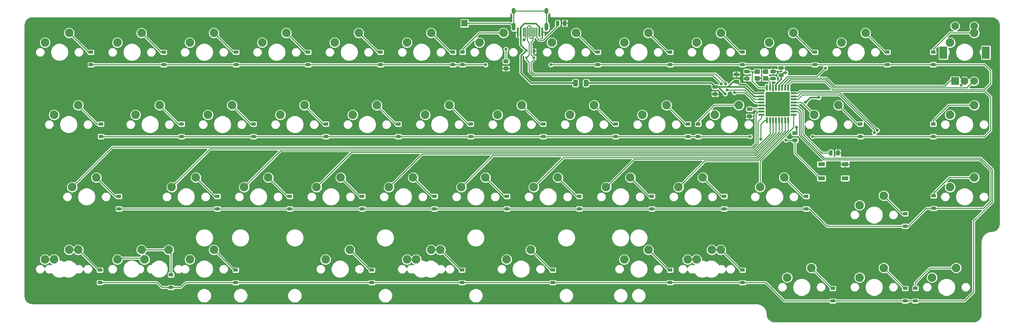
<source format=gbl>
G04 #@! TF.GenerationSoftware,KiCad,Pcbnew,5.1.7*
G04 #@! TF.CreationDate,2020-10-07T19:53:18-07:00*
G04 #@! TF.ProjectId,Program Yoink,50726f67-7261-46d2-9059-6f696e6b2e6b,rev?*
G04 #@! TF.SameCoordinates,Original*
G04 #@! TF.FileFunction,Copper,L2,Bot*
G04 #@! TF.FilePolarity,Positive*
%FSLAX46Y46*%
G04 Gerber Fmt 4.6, Leading zero omitted, Abs format (unit mm)*
G04 Created by KiCad (PCBNEW 5.1.7) date 2020-10-07 19:53:18*
%MOMM*%
%LPD*%
G01*
G04 APERTURE LIST*
G04 #@! TA.AperFunction,ComponentPad*
%ADD10R,1.700000X1.700000*%
G04 #@! TD*
G04 #@! TA.AperFunction,ComponentPad*
%ADD11C,2.250000*%
G04 #@! TD*
G04 #@! TA.AperFunction,SMDPad,CuDef*
%ADD12R,0.600000X2.450000*%
G04 #@! TD*
G04 #@! TA.AperFunction,SMDPad,CuDef*
%ADD13R,0.300000X2.450000*%
G04 #@! TD*
G04 #@! TA.AperFunction,ComponentPad*
%ADD14O,1.000000X2.100000*%
G04 #@! TD*
G04 #@! TA.AperFunction,ComponentPad*
%ADD15O,1.000000X1.600000*%
G04 #@! TD*
G04 #@! TA.AperFunction,SMDPad,CuDef*
%ADD16R,0.700000X1.000000*%
G04 #@! TD*
G04 #@! TA.AperFunction,SMDPad,CuDef*
%ADD17R,0.700000X0.600000*%
G04 #@! TD*
G04 #@! TA.AperFunction,SMDPad,CuDef*
%ADD18R,1.400000X1.200000*%
G04 #@! TD*
G04 #@! TA.AperFunction,SMDPad,CuDef*
%ADD19R,1.800000X1.100000*%
G04 #@! TD*
G04 #@! TA.AperFunction,ComponentPad*
%ADD20R,2.000000X2.000000*%
G04 #@! TD*
G04 #@! TA.AperFunction,ComponentPad*
%ADD21C,2.000000*%
G04 #@! TD*
G04 #@! TA.AperFunction,ComponentPad*
%ADD22R,2.000000X3.200000*%
G04 #@! TD*
G04 #@! TA.AperFunction,SMDPad,CuDef*
%ADD23R,1.600000X0.550000*%
G04 #@! TD*
G04 #@! TA.AperFunction,SMDPad,CuDef*
%ADD24R,0.550000X1.600000*%
G04 #@! TD*
G04 #@! TA.AperFunction,SMDPad,CuDef*
%ADD25R,1.200000X0.900000*%
G04 #@! TD*
G04 #@! TA.AperFunction,ViaPad*
%ADD26C,0.800000*%
G04 #@! TD*
G04 #@! TA.AperFunction,Conductor*
%ADD27C,0.250000*%
G04 #@! TD*
G04 #@! TA.AperFunction,Conductor*
%ADD28C,0.381000*%
G04 #@! TD*
G04 #@! TA.AperFunction,Conductor*
%ADD29C,0.254000*%
G04 #@! TD*
G04 #@! TA.AperFunction,Conductor*
%ADD30C,0.100000*%
G04 #@! TD*
G04 APERTURE END LIST*
D10*
X-20447000Y258445000D03*
D11*
X77946250Y236855000D03*
X71596250Y234315000D03*
G04 #@! TA.AperFunction,SMDPad,CuDef*
G36*
G01*
X76433500Y224738250D02*
X76433500Y223825750D01*
G75*
G02*
X76189750Y223582000I-243750J0D01*
G01*
X75702250Y223582000D01*
G75*
G02*
X75458500Y223825750I0J243750D01*
G01*
X75458500Y224738250D01*
G75*
G02*
X75702250Y224982000I243750J0D01*
G01*
X76189750Y224982000D01*
G75*
G02*
X76433500Y224738250I0J-243750D01*
G01*
G37*
G04 #@! TD.AperFunction*
G04 #@! TA.AperFunction,SMDPad,CuDef*
G36*
G01*
X78308500Y224738250D02*
X78308500Y223825750D01*
G75*
G02*
X78064750Y223582000I-243750J0D01*
G01*
X77577250Y223582000D01*
G75*
G02*
X77333500Y223825750I0J243750D01*
G01*
X77333500Y224738250D01*
G75*
G02*
X77577250Y224982000I243750J0D01*
G01*
X78064750Y224982000D01*
G75*
G02*
X78308500Y224738250I0J-243750D01*
G01*
G37*
G04 #@! TD.AperFunction*
D12*
X50000Y256123750D03*
X-6400000Y256123750D03*
X-725000Y256123750D03*
X-5625000Y256123750D03*
D13*
X-4925000Y256123750D03*
X-1425000Y256123750D03*
X-4425000Y256123750D03*
X-1925000Y256123750D03*
X-3925000Y256123750D03*
X-2425000Y256123750D03*
X-2925000Y256123750D03*
X-3425000Y256123750D03*
D14*
X-7495000Y257538750D03*
X1145000Y257538750D03*
D15*
X-7495000Y261718750D03*
X1145000Y261718750D03*
D16*
X-2159000Y251079000D03*
D17*
X-4159000Y251279000D03*
X-2159000Y249379000D03*
X-4159000Y249379000D03*
G04 #@! TA.AperFunction,SMDPad,CuDef*
G36*
G01*
X4551500Y258901250D02*
X4551500Y257988750D01*
G75*
G02*
X4307750Y257745000I-243750J0D01*
G01*
X3820250Y257745000D01*
G75*
G02*
X3576500Y257988750I0J243750D01*
G01*
X3576500Y258901250D01*
G75*
G02*
X3820250Y259145000I243750J0D01*
G01*
X4307750Y259145000D01*
G75*
G02*
X4551500Y258901250I0J-243750D01*
G01*
G37*
G04 #@! TD.AperFunction*
G04 #@! TA.AperFunction,SMDPad,CuDef*
G36*
G01*
X6426500Y258901250D02*
X6426500Y257988750D01*
G75*
G02*
X6182750Y257745000I-243750J0D01*
G01*
X5695250Y257745000D01*
G75*
G02*
X5451500Y257988750I0J243750D01*
G01*
X5451500Y258901250D01*
G75*
G02*
X5695250Y259145000I243750J0D01*
G01*
X6182750Y259145000D01*
G75*
G02*
X6426500Y258901250I0J-243750D01*
G01*
G37*
G04 #@! TD.AperFunction*
G04 #@! TA.AperFunction,SMDPad,CuDef*
G36*
G01*
X-9068750Y247924500D02*
X-9981250Y247924500D01*
G75*
G02*
X-10225000Y248168250I0J243750D01*
G01*
X-10225000Y248655750D01*
G75*
G02*
X-9981250Y248899500I243750J0D01*
G01*
X-9068750Y248899500D01*
G75*
G02*
X-8825000Y248655750I0J-243750D01*
G01*
X-8825000Y248168250D01*
G75*
G02*
X-9068750Y247924500I-243750J0D01*
G01*
G37*
G04 #@! TD.AperFunction*
G04 #@! TA.AperFunction,SMDPad,CuDef*
G36*
G01*
X-9068750Y246049500D02*
X-9981250Y246049500D01*
G75*
G02*
X-10225000Y246293250I0J243750D01*
G01*
X-10225000Y246780750D01*
G75*
G02*
X-9981250Y247024500I243750J0D01*
G01*
X-9068750Y247024500D01*
G75*
G02*
X-8825000Y246780750I0J-243750D01*
G01*
X-8825000Y246293250D01*
G75*
G02*
X-9068750Y246049500I-243750J0D01*
G01*
G37*
G04 #@! TD.AperFunction*
G04 #@! TA.AperFunction,SMDPad,CuDef*
G36*
G01*
X9388000Y243322000D02*
X9388000Y242072000D01*
G75*
G02*
X9138000Y241822000I-250000J0D01*
G01*
X8388000Y241822000D01*
G75*
G02*
X8138000Y242072000I0J250000D01*
G01*
X8138000Y243322000D01*
G75*
G02*
X8388000Y243572000I250000J0D01*
G01*
X9138000Y243572000D01*
G75*
G02*
X9388000Y243322000I0J-250000D01*
G01*
G37*
G04 #@! TD.AperFunction*
G04 #@! TA.AperFunction,SMDPad,CuDef*
G36*
G01*
X12188000Y243322000D02*
X12188000Y242072000D01*
G75*
G02*
X11938000Y241822000I-250000J0D01*
G01*
X11188000Y241822000D01*
G75*
G02*
X10938000Y242072000I0J250000D01*
G01*
X10938000Y243322000D01*
G75*
G02*
X11188000Y243572000I250000J0D01*
G01*
X11938000Y243572000D01*
G75*
G02*
X12188000Y243322000I0J-250000D01*
G01*
G37*
G04 #@! TD.AperFunction*
D18*
X56590658Y243956223D03*
X58790658Y243956223D03*
X58790658Y245656223D03*
X56590658Y245656223D03*
D19*
X73481000Y221306000D03*
X79681000Y217606000D03*
X73481000Y217606000D03*
X79681000Y221306000D03*
D20*
X108638400Y243198000D03*
D21*
X111138400Y243198000D03*
X113638400Y243198000D03*
D22*
X105538400Y250698000D03*
X116738400Y250698000D03*
D21*
X108638400Y257698000D03*
X113638400Y257698000D03*
G04 #@! TA.AperFunction,SMDPad,CuDef*
G36*
G01*
X66028250Y228101500D02*
X66940750Y228101500D01*
G75*
G02*
X67184500Y227857750I0J-243750D01*
G01*
X67184500Y227370250D01*
G75*
G02*
X66940750Y227126500I-243750J0D01*
G01*
X66028250Y227126500D01*
G75*
G02*
X65784500Y227370250I0J243750D01*
G01*
X65784500Y227857750D01*
G75*
G02*
X66028250Y228101500I243750J0D01*
G01*
G37*
G04 #@! TD.AperFunction*
G04 #@! TA.AperFunction,SMDPad,CuDef*
G36*
G01*
X66028250Y229976500D02*
X66940750Y229976500D01*
G75*
G02*
X67184500Y229732750I0J-243750D01*
G01*
X67184500Y229245250D01*
G75*
G02*
X66940750Y229001500I-243750J0D01*
G01*
X66028250Y229001500D01*
G75*
G02*
X65784500Y229245250I0J243750D01*
G01*
X65784500Y229732750D01*
G75*
G02*
X66028250Y229976500I243750J0D01*
G01*
G37*
G04 #@! TD.AperFunction*
G04 #@! TA.AperFunction,SMDPad,CuDef*
G36*
G01*
X45009750Y240293500D02*
X45922250Y240293500D01*
G75*
G02*
X46166000Y240049750I0J-243750D01*
G01*
X46166000Y239562250D01*
G75*
G02*
X45922250Y239318500I-243750J0D01*
G01*
X45009750Y239318500D01*
G75*
G02*
X44766000Y239562250I0J243750D01*
G01*
X44766000Y240049750D01*
G75*
G02*
X45009750Y240293500I243750J0D01*
G01*
G37*
G04 #@! TD.AperFunction*
G04 #@! TA.AperFunction,SMDPad,CuDef*
G36*
G01*
X45009750Y242168500D02*
X45922250Y242168500D01*
G75*
G02*
X46166000Y241924750I0J-243750D01*
G01*
X46166000Y241437250D01*
G75*
G02*
X45922250Y241193500I-243750J0D01*
G01*
X45009750Y241193500D01*
G75*
G02*
X44766000Y241437250I0J243750D01*
G01*
X44766000Y241924750D01*
G75*
G02*
X45009750Y242168500I243750J0D01*
G01*
G37*
G04 #@! TD.AperFunction*
G04 #@! TA.AperFunction,SMDPad,CuDef*
G36*
G01*
X51561050Y244465500D02*
X50648550Y244465500D01*
G75*
G02*
X50404800Y244709250I0J243750D01*
G01*
X50404800Y245196750D01*
G75*
G02*
X50648550Y245440500I243750J0D01*
G01*
X51561050Y245440500D01*
G75*
G02*
X51804800Y245196750I0J-243750D01*
G01*
X51804800Y244709250D01*
G75*
G02*
X51561050Y244465500I-243750J0D01*
G01*
G37*
G04 #@! TD.AperFunction*
G04 #@! TA.AperFunction,SMDPad,CuDef*
G36*
G01*
X51561050Y242590500D02*
X50648550Y242590500D01*
G75*
G02*
X50404800Y242834250I0J243750D01*
G01*
X50404800Y243321750D01*
G75*
G02*
X50648550Y243565500I243750J0D01*
G01*
X51561050Y243565500D01*
G75*
G02*
X51804800Y243321750I0J-243750D01*
G01*
X51804800Y242834250D01*
G75*
G02*
X51561050Y242590500I-243750J0D01*
G01*
G37*
G04 #@! TD.AperFunction*
G04 #@! TA.AperFunction,SMDPad,CuDef*
G36*
G01*
X63321250Y246180000D02*
X62408750Y246180000D01*
G75*
G02*
X62165000Y246423750I0J243750D01*
G01*
X62165000Y246911250D01*
G75*
G02*
X62408750Y247155000I243750J0D01*
G01*
X63321250Y247155000D01*
G75*
G02*
X63565000Y246911250I0J-243750D01*
G01*
X63565000Y246423750D01*
G75*
G02*
X63321250Y246180000I-243750J0D01*
G01*
G37*
G04 #@! TD.AperFunction*
G04 #@! TA.AperFunction,SMDPad,CuDef*
G36*
G01*
X63321250Y244305000D02*
X62408750Y244305000D01*
G75*
G02*
X62165000Y244548750I0J243750D01*
G01*
X62165000Y245036250D01*
G75*
G02*
X62408750Y245280000I243750J0D01*
G01*
X63321250Y245280000D01*
G75*
G02*
X63565000Y245036250I0J-243750D01*
G01*
X63565000Y244548750D01*
G75*
G02*
X63321250Y244305000I-243750J0D01*
G01*
G37*
G04 #@! TD.AperFunction*
G04 #@! TA.AperFunction,SMDPad,CuDef*
G36*
G01*
X54102950Y234426100D02*
X55015450Y234426100D01*
G75*
G02*
X55259200Y234182350I0J-243750D01*
G01*
X55259200Y233694850D01*
G75*
G02*
X55015450Y233451100I-243750J0D01*
G01*
X54102950Y233451100D01*
G75*
G02*
X53859200Y233694850I0J243750D01*
G01*
X53859200Y234182350D01*
G75*
G02*
X54102950Y234426100I243750J0D01*
G01*
G37*
G04 #@! TD.AperFunction*
G04 #@! TA.AperFunction,SMDPad,CuDef*
G36*
G01*
X54102950Y236301100D02*
X55015450Y236301100D01*
G75*
G02*
X55259200Y236057350I0J-243750D01*
G01*
X55259200Y235569850D01*
G75*
G02*
X55015450Y235326100I-243750J0D01*
G01*
X54102950Y235326100D01*
G75*
G02*
X53859200Y235569850I0J243750D01*
G01*
X53859200Y236057350D01*
G75*
G02*
X54102950Y236301100I243750J0D01*
G01*
G37*
G04 #@! TD.AperFunction*
G04 #@! TA.AperFunction,SMDPad,CuDef*
G36*
G01*
X61213050Y245257500D02*
X60300550Y245257500D01*
G75*
G02*
X60056800Y245501250I0J243750D01*
G01*
X60056800Y245988750D01*
G75*
G02*
X60300550Y246232500I243750J0D01*
G01*
X61213050Y246232500D01*
G75*
G02*
X61456800Y245988750I0J-243750D01*
G01*
X61456800Y245501250D01*
G75*
G02*
X61213050Y245257500I-243750J0D01*
G01*
G37*
G04 #@! TD.AperFunction*
G04 #@! TA.AperFunction,SMDPad,CuDef*
G36*
G01*
X61213050Y243382500D02*
X60300550Y243382500D01*
G75*
G02*
X60056800Y243626250I0J243750D01*
G01*
X60056800Y244113750D01*
G75*
G02*
X60300550Y244357500I243750J0D01*
G01*
X61213050Y244357500D01*
G75*
G02*
X61456800Y244113750I0J-243750D01*
G01*
X61456800Y243626250D01*
G75*
G02*
X61213050Y243382500I-243750J0D01*
G01*
G37*
G04 #@! TD.AperFunction*
G04 #@! TA.AperFunction,SMDPad,CuDef*
G36*
G01*
X53391750Y244357500D02*
X54304250Y244357500D01*
G75*
G02*
X54548000Y244113750I0J-243750D01*
G01*
X54548000Y243626250D01*
G75*
G02*
X54304250Y243382500I-243750J0D01*
G01*
X53391750Y243382500D01*
G75*
G02*
X53148000Y243626250I0J243750D01*
G01*
X53148000Y244113750D01*
G75*
G02*
X53391750Y244357500I243750J0D01*
G01*
G37*
G04 #@! TD.AperFunction*
G04 #@! TA.AperFunction,SMDPad,CuDef*
G36*
G01*
X53391750Y246232500D02*
X54304250Y246232500D01*
G75*
G02*
X54548000Y245988750I0J-243750D01*
G01*
X54548000Y245501250D01*
G75*
G02*
X54304250Y245257500I-243750J0D01*
G01*
X53391750Y245257500D01*
G75*
G02*
X53148000Y245501250I0J243750D01*
G01*
X53148000Y245988750D01*
G75*
G02*
X53391750Y246232500I243750J0D01*
G01*
G37*
G04 #@! TD.AperFunction*
D23*
X57684505Y239978497D03*
X57684505Y239178497D03*
X57684505Y238378497D03*
X57684505Y237578497D03*
X57684505Y236778497D03*
X57684505Y235978497D03*
X57684505Y235178497D03*
X57684505Y234378497D03*
D24*
X59134505Y232928497D03*
X59934505Y232928497D03*
X60734505Y232928497D03*
X61534505Y232928497D03*
X62334505Y232928497D03*
X63134505Y232928497D03*
X63934505Y232928497D03*
X64734505Y232928497D03*
D23*
X66184505Y234378497D03*
X66184505Y235178497D03*
X66184505Y235978497D03*
X66184505Y236778497D03*
X66184505Y237578497D03*
X66184505Y238378497D03*
X66184505Y239178497D03*
X66184505Y239978497D03*
D24*
X64734505Y241428497D03*
X63934505Y241428497D03*
X63134505Y241428497D03*
X62334505Y241428497D03*
X61534505Y241428497D03*
X60734505Y241428497D03*
X59934505Y241428497D03*
X59134505Y241428497D03*
D11*
X70802500Y193992500D03*
X64452500Y191452500D03*
D25*
X76454000Y188594000D03*
X76454000Y185294000D03*
D11*
X44608750Y198755000D03*
X38258750Y196215000D03*
X-26828750Y198755000D03*
X-33178750Y196215000D03*
X-98266250Y198755000D03*
X-104616250Y196215000D03*
X-122078750Y198755000D03*
X-128428750Y196215000D03*
X108902500Y193992500D03*
X102552500Y191452500D03*
X89852500Y193992500D03*
X83502500Y191452500D03*
X46990000Y198755000D03*
X40640000Y196215000D03*
X27940000Y198755000D03*
X21590000Y196215000D03*
X-3016250Y198755000D03*
X-9366250Y196215000D03*
X-29210000Y198755000D03*
X-35560000Y196215000D03*
X-50641250Y198755000D03*
X-56991250Y196215000D03*
X-86360000Y198755000D03*
X-92710000Y196215000D03*
X-105410000Y198755000D03*
X-111760000Y196215000D03*
X-124460000Y198755000D03*
X-130810000Y196215000D03*
X113665000Y217805000D03*
X107315000Y215265000D03*
X89852500Y213042500D03*
X83502500Y210502500D03*
X63658750Y217805000D03*
X57308750Y215265000D03*
X42227500Y217805000D03*
X35877500Y215265000D03*
X23177500Y217805000D03*
X16827500Y215265000D03*
X4127500Y217805000D03*
X-2222500Y215265000D03*
X-14922500Y217805000D03*
X-21272500Y215265000D03*
X-33972500Y217805000D03*
X-40322500Y215265000D03*
X-53022500Y217805000D03*
X-59372500Y215265000D03*
X-72072500Y217805000D03*
X-78422500Y215265000D03*
X-91122500Y217805000D03*
X-97472500Y215265000D03*
X-117316250Y217805000D03*
X-123666250Y215265000D03*
X113665000Y236855000D03*
X107315000Y234315000D03*
X51752500Y236855000D03*
X45402500Y234315000D03*
X32702500Y236855000D03*
X26352500Y234315000D03*
X13652500Y236855000D03*
X7302500Y234315000D03*
X-5397500Y236855000D03*
X-11747500Y234315000D03*
X-24447500Y236855000D03*
X-30797500Y234315000D03*
X-43497500Y236855000D03*
X-49847500Y234315000D03*
X-62547500Y236855000D03*
X-68897500Y234315000D03*
X-81597500Y236855000D03*
X-87947500Y234315000D03*
X-100647500Y236855000D03*
X-106997500Y234315000D03*
X-122078750Y236855000D03*
X-128428750Y234315000D03*
D25*
X98171000Y188595000D03*
X98171000Y185295000D03*
X95504000Y188595000D03*
X95504000Y185295000D03*
X52705000Y193420000D03*
X52705000Y190120000D03*
X33655000Y193420000D03*
X33655000Y190120000D03*
X2794000Y193420000D03*
X2794000Y190120000D03*
X-21082000Y193420000D03*
X-21082000Y190120000D03*
X-44831000Y193420000D03*
X-44831000Y190120000D03*
X-80645000Y193420000D03*
X-80645000Y190120000D03*
X-97663000Y192149000D03*
X-97663000Y188849000D03*
X-116332000Y193421000D03*
X-116332000Y190121000D03*
X102997000Y212978000D03*
X102997000Y209678000D03*
X95504000Y208279000D03*
X95504000Y204979000D03*
X69469000Y212851000D03*
X69469000Y209551000D03*
X47879000Y212851000D03*
X47879000Y209551000D03*
X28829000Y212851000D03*
X28829000Y209551000D03*
X9779000Y212851000D03*
X9779000Y209551000D03*
X-9271000Y212851000D03*
X-9271000Y209551000D03*
X-28321000Y212851000D03*
X-28321000Y209551000D03*
X-47371000Y212851000D03*
X-47371000Y209551000D03*
X-66421000Y212851000D03*
X-66421000Y209551000D03*
X-85471000Y212851000D03*
X-85471000Y209551000D03*
X-111379000Y212851000D03*
X-111379000Y209551000D03*
X102895400Y231902000D03*
X102895400Y228602000D03*
X83693000Y231901000D03*
X83693000Y228601000D03*
X41021000Y231901000D03*
X41021000Y228601000D03*
X38354000Y231901000D03*
X38354000Y228601000D03*
X19304000Y231901000D03*
X19304000Y228601000D03*
X254000Y231901000D03*
X254000Y228601000D03*
X-18796000Y231901000D03*
X-18796000Y228601000D03*
X-37846000Y231901000D03*
X-37846000Y228601000D03*
X-56896000Y231901000D03*
X-56896000Y228601000D03*
X-75946000Y231901000D03*
X-75946000Y228601000D03*
X-94869000Y231901000D03*
X-94869000Y228601000D03*
X-116078000Y231901000D03*
X-116078000Y228601000D03*
X102870000Y250850400D03*
X102870000Y247550400D03*
X90805000Y250825000D03*
X90805000Y247525000D03*
X71755000Y250824000D03*
X71755000Y247524000D03*
X52705000Y250824000D03*
X52705000Y247524000D03*
X33655000Y250824000D03*
X33655000Y247524000D03*
X14605000Y250824000D03*
X14605000Y247524000D03*
X-20955000Y250825000D03*
X-20955000Y247525000D03*
X-23495000Y250824000D03*
X-23495000Y247524000D03*
X-42545000Y250824000D03*
X-42545000Y247524000D03*
X-61595000Y250824000D03*
X-61595000Y247524000D03*
X-80518000Y250824000D03*
X-80518000Y247524000D03*
X-99568000Y250824000D03*
X-99568000Y247524000D03*
X-118745000Y250824000D03*
X-118745000Y247524000D03*
D11*
X113665000Y255905000D03*
X107315000Y253365000D03*
X85090000Y255905000D03*
X78740000Y253365000D03*
X66040000Y255905000D03*
X59690000Y253365000D03*
X46990000Y255905000D03*
X40640000Y253365000D03*
X27940000Y255905000D03*
X21590000Y253365000D03*
X8890000Y255905000D03*
X2540000Y253365000D03*
X-10160000Y255905000D03*
X-16510000Y253365000D03*
X-29210000Y255905000D03*
X-35560000Y253365000D03*
X-48260000Y255905000D03*
X-54610000Y253365000D03*
X-67310000Y255905000D03*
X-73660000Y253365000D03*
X-86360000Y255905000D03*
X-92710000Y253365000D03*
X-105410000Y255905000D03*
X-111760000Y253365000D03*
X-124460000Y255905000D03*
X-130810000Y253365000D03*
D26*
X88900000Y230886000D03*
X2286000Y247523000D03*
X-14859000Y247523000D03*
X71120000Y228600000D03*
X54737000Y228600000D03*
X74549000Y246634000D03*
X87376000Y229616000D03*
X88144223Y230256186D03*
X72263000Y242316000D03*
X-2150000Y253029797D03*
X48133000Y239839500D03*
X64066847Y245422847D03*
X66929000Y231076500D03*
X69299028Y237637528D03*
X72771000Y238887000D03*
X64135000Y227647500D03*
X57494000Y227875000D03*
X47117000Y242471500D03*
X48641000Y240890500D03*
X48260000Y242471500D03*
X50546000Y240165500D03*
X-4826000Y254063500D03*
X-9550407Y251612393D03*
D27*
X-119379000Y250824000D02*
X-118745000Y250824000D01*
X-124460000Y255905000D02*
X-119379000Y250824000D01*
X-118745000Y247524000D02*
X-99568000Y247524000D01*
X-80518000Y247524000D02*
X-99568000Y247524000D01*
X-80518000Y247524000D02*
X-61595000Y247524000D01*
X-61595000Y247524000D02*
X-42545000Y247524000D01*
X-42545000Y247524000D02*
X-23495000Y247524000D01*
X14605000Y247524000D02*
X33655000Y247524000D01*
X33655000Y247524000D02*
X52705000Y247524000D01*
X90804000Y247524000D02*
X90805000Y247525000D01*
X77902800Y247524000D02*
X76328000Y247524000D01*
X77902800Y247524000D02*
X90804000Y247524000D01*
X90805000Y247525000D02*
X102440200Y247525000D01*
X-20956000Y247524000D02*
X-20955000Y247525000D01*
X-23495000Y247524000D02*
X-20956000Y247524000D01*
X76263064Y247524000D02*
X76326000Y247524000D01*
X76326000Y247524000D02*
X77902800Y247524000D01*
X71755000Y247524000D02*
X76326000Y247524000D01*
X2287000Y247524000D02*
X2286000Y247523000D01*
X14605000Y247524000D02*
X2287000Y247524000D01*
X-20953000Y247523000D02*
X-20955000Y247525000D01*
X-14859000Y247523000D02*
X-20953000Y247523000D01*
X52706000Y247523000D02*
X71754000Y247523000D01*
X52705000Y247524000D02*
X52706000Y247523000D01*
X71755000Y247524000D02*
X67380008Y247524000D01*
X116431600Y247550400D02*
X102870000Y247550400D01*
X117983000Y245999000D02*
X116431600Y247550400D01*
X76518693Y240978487D02*
X116391487Y240978487D01*
X74419180Y243078000D02*
X76518693Y240978487D01*
X117983000Y242570000D02*
X117983000Y245999000D01*
X65633600Y243078000D02*
X74419180Y243078000D01*
X116391487Y240978487D02*
X117983000Y242570000D01*
X64734505Y242178905D02*
X65633600Y243078000D01*
X64734505Y241428497D02*
X64734505Y242178905D01*
X-100329000Y250824000D02*
X-99568000Y250824000D01*
X-105410000Y255905000D02*
X-100329000Y250824000D01*
X-81279000Y250824000D02*
X-80518000Y250824000D01*
X-86360000Y255905000D02*
X-81279000Y250824000D01*
X-62229000Y250824000D02*
X-61595000Y250824000D01*
X-67310000Y255905000D02*
X-62229000Y250824000D01*
X-43179000Y250824000D02*
X-42545000Y250824000D01*
X-48260000Y255905000D02*
X-43179000Y250824000D01*
X-24129000Y250824000D02*
X-23495000Y250824000D01*
X-29210000Y255905000D02*
X-24129000Y250824000D01*
X-20955000Y251525000D02*
X-20955000Y250825000D01*
X-16575000Y255905000D02*
X-20955000Y251525000D01*
X-10160000Y255905000D02*
X-16575000Y255905000D01*
X13971000Y250824000D02*
X14605000Y250824000D01*
X8890000Y255905000D02*
X13971000Y250824000D01*
X33021000Y250824000D02*
X33655000Y250824000D01*
X27940000Y255905000D02*
X33021000Y250824000D01*
X46990000Y255905000D02*
X52070000Y250825000D01*
X52704000Y250825000D02*
X52705000Y250824000D01*
X52070000Y250825000D02*
X52704000Y250825000D01*
X71121000Y250824000D02*
X71755000Y250824000D01*
X66040000Y255905000D02*
X71121000Y250824000D01*
X90170000Y250825000D02*
X90805000Y250825000D01*
X85090000Y255905000D02*
X90170000Y250825000D01*
X-117124750Y231901000D02*
X-116078000Y231901000D01*
X-122078750Y236855000D02*
X-117124750Y231901000D01*
X-95693500Y231901000D02*
X-94869000Y231901000D01*
X-100647500Y236855000D02*
X-95693500Y231901000D01*
X38354000Y228601000D02*
X19304000Y228601000D01*
X19304000Y228601000D02*
X254000Y228601000D01*
X254000Y228601000D02*
X-18796000Y228601000D01*
X-18796000Y228601000D02*
X-37846000Y228601000D01*
X-37846000Y228601000D02*
X-56896000Y228601000D01*
X-56896000Y228601000D02*
X-75946000Y228601000D01*
X-75946000Y228601000D02*
X-94869000Y228601000D01*
X-116078000Y228601000D02*
X-94869000Y228601000D01*
X38354000Y228601000D02*
X41021000Y228601000D01*
X83694000Y228602000D02*
X83693000Y228601000D01*
X83692000Y228600000D02*
X83693000Y228601000D01*
X71120000Y228600000D02*
X83692000Y228600000D01*
X102895400Y228602000D02*
X91895200Y228602000D01*
X90871411Y228602000D02*
X91188000Y228602000D01*
X91188000Y228602000D02*
X83694000Y228602000D01*
X91895200Y228602000D02*
X91188000Y228602000D01*
X54736000Y228601000D02*
X54737000Y228600000D01*
X41021000Y228601000D02*
X54736000Y228601000D01*
X67234505Y239978497D02*
X66184505Y239978497D01*
X117983000Y239014000D02*
X116468523Y240528477D01*
X67784485Y240528477D02*
X67234505Y239978497D01*
X117983000Y230251000D02*
X117983000Y239014000D01*
X116468523Y240528477D02*
X67784485Y240528477D01*
X116334000Y228602000D02*
X117983000Y230251000D01*
X102895400Y228602000D02*
X116334000Y228602000D01*
X-76643500Y231901000D02*
X-75946000Y231901000D01*
X-81597500Y236855000D02*
X-76643500Y231901000D01*
X-57593500Y231901000D02*
X-56896000Y231901000D01*
X-62547500Y236855000D02*
X-57593500Y231901000D01*
X-38543500Y231901000D02*
X-37846000Y231901000D01*
X-43497500Y236855000D02*
X-38543500Y231901000D01*
X-19493500Y231901000D02*
X-18796000Y231901000D01*
X-24447500Y236855000D02*
X-19493500Y231901000D01*
X-443500Y231901000D02*
X254000Y231901000D01*
X-5397500Y236855000D02*
X-443500Y231901000D01*
X18606500Y231901000D02*
X19304000Y231901000D01*
X13652500Y236855000D02*
X18606500Y231901000D01*
X37656500Y231901000D02*
X38354000Y231901000D01*
X32702500Y236855000D02*
X37656500Y231901000D01*
X45275000Y236855000D02*
X50161510Y236855000D01*
X41021000Y232601000D02*
X45275000Y236855000D01*
X41021000Y231901000D02*
X41021000Y232601000D01*
X50161510Y236855000D02*
X51752500Y236855000D01*
X82900250Y231901000D02*
X83693000Y231901000D01*
X77946250Y236855000D02*
X82900250Y231901000D01*
X106934000Y236855000D02*
X102895400Y232816400D01*
X113665000Y236855000D02*
X106934000Y236855000D01*
X102895400Y231902000D02*
X102895400Y232816400D01*
X-112362250Y212851000D02*
X-111379000Y212851000D01*
X-117316250Y217805000D02*
X-112362250Y212851000D01*
X-86168500Y212851000D02*
X-85471000Y212851000D01*
X-91122500Y217805000D02*
X-86168500Y212851000D01*
X-67118500Y212851000D02*
X-66421000Y212851000D01*
X-72072500Y217805000D02*
X-67118500Y212851000D01*
X-111379000Y209551000D02*
X-85471000Y209551000D01*
X-85471000Y209551000D02*
X-66421000Y209551000D01*
X-65571000Y209551000D02*
X-47371000Y209551000D01*
X-66421000Y209551000D02*
X-65571000Y209551000D01*
X-47371000Y209551000D02*
X-28321000Y209551000D01*
X-28321000Y209551000D02*
X-9271000Y209551000D01*
X-9271000Y209551000D02*
X9779000Y209551000D01*
X9779000Y209551000D02*
X28829000Y209551000D01*
X28829000Y209551000D02*
X47879000Y209551000D01*
X47879000Y209551000D02*
X69469000Y209551000D01*
X94654000Y204979000D02*
X95504000Y204979000D01*
X74891000Y204979000D02*
X94654000Y204979000D01*
X70319000Y209551000D02*
X74891000Y204979000D01*
X69469000Y209551000D02*
X70319000Y209551000D01*
X96354000Y204979000D02*
X101053000Y209678000D01*
X95504000Y204979000D02*
X96354000Y204979000D01*
X101053000Y209678000D02*
X102997000Y209678000D01*
X67691000Y234722002D02*
X67234505Y235178497D01*
X74041000Y222504000D02*
X67691000Y228854000D01*
X115187590Y222504000D02*
X74041000Y222504000D01*
X118040989Y219650601D02*
X115187590Y222504000D01*
X67234505Y235178497D02*
X66184505Y235178497D01*
X67691000Y228854000D02*
X67691000Y234722002D01*
X118040989Y211639989D02*
X118040989Y219650601D01*
X116079000Y209678000D02*
X118040989Y211639989D01*
X102997000Y209678000D02*
X116079000Y209678000D01*
X-48068500Y212851000D02*
X-47371000Y212851000D01*
X-53022500Y217805000D02*
X-48068500Y212851000D01*
X-29018500Y212851000D02*
X-28321000Y212851000D01*
X-33972500Y217805000D02*
X-29018500Y212851000D01*
X-9968500Y212851000D02*
X-9271000Y212851000D01*
X-14922500Y217805000D02*
X-9968500Y212851000D01*
X9081500Y212851000D02*
X9779000Y212851000D01*
X4127500Y217805000D02*
X9081500Y212851000D01*
X28131500Y212851000D02*
X28829000Y212851000D01*
X23177500Y217805000D02*
X28131500Y212851000D01*
X47181500Y212851000D02*
X47879000Y212851000D01*
X42227500Y217805000D02*
X47181500Y212851000D01*
X68612750Y212851000D02*
X69469000Y212851000D01*
X63658750Y217805000D02*
X68612750Y212851000D01*
X94616000Y208279000D02*
X95504000Y208279000D01*
X89852500Y213042500D02*
X94616000Y208279000D01*
X102997000Y213678000D02*
X102997000Y212978000D01*
X107124000Y217805000D02*
X102997000Y213678000D01*
X113665000Y217805000D02*
X107124000Y217805000D01*
X-124460000Y198755000D02*
X-122078750Y198755000D01*
X-116744750Y193421000D02*
X-116332000Y193421000D01*
X-122078750Y198755000D02*
X-116744750Y193421000D01*
X-105410000Y198755000D02*
X-98266250Y198755000D01*
X-98266250Y198755000D02*
X-98266250Y198596250D01*
X-97663000Y197993000D02*
X-97663000Y192149000D01*
X-98266250Y198596250D02*
X-97663000Y197993000D01*
X-81025000Y193420000D02*
X-80645000Y193420000D01*
X-86360000Y198755000D02*
X-81025000Y193420000D01*
X-45306250Y193420000D02*
X-44831000Y193420000D01*
X-50641250Y198755000D02*
X-45306250Y193420000D01*
X95506000Y185293000D02*
X95504000Y185295000D01*
X76455000Y185295000D02*
X76454000Y185294000D01*
X95504000Y185295000D02*
X76455000Y185295000D01*
X76454000Y185294000D02*
X63626000Y185294000D01*
X58800000Y190120000D02*
X52705000Y190120000D01*
X63626000Y185294000D02*
X58800000Y190120000D01*
X52705000Y190120000D02*
X33655000Y190120000D01*
X33655000Y190120000D02*
X2794000Y190120000D01*
X-21082000Y190120000D02*
X2794000Y190120000D01*
X-21082000Y190120000D02*
X-44831000Y190120000D01*
X-44831000Y190120000D02*
X-80645000Y190120000D01*
X-80645000Y190120000D02*
X-93852000Y190120000D01*
X-95123000Y188849000D02*
X-97663000Y188849000D01*
X-93852000Y190120000D02*
X-95123000Y188849000D01*
X-97663000Y188849000D02*
X-100076000Y188849000D01*
X-101348000Y190121000D02*
X-116332000Y190121000D01*
X-100076000Y188849000D02*
X-101348000Y190121000D01*
X95504000Y185295000D02*
X98171000Y185295000D01*
X117729000Y220599000D02*
X117602000Y220726000D01*
X66184505Y235978497D02*
X67234505Y235978497D01*
X115373990Y222954011D02*
X115637601Y222690399D01*
X68141010Y235071992D02*
X68141011Y229040399D01*
X67234505Y235978497D02*
X68141010Y235071992D01*
X68141011Y229040399D02*
X74227399Y222954011D01*
X74227399Y222954011D02*
X115373990Y222954011D01*
X115637601Y222690399D02*
X117729000Y220599000D01*
X118491000Y211359750D02*
X118491000Y219837000D01*
X118491000Y219837000D02*
X117729000Y220599000D01*
X111127000Y185295000D02*
X113506250Y187674250D01*
X113506250Y187674250D02*
X113506250Y206375000D01*
X98171000Y185295000D02*
X111127000Y185295000D01*
X113506250Y206375000D02*
X118491000Y211359750D01*
X-29210000Y198755000D02*
X-26828750Y198755000D01*
X-21493750Y193420000D02*
X-21082000Y193420000D01*
X-26828750Y198755000D02*
X-21493750Y193420000D01*
X2318750Y193420000D02*
X2794000Y193420000D01*
X-3016250Y198755000D02*
X2318750Y193420000D01*
X33275000Y193420000D02*
X33655000Y193420000D01*
X27940000Y198755000D02*
X33275000Y193420000D01*
X52325000Y193420000D02*
X52705000Y193420000D01*
X46990000Y198755000D02*
X52325000Y193420000D01*
X44608750Y198755000D02*
X46990000Y198755000D01*
X76201000Y188594000D02*
X76454000Y188594000D01*
X70802500Y193992500D02*
X76201000Y188594000D01*
X98171000Y190119000D02*
X98171000Y188595000D01*
X102044500Y193992500D02*
X98171000Y190119000D01*
X108902500Y193992500D02*
X102044500Y193992500D01*
X-130810000Y196215000D02*
X-128428750Y196215000D01*
X55232308Y225806000D02*
X-113125250Y225806000D01*
X56270004Y234578004D02*
X56270004Y226843696D01*
X56270004Y226843696D02*
X55232308Y225806000D01*
X56870497Y235178497D02*
X56270004Y234578004D01*
X-113125250Y225806000D02*
X-123666250Y215265000D01*
X57684505Y235178497D02*
X56870497Y235178497D01*
X-104997250Y196596000D02*
X-104616250Y196215000D01*
X-110998000Y196596000D02*
X-104997250Y196596000D01*
X-111379000Y196215000D02*
X-110998000Y196596000D01*
X-111760000Y196215000D02*
X-111379000Y196215000D01*
X57684505Y234378497D02*
X57159505Y234378497D01*
X56769000Y226706282D02*
X56769000Y232537000D01*
X55418709Y225355991D02*
X56769000Y226706282D01*
X54667989Y225355989D02*
X55418709Y225355991D01*
X-87381511Y225355989D02*
X54667989Y225355989D01*
X-97472500Y215265000D02*
X-87381511Y225355989D01*
X57684505Y233452505D02*
X57684505Y234378497D01*
X56769000Y232537000D02*
X57684505Y233452505D01*
X55605106Y224905978D02*
X59934505Y229235377D01*
X59934505Y229235377D02*
X59934505Y231878497D01*
X-78422500Y215265000D02*
X-68781522Y224905978D01*
X-68781522Y224905978D02*
X55605106Y224905978D01*
X59934505Y231878497D02*
X59934505Y232928497D01*
X60734505Y232928497D02*
X60734505Y229398967D01*
X-58247501Y216389999D02*
X-59372500Y215265000D01*
X60734505Y229398967D02*
X55791505Y224455967D01*
X55791505Y224455967D02*
X-50181533Y224455967D01*
X-50181533Y224455967D02*
X-58247501Y216389999D01*
X-35560000Y196215000D02*
X-33178750Y196215000D01*
X55977904Y224005956D02*
X-31581544Y224005956D01*
X-31581544Y224005956D02*
X-39197501Y216389999D01*
X-39197501Y216389999D02*
X-40322500Y215265000D01*
X61534505Y229562557D02*
X55977904Y224005956D01*
X61534505Y232928497D02*
X61534505Y229562557D01*
X56164303Y223555945D02*
X-12981555Y223555945D01*
X62334505Y232928497D02*
X62334505Y229726147D01*
X62334505Y229726147D02*
X56164303Y223555945D01*
X-12981555Y223555945D02*
X-20147501Y216389999D01*
X-20147501Y216389999D02*
X-21272500Y215265000D01*
X5618434Y223105934D02*
X-1097501Y216389999D01*
X-1097501Y216389999D02*
X-2222500Y215265000D01*
X63134505Y232928497D02*
X63134505Y229889737D01*
X63134505Y229889737D02*
X56350702Y223105934D01*
X56350702Y223105934D02*
X5618434Y223105934D01*
X63934505Y230053327D02*
X56537101Y222655923D01*
X56537101Y222655923D02*
X24218423Y222655923D01*
X24218423Y222655923D02*
X17952499Y216389999D01*
X63934505Y232928497D02*
X63934505Y230053327D01*
X17952499Y216389999D02*
X16827500Y215265000D01*
X38258750Y196215000D02*
X40640000Y196215000D01*
X42818412Y222205912D02*
X37002499Y216389999D01*
X64734505Y232928497D02*
X64734505Y230216916D01*
X64734505Y230216916D02*
X56723501Y222205912D01*
X56723501Y222205912D02*
X42818412Y222205912D01*
X37002499Y216389999D02*
X35877500Y215265000D01*
X66184505Y231030505D02*
X66184505Y231410095D01*
X57308750Y222154750D02*
X66184505Y231030505D01*
X66184505Y231410095D02*
X66184505Y234378497D01*
X57308750Y215265000D02*
X57308750Y222154750D01*
X68332753Y237578497D02*
X66184505Y237578497D01*
X71596250Y234315000D02*
X68332753Y237578497D01*
X62334505Y242217305D02*
X62334505Y241428497D01*
X64566800Y244449600D02*
X62334505Y242217305D01*
X72364600Y244449600D02*
X64566800Y244449600D01*
X74549000Y246634000D02*
X72364600Y244449600D01*
X107315000Y253365000D02*
X107315000Y252984000D01*
X78135542Y239628457D02*
X68484465Y239628457D01*
X87376000Y230387999D02*
X78135542Y239628457D01*
X87376000Y229616000D02*
X87376000Y230387999D01*
X68484465Y239628457D02*
X67234505Y238378497D01*
X67234505Y238378497D02*
X66184505Y238378497D01*
X95250000Y188595000D02*
X95504000Y188595000D01*
X89852500Y193992500D02*
X95250000Y188595000D01*
X78321942Y240078467D02*
X68134475Y240078467D01*
X68134475Y240078467D02*
X67234505Y239178497D01*
X88144223Y230256186D02*
X78321942Y240078467D01*
X67234505Y239178497D02*
X66184505Y239178497D01*
X56590658Y245656223D02*
X56405656Y245656223D01*
X53936777Y245656223D02*
X53848000Y245745000D01*
X56590658Y245656223D02*
X53936777Y245656223D01*
X55640658Y245656223D02*
X55270400Y245285965D01*
X57021503Y241428497D02*
X59134505Y241428497D01*
X55270400Y243179600D02*
X57021503Y241428497D01*
X55270400Y245285965D02*
X55270400Y243179600D01*
X56590658Y245656223D02*
X55640658Y245656223D01*
X58876881Y243870000D02*
X58790658Y243956223D01*
X60756800Y243870000D02*
X58876881Y243870000D01*
X59934505Y242478497D02*
X59934505Y241428497D01*
X58890658Y243956223D02*
X59934505Y242912376D01*
X59934505Y242912376D02*
X59934505Y242478497D01*
X58790658Y243956223D02*
X58890658Y243956223D01*
X54724097Y235978497D02*
X54559200Y235813600D01*
X57684505Y235978497D02*
X54724097Y235978497D01*
D28*
X44450000Y242697000D02*
X45466000Y241681000D01*
X44450000Y242697000D02*
X11563000Y242697000D01*
X55715503Y239178497D02*
X57684505Y239178497D01*
X53213000Y241681000D02*
X55715503Y239178497D01*
X49657000Y241681000D02*
X53213000Y241681000D01*
X48514000Y241681000D02*
X49657000Y241681000D01*
X48514000Y241681000D02*
X48958500Y241681000D01*
X46609000Y241363500D02*
X48133000Y239839500D01*
X46609000Y241681000D02*
X46609000Y241363500D01*
X45466000Y241681000D02*
X46609000Y241681000D01*
X46609000Y241681000D02*
X48514000Y241681000D01*
X66929000Y229933500D02*
X66484500Y229489000D01*
X66929000Y231076500D02*
X66929000Y229933500D01*
X63495347Y245422847D02*
X62865000Y244792500D01*
X64066847Y245422847D02*
X63495347Y245422847D01*
X62865000Y243738032D02*
X61534505Y242407537D01*
X61534505Y242407537D02*
X61534505Y241428497D01*
X62865000Y244792500D02*
X62865000Y243738032D01*
X51104800Y243078000D02*
X50241200Y243078000D01*
X48844200Y241681000D02*
X48514000Y241681000D01*
X50241200Y243078000D02*
X48844200Y241681000D01*
X55741003Y239978497D02*
X57684505Y239978497D01*
X53454300Y242265200D02*
X55741003Y239978497D01*
X51917600Y242265200D02*
X53454300Y242265200D01*
X51104800Y243078000D02*
X51917600Y242265200D01*
X69299028Y237637528D02*
X70548500Y238887000D01*
X70548500Y238887000D02*
X72771000Y238887000D01*
D27*
X66484500Y227026500D02*
X66484500Y227614000D01*
X66484500Y224252500D02*
X66484500Y227026500D01*
X73131000Y217606000D02*
X66484500Y224252500D01*
X73481000Y217606000D02*
X73131000Y217606000D01*
X64168500Y227614000D02*
X64135000Y227647500D01*
X66484500Y227614000D02*
X64168500Y227614000D01*
X58609505Y232928497D02*
X59134505Y232928497D01*
X57494000Y231812992D02*
X58609505Y232928497D01*
X57494000Y227875000D02*
X57494000Y231812992D01*
X73535820Y224282000D02*
X75946000Y224282000D01*
X68591020Y229226800D02*
X73535820Y224282000D01*
X68591020Y235421982D02*
X68591020Y229226800D01*
X67234505Y236778497D02*
X68591020Y235421982D01*
X66184505Y236778497D02*
X67234505Y236778497D01*
X107323500Y243325000D02*
X108573500Y243325000D01*
X105877007Y241878507D02*
X107323500Y243325000D01*
X108573500Y243320500D02*
X107696000Y242443000D01*
X63134505Y241428497D02*
X63134505Y242214400D01*
X76891493Y241878507D02*
X105877007Y241878507D01*
X64912505Y243992400D02*
X74777600Y243992400D01*
X74777600Y243992400D02*
X76891493Y241878507D01*
X108573500Y243325000D02*
X108573500Y243320500D01*
X63134505Y242214400D02*
X64912505Y243992400D01*
X111676997Y241428497D02*
X113573500Y243325000D01*
X76705093Y241428497D02*
X111676997Y241428497D01*
X65278000Y243535200D02*
X74598390Y243535200D01*
X74598390Y243535200D02*
X76705093Y241428497D01*
X63934505Y242191705D02*
X65278000Y243535200D01*
X63934505Y241428497D02*
X63934505Y242191705D01*
X113573500Y257761500D02*
X113573500Y255996500D01*
X107224600Y255905000D02*
X102870000Y251550400D01*
X113665000Y255905000D02*
X107224600Y255905000D01*
X102870000Y250850400D02*
X102870000Y251550400D01*
X-3429000Y250126500D02*
X-4159000Y249396500D01*
X-3429000Y253428500D02*
X-3429000Y250126500D01*
X-4159000Y249396500D02*
X-4159000Y249379000D01*
X-3925000Y253924500D02*
X-3429000Y253428500D01*
X-3925000Y256123750D02*
X-3925000Y253924500D01*
X55786462Y238378497D02*
X56634505Y238378497D01*
X56634505Y238378497D02*
X57684505Y238378497D01*
X53274459Y240890500D02*
X55786462Y238378497D01*
X48641000Y240890500D02*
X53274459Y240890500D01*
X44910300Y244678200D02*
X47117000Y242471500D01*
X-2336800Y244678200D02*
X44910300Y244678200D01*
X-3454400Y245795800D02*
X-2336800Y244678200D01*
X-3454400Y248124400D02*
X-3454400Y245795800D01*
X-4159000Y248829000D02*
X-3454400Y248124400D01*
X-4159000Y249379000D02*
X-4159000Y248829000D01*
X-3238500Y257810000D02*
X-2925000Y257496500D01*
X-2925000Y257496500D02*
X-2925000Y256123750D01*
X-3619500Y257810000D02*
X-3238500Y257810000D01*
X-3925000Y257504500D02*
X-3619500Y257810000D01*
X-3925000Y256123750D02*
X-3925000Y257504500D01*
X-2209000Y249379000D02*
X-2159000Y249379000D01*
X-2921000Y250091000D02*
X-2209000Y249379000D01*
X-2921000Y253486490D02*
X-2921000Y250091000D01*
X-2425000Y253982490D02*
X-2921000Y253486490D01*
X-2425000Y256123750D02*
X-2425000Y253982490D01*
X56730497Y237578497D02*
X57684505Y237578497D01*
X50546000Y240165500D02*
X53363049Y240165500D01*
X55950052Y237578497D02*
X57684505Y237578497D01*
X53363049Y240165500D02*
X55950052Y237578497D01*
X-2150400Y245128210D02*
X45603290Y245128210D01*
X45603290Y245128210D02*
X48260000Y242471500D01*
X-2895600Y245873410D02*
X-2150400Y245128210D01*
X-2159000Y248829000D02*
X-2895600Y248092400D01*
X-2895600Y248092400D02*
X-2895600Y245873410D01*
X-2159000Y249379000D02*
X-2159000Y248829000D01*
X-3425000Y254758000D02*
X-3425000Y256123750D01*
X-2717800Y254457200D02*
X-3124200Y254457200D01*
X-3124200Y254457200D02*
X-3425000Y254758000D01*
X-2425000Y254750000D02*
X-2717800Y254457200D01*
X-2425000Y256123750D02*
X-2425000Y254750000D01*
D28*
X-4209000Y251279000D02*
X-4159000Y251279000D01*
X-5625000Y252695000D02*
X-4209000Y251279000D01*
X-5625000Y256123750D02*
X-5625000Y252695000D01*
X-5588000Y245313200D02*
X-2971800Y242697000D01*
X-2971800Y242697000D02*
X8763000Y242697000D01*
X-5588000Y249900000D02*
X-5588000Y245313200D01*
X-4209000Y251279000D02*
X-5588000Y249900000D01*
X-1643992Y258368800D02*
X-4706008Y258368800D01*
X-725000Y257449808D02*
X-1643992Y258368800D01*
X-5625000Y257449808D02*
X-5625000Y256123750D01*
X-4706008Y258368800D02*
X-5625000Y257449808D01*
X-725000Y256123750D02*
X-725000Y257449808D01*
D27*
X-4425000Y254464500D02*
X-4826000Y254063500D01*
X-4425000Y256123750D02*
X-4425000Y254464500D01*
X-9525000Y251586986D02*
X-9550407Y251612393D01*
X-9525000Y248412000D02*
X-9525000Y251586986D01*
X4064000Y257810000D02*
X4064000Y258445000D01*
X-776250Y254000000D02*
X254000Y254000000D01*
X254000Y254000000D02*
X4064000Y257810000D01*
X-1425000Y254648750D02*
X-776250Y254000000D01*
X-1425000Y256123750D02*
X-1425000Y254648750D01*
X-7495000Y257538750D02*
X-7495000Y261718750D01*
X-7495000Y261718750D02*
X1145000Y261718750D01*
X1145000Y261718750D02*
X1145000Y257538750D01*
X-8401250Y258445000D02*
X-20447000Y258445000D01*
X-7495000Y257538750D02*
X-8401250Y258445000D01*
D29*
X1950250Y260371169D02*
X1948165Y260350000D01*
X1956487Y260265509D01*
X1981132Y260184266D01*
X2021153Y260109391D01*
X2055557Y260067470D01*
X2075013Y260043763D01*
X2140641Y259989903D01*
X2215516Y259949882D01*
X2296759Y259925237D01*
X2381250Y259916915D01*
X2402418Y259919000D01*
X118247670Y259919000D01*
X118647153Y259879830D01*
X119011145Y259769934D01*
X119346856Y259591435D01*
X119641506Y259351123D01*
X119883866Y259058161D01*
X120064709Y258723699D01*
X120177142Y258360487D01*
X120219001Y257962225D01*
X120219000Y257153833D01*
X120219001Y257153823D01*
X120219000Y205602330D01*
X120179830Y205202846D01*
X120069934Y204838853D01*
X119891433Y204503141D01*
X119651123Y204208493D01*
X119358161Y203966134D01*
X119023699Y203785291D01*
X118660487Y203672858D01*
X118262033Y203630979D01*
X118250622Y203630939D01*
X118231892Y203629037D01*
X118213064Y203629168D01*
X118207075Y203628581D01*
X117744882Y203580003D01*
X117706635Y203572152D01*
X117668244Y203564828D01*
X117662483Y203563089D01*
X117218529Y203425662D01*
X117182524Y203410527D01*
X117146299Y203395891D01*
X117140985Y203393066D01*
X116732178Y203172025D01*
X116699776Y203150169D01*
X116667106Y203128791D01*
X116662449Y203124993D01*
X116662442Y203124988D01*
X116662436Y203124982D01*
X116304355Y202828751D01*
X116276816Y202801020D01*
X116248920Y202773702D01*
X116245089Y202769071D01*
X116245083Y202769065D01*
X116245079Y202769058D01*
X115951355Y202408919D01*
X115929745Y202376394D01*
X115907667Y202344149D01*
X115904805Y202338855D01*
X115686624Y201928516D01*
X115671737Y201892398D01*
X115656350Y201856495D01*
X115654570Y201850746D01*
X115520246Y201405844D01*
X115512658Y201367519D01*
X115504537Y201329315D01*
X115503908Y201323330D01*
X115458557Y200860809D01*
X115458557Y200860792D01*
X115456501Y200839918D01*
X115456500Y181789830D01*
X115417330Y181390346D01*
X115307434Y181026353D01*
X115128933Y180690641D01*
X114888623Y180395993D01*
X114595661Y180153634D01*
X114261199Y179972791D01*
X113897987Y179860358D01*
X113499735Y179818500D01*
X61139830Y179818500D01*
X60740346Y179857670D01*
X60376353Y179967566D01*
X60040641Y180146067D01*
X59745993Y180386377D01*
X59503634Y180679339D01*
X59322791Y181013801D01*
X59210358Y181377013D01*
X59168479Y181775467D01*
X59168439Y181786878D01*
X59166537Y181805608D01*
X59166668Y181824436D01*
X59166081Y181830425D01*
X59117503Y182292618D01*
X59109652Y182330865D01*
X59102328Y182369256D01*
X59100589Y182375017D01*
X58963162Y182818971D01*
X58948027Y182854976D01*
X58933391Y182891201D01*
X58930566Y182896515D01*
X58709525Y183305322D01*
X58687669Y183337724D01*
X58666291Y183370394D01*
X58662493Y183375051D01*
X58662488Y183375058D01*
X58662482Y183375064D01*
X58366251Y183733145D01*
X58338520Y183760684D01*
X58311202Y183788580D01*
X58306571Y183792411D01*
X58306565Y183792417D01*
X58306558Y183792421D01*
X57946419Y184086145D01*
X57913894Y184107755D01*
X57881649Y184129833D01*
X57876355Y184132695D01*
X57466016Y184350876D01*
X57429898Y184365763D01*
X57393995Y184381150D01*
X57388246Y184382930D01*
X56943344Y184517254D01*
X56905019Y184524842D01*
X56866815Y184532963D01*
X56860830Y184533592D01*
X56398309Y184578943D01*
X56398302Y184578943D01*
X56377418Y184581000D01*
X-134122670Y184581000D01*
X-134522154Y184620170D01*
X-134886147Y184730066D01*
X-135221859Y184908567D01*
X-135516507Y185148877D01*
X-135758866Y185441839D01*
X-135939709Y185776301D01*
X-136052142Y186139513D01*
X-136094000Y186537765D01*
X-136094000Y186877626D01*
X-90805000Y186877626D01*
X-90805000Y186502374D01*
X-90731791Y186134332D01*
X-90588189Y185787644D01*
X-90379710Y185475634D01*
X-90114366Y185210290D01*
X-89802356Y185001811D01*
X-89455668Y184858209D01*
X-89087626Y184785000D01*
X-88712374Y184785000D01*
X-88344332Y184858209D01*
X-87997644Y185001811D01*
X-87685634Y185210290D01*
X-87420290Y185475634D01*
X-87211811Y185787644D01*
X-87068209Y186134332D01*
X-86995000Y186502374D01*
X-86995000Y186877626D01*
X-81273650Y186877626D01*
X-81273650Y186502374D01*
X-81200441Y186134332D01*
X-81056839Y185787644D01*
X-80848360Y185475634D01*
X-80583016Y185210290D01*
X-80271006Y185001811D01*
X-79924318Y184858209D01*
X-79556276Y184785000D01*
X-79181024Y184785000D01*
X-78812982Y184858209D01*
X-78466294Y185001811D01*
X-78154284Y185210290D01*
X-77888940Y185475634D01*
X-77680461Y185787644D01*
X-77536859Y186134332D01*
X-77463650Y186502374D01*
X-77463650Y186877626D01*
X-66992500Y186877626D01*
X-66992500Y186502374D01*
X-66919291Y186134332D01*
X-66775689Y185787644D01*
X-66567210Y185475634D01*
X-66301866Y185210290D01*
X-65989856Y185001811D01*
X-65643168Y184858209D01*
X-65275126Y184785000D01*
X-64899874Y184785000D01*
X-64531832Y184858209D01*
X-64185144Y185001811D01*
X-63873134Y185210290D01*
X-63607790Y185475634D01*
X-63399311Y185787644D01*
X-63255709Y186134332D01*
X-63182500Y186502374D01*
X-63182500Y186877626D01*
X-43180000Y186877626D01*
X-43180000Y186502374D01*
X-43106791Y186134332D01*
X-42963189Y185787644D01*
X-42754710Y185475634D01*
X-42489366Y185210290D01*
X-42177356Y185001811D01*
X-41830668Y184858209D01*
X-41462626Y184785000D01*
X-41087374Y184785000D01*
X-40719332Y184858209D01*
X-40372644Y185001811D01*
X-40060634Y185210290D01*
X-39795290Y185475634D01*
X-39586811Y185787644D01*
X-39443209Y186134332D01*
X-39370000Y186502374D01*
X-39370000Y186877626D01*
X-19367500Y186877626D01*
X-19367500Y186502374D01*
X-19294291Y186134332D01*
X-19150689Y185787644D01*
X-18942210Y185475634D01*
X-18676866Y185210290D01*
X-18364856Y185001811D01*
X-18018168Y184858209D01*
X-17650126Y184785000D01*
X-17274874Y184785000D01*
X-16906832Y184858209D01*
X-16560144Y185001811D01*
X-16248134Y185210290D01*
X-15982790Y185475634D01*
X-15774311Y185787644D01*
X-15630709Y186134332D01*
X-15557500Y186502374D01*
X-15557500Y186877626D01*
X4445000Y186877626D01*
X4445000Y186502374D01*
X4518209Y186134332D01*
X4661811Y185787644D01*
X4870290Y185475634D01*
X5135634Y185210290D01*
X5447644Y185001811D01*
X5794332Y184858209D01*
X6162374Y184785000D01*
X6537626Y184785000D01*
X6905668Y184858209D01*
X7252356Y185001811D01*
X7564366Y185210290D01*
X7829710Y185475634D01*
X8038189Y185787644D01*
X8181791Y186134332D01*
X8255000Y186502374D01*
X8255000Y186877626D01*
X18726150Y186877626D01*
X18726150Y186502374D01*
X18799359Y186134332D01*
X18942961Y185787644D01*
X19151440Y185475634D01*
X19416784Y185210290D01*
X19728794Y185001811D01*
X20075482Y184858209D01*
X20443524Y184785000D01*
X20818776Y184785000D01*
X21186818Y184858209D01*
X21533506Y185001811D01*
X21845516Y185210290D01*
X22110860Y185475634D01*
X22319339Y185787644D01*
X22462941Y186134332D01*
X22536150Y186502374D01*
X22536150Y186877626D01*
X23495000Y186877626D01*
X23495000Y186502374D01*
X23568209Y186134332D01*
X23711811Y185787644D01*
X23920290Y185475634D01*
X24185634Y185210290D01*
X24497644Y185001811D01*
X24844332Y184858209D01*
X25212374Y184785000D01*
X25587626Y184785000D01*
X25955668Y184858209D01*
X26302356Y185001811D01*
X26614366Y185210290D01*
X26879710Y185475634D01*
X27088189Y185787644D01*
X27231791Y186134332D01*
X27305000Y186502374D01*
X27305000Y186877626D01*
X27231791Y187245668D01*
X27088189Y187592356D01*
X26879710Y187904366D01*
X26614366Y188169710D01*
X26302356Y188378189D01*
X25955668Y188521791D01*
X25587626Y188595000D01*
X25212374Y188595000D01*
X24844332Y188521791D01*
X24497644Y188378189D01*
X24185634Y188169710D01*
X23920290Y187904366D01*
X23711811Y187592356D01*
X23568209Y187245668D01*
X23495000Y186877626D01*
X22536150Y186877626D01*
X22462941Y187245668D01*
X22319339Y187592356D01*
X22110860Y187904366D01*
X21845516Y188169710D01*
X21533506Y188378189D01*
X21186818Y188521791D01*
X20818776Y188595000D01*
X20443524Y188595000D01*
X20075482Y188521791D01*
X19728794Y188378189D01*
X19416784Y188169710D01*
X19151440Y187904366D01*
X18942961Y187592356D01*
X18799359Y187245668D01*
X18726150Y186877626D01*
X8255000Y186877626D01*
X8181791Y187245668D01*
X8038189Y187592356D01*
X7829710Y187904366D01*
X7564366Y188169710D01*
X7252356Y188378189D01*
X6905668Y188521791D01*
X6537626Y188595000D01*
X6162374Y188595000D01*
X5794332Y188521791D01*
X5447644Y188378189D01*
X5135634Y188169710D01*
X4870290Y187904366D01*
X4661811Y187592356D01*
X4518209Y187245668D01*
X4445000Y186877626D01*
X-15557500Y186877626D01*
X-15630709Y187245668D01*
X-15774311Y187592356D01*
X-15982790Y187904366D01*
X-16248134Y188169710D01*
X-16560144Y188378189D01*
X-16906832Y188521791D01*
X-17274874Y188595000D01*
X-17650126Y188595000D01*
X-18018168Y188521791D01*
X-18364856Y188378189D01*
X-18676866Y188169710D01*
X-18942210Y187904366D01*
X-19150689Y187592356D01*
X-19294291Y187245668D01*
X-19367500Y186877626D01*
X-39370000Y186877626D01*
X-39443209Y187245668D01*
X-39586811Y187592356D01*
X-39795290Y187904366D01*
X-40060634Y188169710D01*
X-40372644Y188378189D01*
X-40719332Y188521791D01*
X-41087374Y188595000D01*
X-41462626Y188595000D01*
X-41830668Y188521791D01*
X-42177356Y188378189D01*
X-42489366Y188169710D01*
X-42754710Y187904366D01*
X-42963189Y187592356D01*
X-43106791Y187245668D01*
X-43180000Y186877626D01*
X-63182500Y186877626D01*
X-63255709Y187245668D01*
X-63399311Y187592356D01*
X-63607790Y187904366D01*
X-63873134Y188169710D01*
X-64185144Y188378189D01*
X-64531832Y188521791D01*
X-64899874Y188595000D01*
X-65275126Y188595000D01*
X-65643168Y188521791D01*
X-65989856Y188378189D01*
X-66301866Y188169710D01*
X-66567210Y187904366D01*
X-66775689Y187592356D01*
X-66919291Y187245668D01*
X-66992500Y186877626D01*
X-77463650Y186877626D01*
X-77536859Y187245668D01*
X-77680461Y187592356D01*
X-77888940Y187904366D01*
X-78154284Y188169710D01*
X-78466294Y188378189D01*
X-78812982Y188521791D01*
X-79181024Y188595000D01*
X-79556276Y188595000D01*
X-79924318Y188521791D01*
X-80271006Y188378189D01*
X-80583016Y188169710D01*
X-80848360Y187904366D01*
X-81056839Y187592356D01*
X-81200441Y187245668D01*
X-81273650Y186877626D01*
X-86995000Y186877626D01*
X-87068209Y187245668D01*
X-87211811Y187592356D01*
X-87420290Y187904366D01*
X-87685634Y188169710D01*
X-87997644Y188378189D01*
X-88344332Y188521791D01*
X-88712374Y188595000D01*
X-89087626Y188595000D01*
X-89455668Y188521791D01*
X-89802356Y188378189D01*
X-90114366Y188169710D01*
X-90379710Y187904366D01*
X-90588189Y187592356D01*
X-90731791Y187245668D01*
X-90805000Y186877626D01*
X-136094000Y186877626D01*
X-136094000Y193798705D01*
X-133336000Y193798705D01*
X-133336000Y193551295D01*
X-133287732Y193308638D01*
X-133193053Y193080061D01*
X-133055599Y192874347D01*
X-132880653Y192699401D01*
X-132674939Y192561947D01*
X-132446362Y192467268D01*
X-132203705Y192419000D01*
X-131956295Y192419000D01*
X-131713638Y192467268D01*
X-131485061Y192561947D01*
X-131279347Y192699401D01*
X-131104401Y192874347D01*
X-130966947Y193080061D01*
X-130889375Y193267338D01*
X-130811803Y193080061D01*
X-130674349Y192874347D01*
X-130499403Y192699401D01*
X-130293689Y192561947D01*
X-130065112Y192467268D01*
X-129822455Y192419000D01*
X-129575045Y192419000D01*
X-129332388Y192467268D01*
X-129108694Y192559925D01*
X-129104609Y192550063D01*
X-128844705Y192161090D01*
X-128513910Y191830295D01*
X-128124937Y191570391D01*
X-127692733Y191391366D01*
X-127233907Y191300100D01*
X-126766093Y191300100D01*
X-126307267Y191391366D01*
X-125875063Y191570391D01*
X-125809375Y191614282D01*
X-125743687Y191570391D01*
X-125311483Y191391366D01*
X-124852657Y191300100D01*
X-124384843Y191300100D01*
X-123926017Y191391366D01*
X-123493813Y191570391D01*
X-123104840Y191830295D01*
X-122774045Y192161090D01*
X-122514141Y192550063D01*
X-122510056Y192559925D01*
X-122286362Y192467268D01*
X-122043705Y192419000D01*
X-121796295Y192419000D01*
X-121553638Y192467268D01*
X-121325061Y192561947D01*
X-121119347Y192699401D01*
X-120944401Y192874347D01*
X-120806947Y193080061D01*
X-120729375Y193267338D01*
X-120651803Y193080061D01*
X-120514349Y192874347D01*
X-120339403Y192699401D01*
X-120133689Y192561947D01*
X-119905112Y192467268D01*
X-119662455Y192419000D01*
X-119415045Y192419000D01*
X-119172388Y192467268D01*
X-118943811Y192561947D01*
X-118738097Y192699401D01*
X-118563151Y192874347D01*
X-118425697Y193080061D01*
X-118331018Y193308638D01*
X-118282750Y193551295D01*
X-118282750Y193798705D01*
X-118331018Y194041362D01*
X-118425697Y194269939D01*
X-118563151Y194475653D01*
X-118738097Y194650599D01*
X-118943811Y194788053D01*
X-119172388Y194882732D01*
X-119415045Y194931000D01*
X-119662455Y194931000D01*
X-119905112Y194882732D01*
X-120133689Y194788053D01*
X-120339403Y194650599D01*
X-120514349Y194475653D01*
X-120651803Y194269939D01*
X-120729375Y194082662D01*
X-120806947Y194269939D01*
X-120944401Y194475653D01*
X-121119347Y194650599D01*
X-121325061Y194788053D01*
X-121553638Y194882732D01*
X-121796295Y194931000D01*
X-122043705Y194931000D01*
X-122286362Y194882732D01*
X-122510056Y194790075D01*
X-122514141Y194799937D01*
X-122774045Y195188910D01*
X-123104840Y195519705D01*
X-123493813Y195779609D01*
X-123926017Y195958634D01*
X-124384843Y196049900D01*
X-124852657Y196049900D01*
X-125311483Y195958634D01*
X-125743687Y195779609D01*
X-125809375Y195735718D01*
X-125875063Y195779609D01*
X-126307267Y195958634D01*
X-126766093Y196049900D01*
X-126926086Y196049900D01*
X-126922750Y196066672D01*
X-126922750Y196363328D01*
X-126980625Y196654284D01*
X-127094150Y196928359D01*
X-127258963Y197175019D01*
X-127468731Y197384787D01*
X-127715391Y197549600D01*
X-127989466Y197663125D01*
X-128280422Y197721000D01*
X-128577078Y197721000D01*
X-128868034Y197663125D01*
X-129142109Y197549600D01*
X-129388769Y197384787D01*
X-129598537Y197175019D01*
X-129619375Y197143833D01*
X-129640213Y197175019D01*
X-129849981Y197384787D01*
X-130096641Y197549600D01*
X-130370716Y197663125D01*
X-130661672Y197721000D01*
X-130958328Y197721000D01*
X-131249284Y197663125D01*
X-131523359Y197549600D01*
X-131770019Y197384787D01*
X-131979787Y197175019D01*
X-132144600Y196928359D01*
X-132258125Y196654284D01*
X-132316000Y196363328D01*
X-132316000Y196066672D01*
X-132258125Y195775716D01*
X-132144600Y195501641D01*
X-131979787Y195254981D01*
X-131770019Y195045213D01*
X-131523359Y194880400D01*
X-131249284Y194766875D01*
X-130958328Y194709000D01*
X-130661672Y194709000D01*
X-130370716Y194766875D01*
X-130096641Y194880400D01*
X-129849981Y195045213D01*
X-129640213Y195254981D01*
X-129619375Y195286167D01*
X-129598537Y195254981D01*
X-129388769Y195045213D01*
X-129142109Y194880400D01*
X-129070629Y194850792D01*
X-129104609Y194799937D01*
X-129108694Y194790075D01*
X-129332388Y194882732D01*
X-129575045Y194931000D01*
X-129822455Y194931000D01*
X-130065112Y194882732D01*
X-130293689Y194788053D01*
X-130499403Y194650599D01*
X-130674349Y194475653D01*
X-130811803Y194269939D01*
X-130889375Y194082662D01*
X-130966947Y194269939D01*
X-131104401Y194475653D01*
X-131279347Y194650599D01*
X-131485061Y194788053D01*
X-131713638Y194882732D01*
X-131956295Y194931000D01*
X-132203705Y194931000D01*
X-132446362Y194882732D01*
X-132674939Y194788053D01*
X-132880653Y194650599D01*
X-133055599Y194475653D01*
X-133193053Y194269939D01*
X-133287732Y194041362D01*
X-133336000Y193798705D01*
X-136094000Y193798705D01*
X-136094000Y198903328D01*
X-125966000Y198903328D01*
X-125966000Y198606672D01*
X-125908125Y198315716D01*
X-125794600Y198041641D01*
X-125629787Y197794981D01*
X-125420019Y197585213D01*
X-125173359Y197420400D01*
X-124899284Y197306875D01*
X-124608328Y197249000D01*
X-124311672Y197249000D01*
X-124020716Y197306875D01*
X-123746641Y197420400D01*
X-123499981Y197585213D01*
X-123290213Y197794981D01*
X-123269375Y197826167D01*
X-123248537Y197794981D01*
X-123038769Y197585213D01*
X-122792109Y197420400D01*
X-122518034Y197306875D01*
X-122227078Y197249000D01*
X-121930422Y197249000D01*
X-121639466Y197306875D01*
X-121432107Y197392766D01*
X-117314843Y193275501D01*
X-117314843Y192971000D01*
X-117307487Y192896311D01*
X-117285701Y192824492D01*
X-117250322Y192758304D01*
X-117202711Y192700289D01*
X-117144696Y192652678D01*
X-117078508Y192617299D01*
X-117006689Y192595513D01*
X-116932000Y192588157D01*
X-115732000Y192588157D01*
X-115657311Y192595513D01*
X-115585492Y192617299D01*
X-115519304Y192652678D01*
X-115461289Y192700289D01*
X-115413678Y192758304D01*
X-115378299Y192824492D01*
X-115356513Y192896311D01*
X-115349157Y192971000D01*
X-115349157Y193798705D01*
X-114286000Y193798705D01*
X-114286000Y193551295D01*
X-114237732Y193308638D01*
X-114143053Y193080061D01*
X-114005599Y192874347D01*
X-113830653Y192699401D01*
X-113624939Y192561947D01*
X-113396362Y192467268D01*
X-113153705Y192419000D01*
X-112906295Y192419000D01*
X-112663638Y192467268D01*
X-112435061Y192561947D01*
X-112229347Y192699401D01*
X-112054401Y192874347D01*
X-111916947Y193080061D01*
X-111822268Y193308638D01*
X-111774000Y193551295D01*
X-111774000Y193798705D01*
X-111795920Y193908907D01*
X-110324900Y193908907D01*
X-110324900Y193441093D01*
X-110233634Y192982267D01*
X-110054609Y192550063D01*
X-109794705Y192161090D01*
X-109463910Y191830295D01*
X-109074937Y191570391D01*
X-108642733Y191391366D01*
X-108183907Y191300100D01*
X-107716093Y191300100D01*
X-107257267Y191391366D01*
X-106825063Y191570391D01*
X-106436090Y191830295D01*
X-106105295Y192161090D01*
X-105932965Y192419000D01*
X-105762545Y192419000D01*
X-105519888Y192467268D01*
X-105291311Y192561947D01*
X-105085597Y192699401D01*
X-104910651Y192874347D01*
X-104773197Y193080061D01*
X-104678518Y193308638D01*
X-104630250Y193551295D01*
X-104630250Y193798705D01*
X-104126000Y193798705D01*
X-104126000Y193551295D01*
X-104077732Y193308638D01*
X-103983053Y193080061D01*
X-103845599Y192874347D01*
X-103670653Y192699401D01*
X-103464939Y192561947D01*
X-103236362Y192467268D01*
X-102993705Y192419000D01*
X-102823285Y192419000D01*
X-102650955Y192161090D01*
X-102320160Y191830295D01*
X-101931187Y191570391D01*
X-101498983Y191391366D01*
X-101040157Y191300100D01*
X-100572343Y191300100D01*
X-100113517Y191391366D01*
X-99681313Y191570391D01*
X-99292340Y191830295D01*
X-98961545Y192161090D01*
X-98701641Y192550063D01*
X-98522616Y192982267D01*
X-98431350Y193441093D01*
X-98431350Y193908907D01*
X-98522616Y194367733D01*
X-98701641Y194799937D01*
X-98961545Y195188910D01*
X-99292340Y195519705D01*
X-99681313Y195779609D01*
X-100113517Y195958634D01*
X-100572343Y196049900D01*
X-101040157Y196049900D01*
X-101498983Y195958634D01*
X-101931187Y195779609D01*
X-102320160Y195519705D01*
X-102650955Y195188910D01*
X-102823285Y194931000D01*
X-102993705Y194931000D01*
X-103236362Y194882732D01*
X-103464939Y194788053D01*
X-103670653Y194650599D01*
X-103845599Y194475653D01*
X-103983053Y194269939D01*
X-104077732Y194041362D01*
X-104126000Y193798705D01*
X-104630250Y193798705D01*
X-104678518Y194041362D01*
X-104773197Y194269939D01*
X-104910651Y194475653D01*
X-105085597Y194650599D01*
X-105291311Y194788053D01*
X-105519888Y194882732D01*
X-105762545Y194931000D01*
X-105932965Y194931000D01*
X-106105295Y195188910D01*
X-106436090Y195519705D01*
X-106825063Y195779609D01*
X-107257267Y195958634D01*
X-107716093Y196049900D01*
X-108183907Y196049900D01*
X-108642733Y195958634D01*
X-109074937Y195779609D01*
X-109463910Y195519705D01*
X-109794705Y195188910D01*
X-110054609Y194799937D01*
X-110233634Y194367733D01*
X-110324900Y193908907D01*
X-111795920Y193908907D01*
X-111822268Y194041362D01*
X-111916947Y194269939D01*
X-112054401Y194475653D01*
X-112229347Y194650599D01*
X-112435061Y194788053D01*
X-112663638Y194882732D01*
X-112906295Y194931000D01*
X-113153705Y194931000D01*
X-113396362Y194882732D01*
X-113624939Y194788053D01*
X-113830653Y194650599D01*
X-114005599Y194475653D01*
X-114143053Y194269939D01*
X-114237732Y194041362D01*
X-114286000Y193798705D01*
X-115349157Y193798705D01*
X-115349157Y193871000D01*
X-115356513Y193945689D01*
X-115378299Y194017508D01*
X-115413678Y194083696D01*
X-115461289Y194141711D01*
X-115519304Y194189322D01*
X-115585492Y194224701D01*
X-115657311Y194246487D01*
X-115732000Y194253843D01*
X-116862001Y194253843D01*
X-118971486Y196363328D01*
X-113266000Y196363328D01*
X-113266000Y196066672D01*
X-113208125Y195775716D01*
X-113094600Y195501641D01*
X-112929787Y195254981D01*
X-112720019Y195045213D01*
X-112473359Y194880400D01*
X-112199284Y194766875D01*
X-111908328Y194709000D01*
X-111611672Y194709000D01*
X-111320716Y194766875D01*
X-111046641Y194880400D01*
X-110799981Y195045213D01*
X-110590213Y195254981D01*
X-110425400Y195501641D01*
X-110311875Y195775716D01*
X-110254000Y196066672D01*
X-110254000Y196090000D01*
X-106122250Y196090000D01*
X-106122250Y196066672D01*
X-106064375Y195775716D01*
X-105950850Y195501641D01*
X-105786037Y195254981D01*
X-105576269Y195045213D01*
X-105329609Y194880400D01*
X-105055534Y194766875D01*
X-104764578Y194709000D01*
X-104467922Y194709000D01*
X-104176966Y194766875D01*
X-103902891Y194880400D01*
X-103656231Y195045213D01*
X-103446463Y195254981D01*
X-103281650Y195501641D01*
X-103168125Y195775716D01*
X-103110250Y196066672D01*
X-103110250Y196363328D01*
X-103168125Y196654284D01*
X-103281650Y196928359D01*
X-103446463Y197175019D01*
X-103656231Y197384787D01*
X-103902891Y197549600D01*
X-104176966Y197663125D01*
X-104339699Y197695495D01*
X-104240213Y197794981D01*
X-104075400Y198041641D01*
X-103989510Y198249000D01*
X-99686740Y198249000D01*
X-99600850Y198041641D01*
X-99436037Y197794981D01*
X-99226269Y197585213D01*
X-98979609Y197420400D01*
X-98705534Y197306875D01*
X-98414578Y197249000D01*
X-98169000Y197249000D01*
X-98168999Y192981843D01*
X-98263000Y192981843D01*
X-98337689Y192974487D01*
X-98409508Y192952701D01*
X-98475696Y192917322D01*
X-98533711Y192869711D01*
X-98581322Y192811696D01*
X-98616701Y192745508D01*
X-98638487Y192673689D01*
X-98645843Y192599000D01*
X-98645843Y191699000D01*
X-98638487Y191624311D01*
X-98616701Y191552492D01*
X-98581322Y191486304D01*
X-98533711Y191428289D01*
X-98475696Y191380678D01*
X-98409508Y191345299D01*
X-98337689Y191323513D01*
X-98263000Y191316157D01*
X-97063000Y191316157D01*
X-96988311Y191323513D01*
X-96916492Y191345299D01*
X-96850304Y191380678D01*
X-96792289Y191428289D01*
X-96744678Y191486304D01*
X-96709299Y191552492D01*
X-96687513Y191624311D01*
X-96680157Y191699000D01*
X-96680157Y192599000D01*
X-96687513Y192673689D01*
X-96709299Y192745508D01*
X-96744678Y192811696D01*
X-96792289Y192869711D01*
X-96850304Y192917322D01*
X-96916492Y192952701D01*
X-96988311Y192974487D01*
X-97063000Y192981843D01*
X-97157000Y192981843D01*
X-97157000Y193798705D01*
X-96982250Y193798705D01*
X-96982250Y193551295D01*
X-96933982Y193308638D01*
X-96839303Y193080061D01*
X-96701849Y192874347D01*
X-96526903Y192699401D01*
X-96321189Y192561947D01*
X-96092612Y192467268D01*
X-95849955Y192419000D01*
X-95602545Y192419000D01*
X-95359888Y192467268D01*
X-95131311Y192561947D01*
X-94925597Y192699401D01*
X-94853125Y192771873D01*
X-94780653Y192699401D01*
X-94574939Y192561947D01*
X-94346362Y192467268D01*
X-94103705Y192419000D01*
X-93856295Y192419000D01*
X-93613638Y192467268D01*
X-93385061Y192561947D01*
X-93179347Y192699401D01*
X-93004401Y192874347D01*
X-92866947Y193080061D01*
X-92772268Y193308638D01*
X-92724000Y193551295D01*
X-92724000Y193798705D01*
X-92745920Y193908907D01*
X-91274900Y193908907D01*
X-91274900Y193441093D01*
X-91183634Y192982267D01*
X-91004609Y192550063D01*
X-90744705Y192161090D01*
X-90413910Y191830295D01*
X-90024937Y191570391D01*
X-89592733Y191391366D01*
X-89133907Y191300100D01*
X-88666093Y191300100D01*
X-88207267Y191391366D01*
X-87775063Y191570391D01*
X-87386090Y191830295D01*
X-87055295Y192161090D01*
X-86795391Y192550063D01*
X-86616366Y192982267D01*
X-86525100Y193441093D01*
X-86525100Y193798705D01*
X-85076000Y193798705D01*
X-85076000Y193551295D01*
X-85027732Y193308638D01*
X-84933053Y193080061D01*
X-84795599Y192874347D01*
X-84620653Y192699401D01*
X-84414939Y192561947D01*
X-84186362Y192467268D01*
X-83943705Y192419000D01*
X-83696295Y192419000D01*
X-83453638Y192467268D01*
X-83225061Y192561947D01*
X-83019347Y192699401D01*
X-82844401Y192874347D01*
X-82706947Y193080061D01*
X-82612268Y193308638D01*
X-82564000Y193551295D01*
X-82564000Y193798705D01*
X-82612268Y194041362D01*
X-82706947Y194269939D01*
X-82844401Y194475653D01*
X-83019347Y194650599D01*
X-83225061Y194788053D01*
X-83453638Y194882732D01*
X-83696295Y194931000D01*
X-83943705Y194931000D01*
X-84186362Y194882732D01*
X-84414939Y194788053D01*
X-84620653Y194650599D01*
X-84795599Y194475653D01*
X-84933053Y194269939D01*
X-85027732Y194041362D01*
X-85076000Y193798705D01*
X-86525100Y193798705D01*
X-86525100Y193908907D01*
X-86616366Y194367733D01*
X-86795391Y194799937D01*
X-87055295Y195188910D01*
X-87386090Y195519705D01*
X-87775063Y195779609D01*
X-88207267Y195958634D01*
X-88666093Y196049900D01*
X-89133907Y196049900D01*
X-89592733Y195958634D01*
X-90024937Y195779609D01*
X-90413910Y195519705D01*
X-90744705Y195188910D01*
X-91004609Y194799937D01*
X-91183634Y194367733D01*
X-91274900Y193908907D01*
X-92745920Y193908907D01*
X-92772268Y194041362D01*
X-92866947Y194269939D01*
X-93004401Y194475653D01*
X-93179347Y194650599D01*
X-93385061Y194788053D01*
X-93613638Y194882732D01*
X-93856295Y194931000D01*
X-94103705Y194931000D01*
X-94346362Y194882732D01*
X-94574939Y194788053D01*
X-94780653Y194650599D01*
X-94853125Y194578127D01*
X-94925597Y194650599D01*
X-95131311Y194788053D01*
X-95359888Y194882732D01*
X-95602545Y194931000D01*
X-95849955Y194931000D01*
X-96092612Y194882732D01*
X-96321189Y194788053D01*
X-96526903Y194650599D01*
X-96701849Y194475653D01*
X-96839303Y194269939D01*
X-96933982Y194041362D01*
X-96982250Y193798705D01*
X-97157000Y193798705D01*
X-97157000Y196363328D01*
X-94216000Y196363328D01*
X-94216000Y196066672D01*
X-94158125Y195775716D01*
X-94044600Y195501641D01*
X-93879787Y195254981D01*
X-93670019Y195045213D01*
X-93423359Y194880400D01*
X-93149284Y194766875D01*
X-92858328Y194709000D01*
X-92561672Y194709000D01*
X-92270716Y194766875D01*
X-91996641Y194880400D01*
X-91749981Y195045213D01*
X-91540213Y195254981D01*
X-91375400Y195501641D01*
X-91261875Y195775716D01*
X-91204000Y196066672D01*
X-91204000Y196363328D01*
X-91261875Y196654284D01*
X-91375400Y196928359D01*
X-91540213Y197175019D01*
X-91749981Y197384787D01*
X-91996641Y197549600D01*
X-92270716Y197663125D01*
X-92561672Y197721000D01*
X-92858328Y197721000D01*
X-93149284Y197663125D01*
X-93423359Y197549600D01*
X-93670019Y197384787D01*
X-93879787Y197175019D01*
X-94044600Y196928359D01*
X-94158125Y196654284D01*
X-94216000Y196363328D01*
X-97157000Y196363328D01*
X-97157000Y197734444D01*
X-97096463Y197794981D01*
X-96931650Y198041641D01*
X-96818125Y198315716D01*
X-96760250Y198606672D01*
X-96760250Y198903328D01*
X-87866000Y198903328D01*
X-87866000Y198606672D01*
X-87808125Y198315716D01*
X-87694600Y198041641D01*
X-87529787Y197794981D01*
X-87320019Y197585213D01*
X-87073359Y197420400D01*
X-86799284Y197306875D01*
X-86508328Y197249000D01*
X-86211672Y197249000D01*
X-85920716Y197306875D01*
X-85713357Y197392766D01*
X-81627843Y193307251D01*
X-81627843Y192970000D01*
X-81620487Y192895311D01*
X-81598701Y192823492D01*
X-81563322Y192757304D01*
X-81515711Y192699289D01*
X-81457696Y192651678D01*
X-81391508Y192616299D01*
X-81319689Y192594513D01*
X-81245000Y192587157D01*
X-80045000Y192587157D01*
X-79970311Y192594513D01*
X-79898492Y192616299D01*
X-79832304Y192651678D01*
X-79774289Y192699289D01*
X-79726678Y192757304D01*
X-79691299Y192823492D01*
X-79669513Y192895311D01*
X-79662157Y192970000D01*
X-79662157Y193798705D01*
X-59517250Y193798705D01*
X-59517250Y193551295D01*
X-59468982Y193308638D01*
X-59374303Y193080061D01*
X-59236849Y192874347D01*
X-59061903Y192699401D01*
X-58856189Y192561947D01*
X-58627612Y192467268D01*
X-58384955Y192419000D01*
X-58137545Y192419000D01*
X-57894888Y192467268D01*
X-57666311Y192561947D01*
X-57460597Y192699401D01*
X-57285651Y192874347D01*
X-57148197Y193080061D01*
X-57053518Y193308638D01*
X-57005250Y193551295D01*
X-57005250Y193798705D01*
X-57027170Y193908907D01*
X-55556150Y193908907D01*
X-55556150Y193441093D01*
X-55464884Y192982267D01*
X-55285859Y192550063D01*
X-55025955Y192161090D01*
X-54695160Y191830295D01*
X-54306187Y191570391D01*
X-53873983Y191391366D01*
X-53415157Y191300100D01*
X-52947343Y191300100D01*
X-52488517Y191391366D01*
X-52056313Y191570391D01*
X-51667340Y191830295D01*
X-51336545Y192161090D01*
X-51076641Y192550063D01*
X-50897616Y192982267D01*
X-50806350Y193441093D01*
X-50806350Y193798705D01*
X-49357250Y193798705D01*
X-49357250Y193551295D01*
X-49308982Y193308638D01*
X-49214303Y193080061D01*
X-49076849Y192874347D01*
X-48901903Y192699401D01*
X-48696189Y192561947D01*
X-48467612Y192467268D01*
X-48224955Y192419000D01*
X-47977545Y192419000D01*
X-47734888Y192467268D01*
X-47506311Y192561947D01*
X-47300597Y192699401D01*
X-47125651Y192874347D01*
X-46988197Y193080061D01*
X-46893518Y193308638D01*
X-46845250Y193551295D01*
X-46845250Y193798705D01*
X-46893518Y194041362D01*
X-46988197Y194269939D01*
X-47125651Y194475653D01*
X-47300597Y194650599D01*
X-47506311Y194788053D01*
X-47734888Y194882732D01*
X-47977545Y194931000D01*
X-48224955Y194931000D01*
X-48467612Y194882732D01*
X-48696189Y194788053D01*
X-48901903Y194650599D01*
X-49076849Y194475653D01*
X-49214303Y194269939D01*
X-49308982Y194041362D01*
X-49357250Y193798705D01*
X-50806350Y193798705D01*
X-50806350Y193908907D01*
X-50897616Y194367733D01*
X-51076641Y194799937D01*
X-51336545Y195188910D01*
X-51667340Y195519705D01*
X-52056313Y195779609D01*
X-52488517Y195958634D01*
X-52947343Y196049900D01*
X-53415157Y196049900D01*
X-53873983Y195958634D01*
X-54306187Y195779609D01*
X-54695160Y195519705D01*
X-55025955Y195188910D01*
X-55285859Y194799937D01*
X-55464884Y194367733D01*
X-55556150Y193908907D01*
X-57027170Y193908907D01*
X-57053518Y194041362D01*
X-57148197Y194269939D01*
X-57285651Y194475653D01*
X-57460597Y194650599D01*
X-57666311Y194788053D01*
X-57894888Y194882732D01*
X-58137545Y194931000D01*
X-58384955Y194931000D01*
X-58627612Y194882732D01*
X-58856189Y194788053D01*
X-59061903Y194650599D01*
X-59236849Y194475653D01*
X-59374303Y194269939D01*
X-59468982Y194041362D01*
X-59517250Y193798705D01*
X-79662157Y193798705D01*
X-79662157Y193870000D01*
X-79669513Y193944689D01*
X-79691299Y194016508D01*
X-79726678Y194082696D01*
X-79774289Y194140711D01*
X-79832304Y194188322D01*
X-79898492Y194223701D01*
X-79970311Y194245487D01*
X-80045000Y194252843D01*
X-81142251Y194252843D01*
X-83252736Y196363328D01*
X-58497250Y196363328D01*
X-58497250Y196066672D01*
X-58439375Y195775716D01*
X-58325850Y195501641D01*
X-58161037Y195254981D01*
X-57951269Y195045213D01*
X-57704609Y194880400D01*
X-57430534Y194766875D01*
X-57139578Y194709000D01*
X-56842922Y194709000D01*
X-56551966Y194766875D01*
X-56277891Y194880400D01*
X-56031231Y195045213D01*
X-55821463Y195254981D01*
X-55656650Y195501641D01*
X-55543125Y195775716D01*
X-55485250Y196066672D01*
X-55485250Y196363328D01*
X-55543125Y196654284D01*
X-55656650Y196928359D01*
X-55821463Y197175019D01*
X-56031231Y197384787D01*
X-56277891Y197549600D01*
X-56551966Y197663125D01*
X-56842922Y197721000D01*
X-57139578Y197721000D01*
X-57430534Y197663125D01*
X-57704609Y197549600D01*
X-57951269Y197384787D01*
X-58161037Y197175019D01*
X-58325850Y196928359D01*
X-58439375Y196654284D01*
X-58497250Y196363328D01*
X-83252736Y196363328D01*
X-84997766Y198108357D01*
X-84911875Y198315716D01*
X-84854000Y198606672D01*
X-84854000Y198903328D01*
X-52147250Y198903328D01*
X-52147250Y198606672D01*
X-52089375Y198315716D01*
X-51975850Y198041641D01*
X-51811037Y197794981D01*
X-51601269Y197585213D01*
X-51354609Y197420400D01*
X-51080534Y197306875D01*
X-50789578Y197249000D01*
X-50492922Y197249000D01*
X-50201966Y197306875D01*
X-49994607Y197392766D01*
X-45813843Y193212001D01*
X-45813843Y192970000D01*
X-45806487Y192895311D01*
X-45784701Y192823492D01*
X-45749322Y192757304D01*
X-45701711Y192699289D01*
X-45643696Y192651678D01*
X-45577508Y192616299D01*
X-45505689Y192594513D01*
X-45431000Y192587157D01*
X-44231000Y192587157D01*
X-44156311Y192594513D01*
X-44084492Y192616299D01*
X-44018304Y192651678D01*
X-43960289Y192699289D01*
X-43912678Y192757304D01*
X-43877299Y192823492D01*
X-43855513Y192895311D01*
X-43848157Y192970000D01*
X-43848157Y193798705D01*
X-38086000Y193798705D01*
X-38086000Y193551295D01*
X-38037732Y193308638D01*
X-37943053Y193080061D01*
X-37805599Y192874347D01*
X-37630653Y192699401D01*
X-37424939Y192561947D01*
X-37196362Y192467268D01*
X-36953705Y192419000D01*
X-36706295Y192419000D01*
X-36463638Y192467268D01*
X-36235061Y192561947D01*
X-36029347Y192699401D01*
X-35854401Y192874347D01*
X-35716947Y193080061D01*
X-35639375Y193267338D01*
X-35561803Y193080061D01*
X-35424349Y192874347D01*
X-35249403Y192699401D01*
X-35043689Y192561947D01*
X-34815112Y192467268D01*
X-34572455Y192419000D01*
X-34325045Y192419000D01*
X-34082388Y192467268D01*
X-33858694Y192559925D01*
X-33854609Y192550063D01*
X-33594705Y192161090D01*
X-33263910Y191830295D01*
X-32874937Y191570391D01*
X-32442733Y191391366D01*
X-31983907Y191300100D01*
X-31516093Y191300100D01*
X-31057267Y191391366D01*
X-30625063Y191570391D01*
X-30559375Y191614282D01*
X-30493687Y191570391D01*
X-30061483Y191391366D01*
X-29602657Y191300100D01*
X-29134843Y191300100D01*
X-28676017Y191391366D01*
X-28243813Y191570391D01*
X-27854840Y191830295D01*
X-27524045Y192161090D01*
X-27264141Y192550063D01*
X-27260056Y192559925D01*
X-27036362Y192467268D01*
X-26793705Y192419000D01*
X-26546295Y192419000D01*
X-26303638Y192467268D01*
X-26075061Y192561947D01*
X-25869347Y192699401D01*
X-25694401Y192874347D01*
X-25556947Y193080061D01*
X-25479375Y193267338D01*
X-25401803Y193080061D01*
X-25264349Y192874347D01*
X-25089403Y192699401D01*
X-24883689Y192561947D01*
X-24655112Y192467268D01*
X-24412455Y192419000D01*
X-24165045Y192419000D01*
X-23922388Y192467268D01*
X-23693811Y192561947D01*
X-23488097Y192699401D01*
X-23313151Y192874347D01*
X-23175697Y193080061D01*
X-23081018Y193308638D01*
X-23032750Y193551295D01*
X-23032750Y193798705D01*
X-23081018Y194041362D01*
X-23175697Y194269939D01*
X-23313151Y194475653D01*
X-23488097Y194650599D01*
X-23693811Y194788053D01*
X-23922388Y194882732D01*
X-24165045Y194931000D01*
X-24412455Y194931000D01*
X-24655112Y194882732D01*
X-24883689Y194788053D01*
X-25089403Y194650599D01*
X-25264349Y194475653D01*
X-25401803Y194269939D01*
X-25479375Y194082662D01*
X-25556947Y194269939D01*
X-25694401Y194475653D01*
X-25869347Y194650599D01*
X-26075061Y194788053D01*
X-26303638Y194882732D01*
X-26546295Y194931000D01*
X-26793705Y194931000D01*
X-27036362Y194882732D01*
X-27260056Y194790075D01*
X-27264141Y194799937D01*
X-27524045Y195188910D01*
X-27854840Y195519705D01*
X-28243813Y195779609D01*
X-28676017Y195958634D01*
X-29134843Y196049900D01*
X-29602657Y196049900D01*
X-30061483Y195958634D01*
X-30493687Y195779609D01*
X-30559375Y195735718D01*
X-30625063Y195779609D01*
X-31057267Y195958634D01*
X-31516093Y196049900D01*
X-31676086Y196049900D01*
X-31672750Y196066672D01*
X-31672750Y196363328D01*
X-31730625Y196654284D01*
X-31844150Y196928359D01*
X-32008963Y197175019D01*
X-32218731Y197384787D01*
X-32465391Y197549600D01*
X-32739466Y197663125D01*
X-33030422Y197721000D01*
X-33327078Y197721000D01*
X-33618034Y197663125D01*
X-33892109Y197549600D01*
X-34138769Y197384787D01*
X-34348537Y197175019D01*
X-34369375Y197143833D01*
X-34390213Y197175019D01*
X-34599981Y197384787D01*
X-34846641Y197549600D01*
X-35120716Y197663125D01*
X-35411672Y197721000D01*
X-35708328Y197721000D01*
X-35999284Y197663125D01*
X-36273359Y197549600D01*
X-36520019Y197384787D01*
X-36729787Y197175019D01*
X-36894600Y196928359D01*
X-37008125Y196654284D01*
X-37066000Y196363328D01*
X-37066000Y196066672D01*
X-37008125Y195775716D01*
X-36894600Y195501641D01*
X-36729787Y195254981D01*
X-36520019Y195045213D01*
X-36273359Y194880400D01*
X-35999284Y194766875D01*
X-35708328Y194709000D01*
X-35411672Y194709000D01*
X-35120716Y194766875D01*
X-34846641Y194880400D01*
X-34599981Y195045213D01*
X-34390213Y195254981D01*
X-34369375Y195286167D01*
X-34348537Y195254981D01*
X-34138769Y195045213D01*
X-33892109Y194880400D01*
X-33820629Y194850792D01*
X-33854609Y194799937D01*
X-33858694Y194790075D01*
X-34082388Y194882732D01*
X-34325045Y194931000D01*
X-34572455Y194931000D01*
X-34815112Y194882732D01*
X-35043689Y194788053D01*
X-35249403Y194650599D01*
X-35424349Y194475653D01*
X-35561803Y194269939D01*
X-35639375Y194082662D01*
X-35716947Y194269939D01*
X-35854401Y194475653D01*
X-36029347Y194650599D01*
X-36235061Y194788053D01*
X-36463638Y194882732D01*
X-36706295Y194931000D01*
X-36953705Y194931000D01*
X-37196362Y194882732D01*
X-37424939Y194788053D01*
X-37630653Y194650599D01*
X-37805599Y194475653D01*
X-37943053Y194269939D01*
X-38037732Y194041362D01*
X-38086000Y193798705D01*
X-43848157Y193798705D01*
X-43848157Y193870000D01*
X-43855513Y193944689D01*
X-43877299Y194016508D01*
X-43912678Y194082696D01*
X-43960289Y194140711D01*
X-44018304Y194188322D01*
X-44084492Y194223701D01*
X-44156311Y194245487D01*
X-44231000Y194252843D01*
X-45423501Y194252843D01*
X-49279016Y198108357D01*
X-49193125Y198315716D01*
X-49135250Y198606672D01*
X-49135250Y198903328D01*
X-30716000Y198903328D01*
X-30716000Y198606672D01*
X-30658125Y198315716D01*
X-30544600Y198041641D01*
X-30379787Y197794981D01*
X-30170019Y197585213D01*
X-29923359Y197420400D01*
X-29649284Y197306875D01*
X-29358328Y197249000D01*
X-29061672Y197249000D01*
X-28770716Y197306875D01*
X-28496641Y197420400D01*
X-28249981Y197585213D01*
X-28040213Y197794981D01*
X-28019375Y197826167D01*
X-27998537Y197794981D01*
X-27788769Y197585213D01*
X-27542109Y197420400D01*
X-27268034Y197306875D01*
X-26977078Y197249000D01*
X-26680422Y197249000D01*
X-26389466Y197306875D01*
X-26182107Y197392766D01*
X-22064843Y193275501D01*
X-22064843Y192970000D01*
X-22057487Y192895311D01*
X-22035701Y192823492D01*
X-22000322Y192757304D01*
X-21952711Y192699289D01*
X-21894696Y192651678D01*
X-21828508Y192616299D01*
X-21756689Y192594513D01*
X-21682000Y192587157D01*
X-20482000Y192587157D01*
X-20407311Y192594513D01*
X-20335492Y192616299D01*
X-20269304Y192651678D01*
X-20211289Y192699289D01*
X-20163678Y192757304D01*
X-20128299Y192823492D01*
X-20106513Y192895311D01*
X-20099157Y192970000D01*
X-20099157Y193798705D01*
X-11892250Y193798705D01*
X-11892250Y193551295D01*
X-11843982Y193308638D01*
X-11749303Y193080061D01*
X-11611849Y192874347D01*
X-11436903Y192699401D01*
X-11231189Y192561947D01*
X-11002612Y192467268D01*
X-10759955Y192419000D01*
X-10512545Y192419000D01*
X-10269888Y192467268D01*
X-10041311Y192561947D01*
X-9835597Y192699401D01*
X-9660651Y192874347D01*
X-9523197Y193080061D01*
X-9428518Y193308638D01*
X-9380250Y193551295D01*
X-9380250Y193798705D01*
X-9402170Y193908907D01*
X-7931150Y193908907D01*
X-7931150Y193441093D01*
X-7839884Y192982267D01*
X-7660859Y192550063D01*
X-7400955Y192161090D01*
X-7070160Y191830295D01*
X-6681187Y191570391D01*
X-6248983Y191391366D01*
X-5790157Y191300100D01*
X-5322343Y191300100D01*
X-4863517Y191391366D01*
X-4431313Y191570391D01*
X-4042340Y191830295D01*
X-3711545Y192161090D01*
X-3451641Y192550063D01*
X-3272616Y192982267D01*
X-3181350Y193441093D01*
X-3181350Y193798705D01*
X-1732250Y193798705D01*
X-1732250Y193551295D01*
X-1683982Y193308638D01*
X-1589303Y193080061D01*
X-1451849Y192874347D01*
X-1276903Y192699401D01*
X-1071189Y192561947D01*
X-842612Y192467268D01*
X-599955Y192419000D01*
X-352545Y192419000D01*
X-109888Y192467268D01*
X118689Y192561947D01*
X324403Y192699401D01*
X499349Y192874347D01*
X636803Y193080061D01*
X731482Y193308638D01*
X779750Y193551295D01*
X779750Y193798705D01*
X731482Y194041362D01*
X636803Y194269939D01*
X499349Y194475653D01*
X324403Y194650599D01*
X118689Y194788053D01*
X-109888Y194882732D01*
X-352545Y194931000D01*
X-599955Y194931000D01*
X-842612Y194882732D01*
X-1071189Y194788053D01*
X-1276903Y194650599D01*
X-1451849Y194475653D01*
X-1589303Y194269939D01*
X-1683982Y194041362D01*
X-1732250Y193798705D01*
X-3181350Y193798705D01*
X-3181350Y193908907D01*
X-3272616Y194367733D01*
X-3451641Y194799937D01*
X-3711545Y195188910D01*
X-4042340Y195519705D01*
X-4431313Y195779609D01*
X-4863517Y195958634D01*
X-5322343Y196049900D01*
X-5790157Y196049900D01*
X-6248983Y195958634D01*
X-6681187Y195779609D01*
X-7070160Y195519705D01*
X-7400955Y195188910D01*
X-7660859Y194799937D01*
X-7839884Y194367733D01*
X-7931150Y193908907D01*
X-9402170Y193908907D01*
X-9428518Y194041362D01*
X-9523197Y194269939D01*
X-9660651Y194475653D01*
X-9835597Y194650599D01*
X-10041311Y194788053D01*
X-10269888Y194882732D01*
X-10512545Y194931000D01*
X-10759955Y194931000D01*
X-11002612Y194882732D01*
X-11231189Y194788053D01*
X-11436903Y194650599D01*
X-11611849Y194475653D01*
X-11749303Y194269939D01*
X-11843982Y194041362D01*
X-11892250Y193798705D01*
X-20099157Y193798705D01*
X-20099157Y193870000D01*
X-20106513Y193944689D01*
X-20128299Y194016508D01*
X-20163678Y194082696D01*
X-20211289Y194140711D01*
X-20269304Y194188322D01*
X-20335492Y194223701D01*
X-20407311Y194245487D01*
X-20482000Y194252843D01*
X-21611001Y194252843D01*
X-23721486Y196363328D01*
X-10872250Y196363328D01*
X-10872250Y196066672D01*
X-10814375Y195775716D01*
X-10700850Y195501641D01*
X-10536037Y195254981D01*
X-10326269Y195045213D01*
X-10079609Y194880400D01*
X-9805534Y194766875D01*
X-9514578Y194709000D01*
X-9217922Y194709000D01*
X-8926966Y194766875D01*
X-8652891Y194880400D01*
X-8406231Y195045213D01*
X-8196463Y195254981D01*
X-8031650Y195501641D01*
X-7918125Y195775716D01*
X-7860250Y196066672D01*
X-7860250Y196363328D01*
X-7918125Y196654284D01*
X-8031650Y196928359D01*
X-8196463Y197175019D01*
X-8406231Y197384787D01*
X-8652891Y197549600D01*
X-8926966Y197663125D01*
X-9217922Y197721000D01*
X-9514578Y197721000D01*
X-9805534Y197663125D01*
X-10079609Y197549600D01*
X-10326269Y197384787D01*
X-10536037Y197175019D01*
X-10700850Y196928359D01*
X-10814375Y196654284D01*
X-10872250Y196363328D01*
X-23721486Y196363328D01*
X-25466516Y198108357D01*
X-25380625Y198315716D01*
X-25322750Y198606672D01*
X-25322750Y198903328D01*
X-4522250Y198903328D01*
X-4522250Y198606672D01*
X-4464375Y198315716D01*
X-4350850Y198041641D01*
X-4186037Y197794981D01*
X-3976269Y197585213D01*
X-3729609Y197420400D01*
X-3455534Y197306875D01*
X-3164578Y197249000D01*
X-2867922Y197249000D01*
X-2576966Y197306875D01*
X-2369607Y197392766D01*
X1811157Y193212001D01*
X1811157Y192970000D01*
X1818513Y192895311D01*
X1840299Y192823492D01*
X1875678Y192757304D01*
X1923289Y192699289D01*
X1981304Y192651678D01*
X2047492Y192616299D01*
X2119311Y192594513D01*
X2194000Y192587157D01*
X3394000Y192587157D01*
X3468689Y192594513D01*
X3540508Y192616299D01*
X3606696Y192651678D01*
X3664711Y192699289D01*
X3712322Y192757304D01*
X3747701Y192823492D01*
X3769487Y192895311D01*
X3776843Y192970000D01*
X3776843Y193798705D01*
X19064000Y193798705D01*
X19064000Y193551295D01*
X19112268Y193308638D01*
X19206947Y193080061D01*
X19344401Y192874347D01*
X19519347Y192699401D01*
X19725061Y192561947D01*
X19953638Y192467268D01*
X20196295Y192419000D01*
X20443705Y192419000D01*
X20686362Y192467268D01*
X20914939Y192561947D01*
X21120653Y192699401D01*
X21295599Y192874347D01*
X21433053Y193080061D01*
X21527732Y193308638D01*
X21576000Y193551295D01*
X21576000Y193798705D01*
X21554080Y193908907D01*
X23025100Y193908907D01*
X23025100Y193441093D01*
X23116366Y192982267D01*
X23295391Y192550063D01*
X23555295Y192161090D01*
X23886090Y191830295D01*
X24275063Y191570391D01*
X24707267Y191391366D01*
X25166093Y191300100D01*
X25633907Y191300100D01*
X26092733Y191391366D01*
X26524937Y191570391D01*
X26913910Y191830295D01*
X27244705Y192161090D01*
X27504609Y192550063D01*
X27683634Y192982267D01*
X27774900Y193441093D01*
X27774900Y193798705D01*
X29224000Y193798705D01*
X29224000Y193551295D01*
X29272268Y193308638D01*
X29366947Y193080061D01*
X29504401Y192874347D01*
X29679347Y192699401D01*
X29885061Y192561947D01*
X30113638Y192467268D01*
X30356295Y192419000D01*
X30603705Y192419000D01*
X30846362Y192467268D01*
X31074939Y192561947D01*
X31280653Y192699401D01*
X31455599Y192874347D01*
X31593053Y193080061D01*
X31687732Y193308638D01*
X31736000Y193551295D01*
X31736000Y193798705D01*
X31687732Y194041362D01*
X31593053Y194269939D01*
X31455599Y194475653D01*
X31280653Y194650599D01*
X31074939Y194788053D01*
X30846362Y194882732D01*
X30603705Y194931000D01*
X30356295Y194931000D01*
X30113638Y194882732D01*
X29885061Y194788053D01*
X29679347Y194650599D01*
X29504401Y194475653D01*
X29366947Y194269939D01*
X29272268Y194041362D01*
X29224000Y193798705D01*
X27774900Y193798705D01*
X27774900Y193908907D01*
X27683634Y194367733D01*
X27504609Y194799937D01*
X27244705Y195188910D01*
X26913910Y195519705D01*
X26524937Y195779609D01*
X26092733Y195958634D01*
X25633907Y196049900D01*
X25166093Y196049900D01*
X24707267Y195958634D01*
X24275063Y195779609D01*
X23886090Y195519705D01*
X23555295Y195188910D01*
X23295391Y194799937D01*
X23116366Y194367733D01*
X23025100Y193908907D01*
X21554080Y193908907D01*
X21527732Y194041362D01*
X21433053Y194269939D01*
X21295599Y194475653D01*
X21120653Y194650599D01*
X20914939Y194788053D01*
X20686362Y194882732D01*
X20443705Y194931000D01*
X20196295Y194931000D01*
X19953638Y194882732D01*
X19725061Y194788053D01*
X19519347Y194650599D01*
X19344401Y194475653D01*
X19206947Y194269939D01*
X19112268Y194041362D01*
X19064000Y193798705D01*
X3776843Y193798705D01*
X3776843Y193870000D01*
X3769487Y193944689D01*
X3747701Y194016508D01*
X3712322Y194082696D01*
X3664711Y194140711D01*
X3606696Y194188322D01*
X3540508Y194223701D01*
X3468689Y194245487D01*
X3394000Y194252843D01*
X2201499Y194252843D01*
X91014Y196363328D01*
X20084000Y196363328D01*
X20084000Y196066672D01*
X20141875Y195775716D01*
X20255400Y195501641D01*
X20420213Y195254981D01*
X20629981Y195045213D01*
X20876641Y194880400D01*
X21150716Y194766875D01*
X21441672Y194709000D01*
X21738328Y194709000D01*
X22029284Y194766875D01*
X22303359Y194880400D01*
X22550019Y195045213D01*
X22759787Y195254981D01*
X22924600Y195501641D01*
X23038125Y195775716D01*
X23096000Y196066672D01*
X23096000Y196363328D01*
X23038125Y196654284D01*
X22924600Y196928359D01*
X22759787Y197175019D01*
X22550019Y197384787D01*
X22303359Y197549600D01*
X22029284Y197663125D01*
X21738328Y197721000D01*
X21441672Y197721000D01*
X21150716Y197663125D01*
X20876641Y197549600D01*
X20629981Y197384787D01*
X20420213Y197175019D01*
X20255400Y196928359D01*
X20141875Y196654284D01*
X20084000Y196363328D01*
X91014Y196363328D01*
X-1654016Y198108357D01*
X-1568125Y198315716D01*
X-1510250Y198606672D01*
X-1510250Y198903328D01*
X26434000Y198903328D01*
X26434000Y198606672D01*
X26491875Y198315716D01*
X26605400Y198041641D01*
X26770213Y197794981D01*
X26979981Y197585213D01*
X27226641Y197420400D01*
X27500716Y197306875D01*
X27791672Y197249000D01*
X28088328Y197249000D01*
X28379284Y197306875D01*
X28586643Y197392766D01*
X32672157Y193307251D01*
X32672157Y192970000D01*
X32679513Y192895311D01*
X32701299Y192823492D01*
X32736678Y192757304D01*
X32784289Y192699289D01*
X32842304Y192651678D01*
X32908492Y192616299D01*
X32980311Y192594513D01*
X33055000Y192587157D01*
X34255000Y192587157D01*
X34329689Y192594513D01*
X34401508Y192616299D01*
X34467696Y192651678D01*
X34525711Y192699289D01*
X34573322Y192757304D01*
X34608701Y192823492D01*
X34630487Y192895311D01*
X34637843Y192970000D01*
X34637843Y193798705D01*
X35732750Y193798705D01*
X35732750Y193551295D01*
X35781018Y193308638D01*
X35875697Y193080061D01*
X36013151Y192874347D01*
X36188097Y192699401D01*
X36393811Y192561947D01*
X36622388Y192467268D01*
X36865045Y192419000D01*
X37112455Y192419000D01*
X37355112Y192467268D01*
X37583689Y192561947D01*
X37789403Y192699401D01*
X37964349Y192874347D01*
X38101803Y193080061D01*
X38179375Y193267338D01*
X38256947Y193080061D01*
X38394401Y192874347D01*
X38569347Y192699401D01*
X38775061Y192561947D01*
X39003638Y192467268D01*
X39246295Y192419000D01*
X39493705Y192419000D01*
X39736362Y192467268D01*
X39960056Y192559925D01*
X39964141Y192550063D01*
X40224045Y192161090D01*
X40554840Y191830295D01*
X40943813Y191570391D01*
X41376017Y191391366D01*
X41834843Y191300100D01*
X42302657Y191300100D01*
X42761483Y191391366D01*
X43193687Y191570391D01*
X43259375Y191614282D01*
X43325063Y191570391D01*
X43757267Y191391366D01*
X44216093Y191300100D01*
X44683907Y191300100D01*
X45142733Y191391366D01*
X45574937Y191570391D01*
X45620489Y191600828D01*
X62946500Y191600828D01*
X62946500Y191304172D01*
X63004375Y191013216D01*
X63117900Y190739141D01*
X63282713Y190492481D01*
X63492481Y190282713D01*
X63739141Y190117900D01*
X64013216Y190004375D01*
X64304172Y189946500D01*
X64600828Y189946500D01*
X64891784Y190004375D01*
X65165859Y190117900D01*
X65412519Y190282713D01*
X65622287Y190492481D01*
X65787100Y190739141D01*
X65900625Y191013216D01*
X65958500Y191304172D01*
X65958500Y191600828D01*
X65900625Y191891784D01*
X65787100Y192165859D01*
X65622287Y192412519D01*
X65412519Y192622287D01*
X65165859Y192787100D01*
X64891784Y192900625D01*
X64600828Y192958500D01*
X64304172Y192958500D01*
X64013216Y192900625D01*
X63739141Y192787100D01*
X63492481Y192622287D01*
X63282713Y192412519D01*
X63117900Y192165859D01*
X63004375Y191891784D01*
X62946500Y191600828D01*
X45620489Y191600828D01*
X45963910Y191830295D01*
X46294705Y192161090D01*
X46554609Y192550063D01*
X46558694Y192559925D01*
X46782388Y192467268D01*
X47025045Y192419000D01*
X47272455Y192419000D01*
X47515112Y192467268D01*
X47743689Y192561947D01*
X47949403Y192699401D01*
X48124349Y192874347D01*
X48261803Y193080061D01*
X48339375Y193267338D01*
X48416947Y193080061D01*
X48554401Y192874347D01*
X48729347Y192699401D01*
X48935061Y192561947D01*
X49163638Y192467268D01*
X49406295Y192419000D01*
X49653705Y192419000D01*
X49896362Y192467268D01*
X50124939Y192561947D01*
X50330653Y192699401D01*
X50505599Y192874347D01*
X50643053Y193080061D01*
X50737732Y193308638D01*
X50786000Y193551295D01*
X50786000Y193798705D01*
X50737732Y194041362D01*
X50643053Y194269939D01*
X50505599Y194475653D01*
X50330653Y194650599D01*
X50124939Y194788053D01*
X49896362Y194882732D01*
X49653705Y194931000D01*
X49406295Y194931000D01*
X49163638Y194882732D01*
X48935061Y194788053D01*
X48729347Y194650599D01*
X48554401Y194475653D01*
X48416947Y194269939D01*
X48339375Y194082662D01*
X48261803Y194269939D01*
X48124349Y194475653D01*
X47949403Y194650599D01*
X47743689Y194788053D01*
X47515112Y194882732D01*
X47272455Y194931000D01*
X47025045Y194931000D01*
X46782388Y194882732D01*
X46558694Y194790075D01*
X46554609Y194799937D01*
X46294705Y195188910D01*
X45963910Y195519705D01*
X45574937Y195779609D01*
X45142733Y195958634D01*
X44683907Y196049900D01*
X44216093Y196049900D01*
X43757267Y195958634D01*
X43325063Y195779609D01*
X43259375Y195735718D01*
X43193687Y195779609D01*
X42761483Y195958634D01*
X42302657Y196049900D01*
X42142664Y196049900D01*
X42146000Y196066672D01*
X42146000Y196363328D01*
X42088125Y196654284D01*
X41974600Y196928359D01*
X41809787Y197175019D01*
X41600019Y197384787D01*
X41353359Y197549600D01*
X41079284Y197663125D01*
X40788328Y197721000D01*
X40491672Y197721000D01*
X40200716Y197663125D01*
X39926641Y197549600D01*
X39679981Y197384787D01*
X39470213Y197175019D01*
X39449375Y197143833D01*
X39428537Y197175019D01*
X39218769Y197384787D01*
X38972109Y197549600D01*
X38698034Y197663125D01*
X38407078Y197721000D01*
X38110422Y197721000D01*
X37819466Y197663125D01*
X37545391Y197549600D01*
X37298731Y197384787D01*
X37088963Y197175019D01*
X36924150Y196928359D01*
X36810625Y196654284D01*
X36752750Y196363328D01*
X36752750Y196066672D01*
X36810625Y195775716D01*
X36924150Y195501641D01*
X37088963Y195254981D01*
X37298731Y195045213D01*
X37545391Y194880400D01*
X37819466Y194766875D01*
X38110422Y194709000D01*
X38407078Y194709000D01*
X38698034Y194766875D01*
X38972109Y194880400D01*
X39218769Y195045213D01*
X39428537Y195254981D01*
X39449375Y195286167D01*
X39470213Y195254981D01*
X39679981Y195045213D01*
X39926641Y194880400D01*
X39998121Y194850792D01*
X39964141Y194799937D01*
X39960056Y194790075D01*
X39736362Y194882732D01*
X39493705Y194931000D01*
X39246295Y194931000D01*
X39003638Y194882732D01*
X38775061Y194788053D01*
X38569347Y194650599D01*
X38394401Y194475653D01*
X38256947Y194269939D01*
X38179375Y194082662D01*
X38101803Y194269939D01*
X37964349Y194475653D01*
X37789403Y194650599D01*
X37583689Y194788053D01*
X37355112Y194882732D01*
X37112455Y194931000D01*
X36865045Y194931000D01*
X36622388Y194882732D01*
X36393811Y194788053D01*
X36188097Y194650599D01*
X36013151Y194475653D01*
X35875697Y194269939D01*
X35781018Y194041362D01*
X35732750Y193798705D01*
X34637843Y193798705D01*
X34637843Y193870000D01*
X34630487Y193944689D01*
X34608701Y194016508D01*
X34573322Y194082696D01*
X34525711Y194140711D01*
X34467696Y194188322D01*
X34401508Y194223701D01*
X34329689Y194245487D01*
X34255000Y194252843D01*
X33157749Y194252843D01*
X29302234Y198108357D01*
X29388125Y198315716D01*
X29446000Y198606672D01*
X29446000Y198903328D01*
X43102750Y198903328D01*
X43102750Y198606672D01*
X43160625Y198315716D01*
X43274150Y198041641D01*
X43438963Y197794981D01*
X43648731Y197585213D01*
X43895391Y197420400D01*
X44169466Y197306875D01*
X44460422Y197249000D01*
X44757078Y197249000D01*
X45048034Y197306875D01*
X45322109Y197420400D01*
X45568769Y197585213D01*
X45778537Y197794981D01*
X45799375Y197826167D01*
X45820213Y197794981D01*
X46029981Y197585213D01*
X46276641Y197420400D01*
X46550716Y197306875D01*
X46841672Y197249000D01*
X47138328Y197249000D01*
X47429284Y197306875D01*
X47636643Y197392766D01*
X51722157Y193307251D01*
X51722157Y192970000D01*
X51729513Y192895311D01*
X51751299Y192823492D01*
X51786678Y192757304D01*
X51834289Y192699289D01*
X51892304Y192651678D01*
X51958492Y192616299D01*
X52030311Y192594513D01*
X52105000Y192587157D01*
X53305000Y192587157D01*
X53379689Y192594513D01*
X53451508Y192616299D01*
X53517696Y192651678D01*
X53575711Y192699289D01*
X53623322Y192757304D01*
X53658701Y192823492D01*
X53680487Y192895311D01*
X53687843Y192970000D01*
X53687843Y193870000D01*
X53680487Y193944689D01*
X53658701Y194016508D01*
X53623322Y194082696D01*
X53575711Y194140711D01*
X53575569Y194140828D01*
X69296500Y194140828D01*
X69296500Y193844172D01*
X69354375Y193553216D01*
X69467900Y193279141D01*
X69632713Y193032481D01*
X69842481Y192822713D01*
X70089141Y192657900D01*
X70363216Y192544375D01*
X70654172Y192486500D01*
X70950828Y192486500D01*
X71241784Y192544375D01*
X71449143Y192630266D01*
X75471157Y188608251D01*
X75471157Y188144000D01*
X75478513Y188069311D01*
X75500299Y187997492D01*
X75535678Y187931304D01*
X75583289Y187873289D01*
X75641304Y187825678D01*
X75707492Y187790299D01*
X75779311Y187768513D01*
X75854000Y187761157D01*
X77054000Y187761157D01*
X77128689Y187768513D01*
X77200508Y187790299D01*
X77266696Y187825678D01*
X77324711Y187873289D01*
X77372322Y187931304D01*
X77407701Y187997492D01*
X77429487Y188069311D01*
X77436843Y188144000D01*
X77436843Y189036205D01*
X80976500Y189036205D01*
X80976500Y188788795D01*
X81024768Y188546138D01*
X81119447Y188317561D01*
X81256901Y188111847D01*
X81431847Y187936901D01*
X81637561Y187799447D01*
X81866138Y187704768D01*
X82108795Y187656500D01*
X82356205Y187656500D01*
X82598862Y187704768D01*
X82827439Y187799447D01*
X83033153Y187936901D01*
X83208099Y188111847D01*
X83345553Y188317561D01*
X83440232Y188546138D01*
X83488500Y188788795D01*
X83488500Y189036205D01*
X83466580Y189146407D01*
X84937600Y189146407D01*
X84937600Y188678593D01*
X85028866Y188219767D01*
X85207891Y187787563D01*
X85467795Y187398590D01*
X85798590Y187067795D01*
X86187563Y186807891D01*
X86619767Y186628866D01*
X87078593Y186537600D01*
X87546407Y186537600D01*
X88005233Y186628866D01*
X88437437Y186807891D01*
X88826410Y187067795D01*
X89157205Y187398590D01*
X89417109Y187787563D01*
X89596134Y188219767D01*
X89687400Y188678593D01*
X89687400Y189036205D01*
X91136500Y189036205D01*
X91136500Y188788795D01*
X91184768Y188546138D01*
X91279447Y188317561D01*
X91416901Y188111847D01*
X91591847Y187936901D01*
X91797561Y187799447D01*
X92026138Y187704768D01*
X92268795Y187656500D01*
X92516205Y187656500D01*
X92758862Y187704768D01*
X92987439Y187799447D01*
X93193153Y187936901D01*
X93368099Y188111847D01*
X93505553Y188317561D01*
X93600232Y188546138D01*
X93648500Y188788795D01*
X93648500Y189036205D01*
X93600232Y189278862D01*
X93505553Y189507439D01*
X93368099Y189713153D01*
X93193153Y189888099D01*
X92987439Y190025553D01*
X92758862Y190120232D01*
X92516205Y190168500D01*
X92268795Y190168500D01*
X92026138Y190120232D01*
X91797561Y190025553D01*
X91591847Y189888099D01*
X91416901Y189713153D01*
X91279447Y189507439D01*
X91184768Y189278862D01*
X91136500Y189036205D01*
X89687400Y189036205D01*
X89687400Y189146407D01*
X89596134Y189605233D01*
X89417109Y190037437D01*
X89157205Y190426410D01*
X88826410Y190757205D01*
X88437437Y191017109D01*
X88005233Y191196134D01*
X87546407Y191287400D01*
X87078593Y191287400D01*
X86619767Y191196134D01*
X86187563Y191017109D01*
X85798590Y190757205D01*
X85467795Y190426410D01*
X85207891Y190037437D01*
X85028866Y189605233D01*
X84937600Y189146407D01*
X83466580Y189146407D01*
X83440232Y189278862D01*
X83345553Y189507439D01*
X83208099Y189713153D01*
X83033153Y189888099D01*
X82827439Y190025553D01*
X82598862Y190120232D01*
X82356205Y190168500D01*
X82108795Y190168500D01*
X81866138Y190120232D01*
X81637561Y190025553D01*
X81431847Y189888099D01*
X81256901Y189713153D01*
X81119447Y189507439D01*
X81024768Y189278862D01*
X80976500Y189036205D01*
X77436843Y189036205D01*
X77436843Y189044000D01*
X77429487Y189118689D01*
X77407701Y189190508D01*
X77372322Y189256696D01*
X77324711Y189314711D01*
X77266696Y189362322D01*
X77200508Y189397701D01*
X77128689Y189419487D01*
X77054000Y189426843D01*
X76083749Y189426843D01*
X73909764Y191600828D01*
X81996500Y191600828D01*
X81996500Y191304172D01*
X82054375Y191013216D01*
X82167900Y190739141D01*
X82332713Y190492481D01*
X82542481Y190282713D01*
X82789141Y190117900D01*
X83063216Y190004375D01*
X83354172Y189946500D01*
X83650828Y189946500D01*
X83941784Y190004375D01*
X84215859Y190117900D01*
X84462519Y190282713D01*
X84672287Y190492481D01*
X84837100Y190739141D01*
X84950625Y191013216D01*
X85008500Y191304172D01*
X85008500Y191600828D01*
X84950625Y191891784D01*
X84837100Y192165859D01*
X84672287Y192412519D01*
X84462519Y192622287D01*
X84215859Y192787100D01*
X83941784Y192900625D01*
X83650828Y192958500D01*
X83354172Y192958500D01*
X83063216Y192900625D01*
X82789141Y192787100D01*
X82542481Y192622287D01*
X82332713Y192412519D01*
X82167900Y192165859D01*
X82054375Y191891784D01*
X81996500Y191600828D01*
X73909764Y191600828D01*
X72164734Y193345857D01*
X72250625Y193553216D01*
X72308500Y193844172D01*
X72308500Y194140828D01*
X88346500Y194140828D01*
X88346500Y193844172D01*
X88404375Y193553216D01*
X88517900Y193279141D01*
X88682713Y193032481D01*
X88892481Y192822713D01*
X89139141Y192657900D01*
X89413216Y192544375D01*
X89704172Y192486500D01*
X90000828Y192486500D01*
X90291784Y192544375D01*
X90499143Y192630266D01*
X94521157Y188608251D01*
X94521157Y188145000D01*
X94528513Y188070311D01*
X94550299Y187998492D01*
X94585678Y187932304D01*
X94633289Y187874289D01*
X94691304Y187826678D01*
X94757492Y187791299D01*
X94829311Y187769513D01*
X94904000Y187762157D01*
X96104000Y187762157D01*
X96178689Y187769513D01*
X96250508Y187791299D01*
X96316696Y187826678D01*
X96374711Y187874289D01*
X96422322Y187932304D01*
X96457701Y187998492D01*
X96479487Y188070311D01*
X96486843Y188145000D01*
X96486843Y189045000D01*
X97188157Y189045000D01*
X97188157Y188145000D01*
X97195513Y188070311D01*
X97217299Y187998492D01*
X97252678Y187932304D01*
X97300289Y187874289D01*
X97358304Y187826678D01*
X97424492Y187791299D01*
X97496311Y187769513D01*
X97571000Y187762157D01*
X98771000Y187762157D01*
X98845689Y187769513D01*
X98917508Y187791299D01*
X98983696Y187826678D01*
X99041711Y187874289D01*
X99089322Y187932304D01*
X99124701Y187998492D01*
X99146487Y188070311D01*
X99153843Y188145000D01*
X99153843Y189036205D01*
X100026500Y189036205D01*
X100026500Y188788795D01*
X100074768Y188546138D01*
X100169447Y188317561D01*
X100306901Y188111847D01*
X100481847Y187936901D01*
X100687561Y187799447D01*
X100916138Y187704768D01*
X101158795Y187656500D01*
X101406205Y187656500D01*
X101648862Y187704768D01*
X101877439Y187799447D01*
X102083153Y187936901D01*
X102258099Y188111847D01*
X102395553Y188317561D01*
X102490232Y188546138D01*
X102538500Y188788795D01*
X102538500Y189036205D01*
X102516580Y189146407D01*
X103987600Y189146407D01*
X103987600Y188678593D01*
X104078866Y188219767D01*
X104257891Y187787563D01*
X104517795Y187398590D01*
X104848590Y187067795D01*
X105237563Y186807891D01*
X105669767Y186628866D01*
X106128593Y186537600D01*
X106596407Y186537600D01*
X107055233Y186628866D01*
X107487437Y186807891D01*
X107876410Y187067795D01*
X108207205Y187398590D01*
X108467109Y187787563D01*
X108646134Y188219767D01*
X108737400Y188678593D01*
X108737400Y189036205D01*
X110186500Y189036205D01*
X110186500Y188788795D01*
X110234768Y188546138D01*
X110329447Y188317561D01*
X110466901Y188111847D01*
X110641847Y187936901D01*
X110847561Y187799447D01*
X111076138Y187704768D01*
X111318795Y187656500D01*
X111566205Y187656500D01*
X111808862Y187704768D01*
X112037439Y187799447D01*
X112243153Y187936901D01*
X112418099Y188111847D01*
X112555553Y188317561D01*
X112650232Y188546138D01*
X112698500Y188788795D01*
X112698500Y189036205D01*
X112650232Y189278862D01*
X112555553Y189507439D01*
X112418099Y189713153D01*
X112243153Y189888099D01*
X112037439Y190025553D01*
X111808862Y190120232D01*
X111566205Y190168500D01*
X111318795Y190168500D01*
X111076138Y190120232D01*
X110847561Y190025553D01*
X110641847Y189888099D01*
X110466901Y189713153D01*
X110329447Y189507439D01*
X110234768Y189278862D01*
X110186500Y189036205D01*
X108737400Y189036205D01*
X108737400Y189146407D01*
X108646134Y189605233D01*
X108467109Y190037437D01*
X108207205Y190426410D01*
X107876410Y190757205D01*
X107487437Y191017109D01*
X107055233Y191196134D01*
X106596407Y191287400D01*
X106128593Y191287400D01*
X105669767Y191196134D01*
X105237563Y191017109D01*
X104848590Y190757205D01*
X104517795Y190426410D01*
X104257891Y190037437D01*
X104078866Y189605233D01*
X103987600Y189146407D01*
X102516580Y189146407D01*
X102490232Y189278862D01*
X102395553Y189507439D01*
X102258099Y189713153D01*
X102083153Y189888099D01*
X101877439Y190025553D01*
X101648862Y190120232D01*
X101406205Y190168500D01*
X101158795Y190168500D01*
X100916138Y190120232D01*
X100687561Y190025553D01*
X100481847Y189888099D01*
X100306901Y189713153D01*
X100169447Y189507439D01*
X100074768Y189278862D01*
X100026500Y189036205D01*
X99153843Y189036205D01*
X99153843Y189045000D01*
X99146487Y189119689D01*
X99124701Y189191508D01*
X99089322Y189257696D01*
X99041711Y189315711D01*
X98983696Y189363322D01*
X98917508Y189398701D01*
X98845689Y189420487D01*
X98771000Y189427843D01*
X98677000Y189427843D01*
X98677000Y189909409D01*
X100368419Y191600828D01*
X101046500Y191600828D01*
X101046500Y191304172D01*
X101104375Y191013216D01*
X101217900Y190739141D01*
X101382713Y190492481D01*
X101592481Y190282713D01*
X101839141Y190117900D01*
X102113216Y190004375D01*
X102404172Y189946500D01*
X102700828Y189946500D01*
X102991784Y190004375D01*
X103265859Y190117900D01*
X103512519Y190282713D01*
X103722287Y190492481D01*
X103887100Y190739141D01*
X104000625Y191013216D01*
X104058500Y191304172D01*
X104058500Y191600828D01*
X104000625Y191891784D01*
X103887100Y192165859D01*
X103722287Y192412519D01*
X103512519Y192622287D01*
X103265859Y192787100D01*
X102991784Y192900625D01*
X102700828Y192958500D01*
X102404172Y192958500D01*
X102113216Y192900625D01*
X101839141Y192787100D01*
X101592481Y192622287D01*
X101382713Y192412519D01*
X101217900Y192165859D01*
X101104375Y191891784D01*
X101046500Y191600828D01*
X100368419Y191600828D01*
X102254092Y193486500D01*
X107482010Y193486500D01*
X107567900Y193279141D01*
X107732713Y193032481D01*
X107942481Y192822713D01*
X108189141Y192657900D01*
X108463216Y192544375D01*
X108754172Y192486500D01*
X109050828Y192486500D01*
X109341784Y192544375D01*
X109615859Y192657900D01*
X109862519Y192822713D01*
X110072287Y193032481D01*
X110237100Y193279141D01*
X110350625Y193553216D01*
X110408500Y193844172D01*
X110408500Y194140828D01*
X110350625Y194431784D01*
X110237100Y194705859D01*
X110072287Y194952519D01*
X109862519Y195162287D01*
X109615859Y195327100D01*
X109341784Y195440625D01*
X109050828Y195498500D01*
X108754172Y195498500D01*
X108463216Y195440625D01*
X108189141Y195327100D01*
X107942481Y195162287D01*
X107732713Y194952519D01*
X107567900Y194705859D01*
X107482010Y194498500D01*
X102069345Y194498500D01*
X102044499Y194500947D01*
X102019653Y194498500D01*
X102019646Y194498500D01*
X101955194Y194492152D01*
X101945306Y194491178D01*
X101894126Y194475653D01*
X101849925Y194462245D01*
X101762021Y194415259D01*
X101684973Y194352027D01*
X101669128Y194332720D01*
X97830785Y190494376D01*
X97811473Y190478527D01*
X97748241Y190401479D01*
X97701255Y190313574D01*
X97672322Y190218192D01*
X97665000Y190143853D01*
X97665000Y190143846D01*
X97662553Y190119000D01*
X97665000Y190094153D01*
X97665000Y189427843D01*
X97571000Y189427843D01*
X97496311Y189420487D01*
X97424492Y189398701D01*
X97358304Y189363322D01*
X97300289Y189315711D01*
X97252678Y189257696D01*
X97217299Y189191508D01*
X97195513Y189119689D01*
X97188157Y189045000D01*
X96486843Y189045000D01*
X96479487Y189119689D01*
X96457701Y189191508D01*
X96422322Y189257696D01*
X96374711Y189315711D01*
X96316696Y189363322D01*
X96250508Y189398701D01*
X96178689Y189420487D01*
X96104000Y189427843D01*
X95132749Y189427843D01*
X91214734Y193345857D01*
X91300625Y193553216D01*
X91358500Y193844172D01*
X91358500Y194140828D01*
X91300625Y194431784D01*
X91187100Y194705859D01*
X91022287Y194952519D01*
X90812519Y195162287D01*
X90565859Y195327100D01*
X90291784Y195440625D01*
X90000828Y195498500D01*
X89704172Y195498500D01*
X89413216Y195440625D01*
X89139141Y195327100D01*
X88892481Y195162287D01*
X88682713Y194952519D01*
X88517900Y194705859D01*
X88404375Y194431784D01*
X88346500Y194140828D01*
X72308500Y194140828D01*
X72250625Y194431784D01*
X72137100Y194705859D01*
X71972287Y194952519D01*
X71762519Y195162287D01*
X71515859Y195327100D01*
X71241784Y195440625D01*
X70950828Y195498500D01*
X70654172Y195498500D01*
X70363216Y195440625D01*
X70089141Y195327100D01*
X69842481Y195162287D01*
X69632713Y194952519D01*
X69467900Y194705859D01*
X69354375Y194431784D01*
X69296500Y194140828D01*
X53575569Y194140828D01*
X53517696Y194188322D01*
X53451508Y194223701D01*
X53379689Y194245487D01*
X53305000Y194252843D01*
X52207749Y194252843D01*
X48352234Y198108357D01*
X48438125Y198315716D01*
X48496000Y198606672D01*
X48496000Y198903328D01*
X48438125Y199194284D01*
X48324600Y199468359D01*
X48159787Y199715019D01*
X47950019Y199924787D01*
X47703359Y200089600D01*
X47429284Y200203125D01*
X47138328Y200261000D01*
X46841672Y200261000D01*
X46550716Y200203125D01*
X46276641Y200089600D01*
X46029981Y199924787D01*
X45820213Y199715019D01*
X45799375Y199683833D01*
X45778537Y199715019D01*
X45568769Y199924787D01*
X45322109Y200089600D01*
X45048034Y200203125D01*
X44757078Y200261000D01*
X44460422Y200261000D01*
X44169466Y200203125D01*
X43895391Y200089600D01*
X43648731Y199924787D01*
X43438963Y199715019D01*
X43274150Y199468359D01*
X43160625Y199194284D01*
X43102750Y198903328D01*
X29446000Y198903328D01*
X29388125Y199194284D01*
X29274600Y199468359D01*
X29109787Y199715019D01*
X28900019Y199924787D01*
X28653359Y200089600D01*
X28379284Y200203125D01*
X28088328Y200261000D01*
X27791672Y200261000D01*
X27500716Y200203125D01*
X27226641Y200089600D01*
X26979981Y199924787D01*
X26770213Y199715019D01*
X26605400Y199468359D01*
X26491875Y199194284D01*
X26434000Y198903328D01*
X-1510250Y198903328D01*
X-1568125Y199194284D01*
X-1681650Y199468359D01*
X-1846463Y199715019D01*
X-2056231Y199924787D01*
X-2302891Y200089600D01*
X-2576966Y200203125D01*
X-2867922Y200261000D01*
X-3164578Y200261000D01*
X-3455534Y200203125D01*
X-3729609Y200089600D01*
X-3976269Y199924787D01*
X-4186037Y199715019D01*
X-4350850Y199468359D01*
X-4464375Y199194284D01*
X-4522250Y198903328D01*
X-25322750Y198903328D01*
X-25380625Y199194284D01*
X-25494150Y199468359D01*
X-25658963Y199715019D01*
X-25868731Y199924787D01*
X-26115391Y200089600D01*
X-26389466Y200203125D01*
X-26680422Y200261000D01*
X-26977078Y200261000D01*
X-27268034Y200203125D01*
X-27542109Y200089600D01*
X-27788769Y199924787D01*
X-27998537Y199715019D01*
X-28019375Y199683833D01*
X-28040213Y199715019D01*
X-28249981Y199924787D01*
X-28496641Y200089600D01*
X-28770716Y200203125D01*
X-29061672Y200261000D01*
X-29358328Y200261000D01*
X-29649284Y200203125D01*
X-29923359Y200089600D01*
X-30170019Y199924787D01*
X-30379787Y199715019D01*
X-30544600Y199468359D01*
X-30658125Y199194284D01*
X-30716000Y198903328D01*
X-49135250Y198903328D01*
X-49193125Y199194284D01*
X-49306650Y199468359D01*
X-49471463Y199715019D01*
X-49681231Y199924787D01*
X-49927891Y200089600D01*
X-50201966Y200203125D01*
X-50492922Y200261000D01*
X-50789578Y200261000D01*
X-51080534Y200203125D01*
X-51354609Y200089600D01*
X-51601269Y199924787D01*
X-51811037Y199715019D01*
X-51975850Y199468359D01*
X-52089375Y199194284D01*
X-52147250Y198903328D01*
X-84854000Y198903328D01*
X-84911875Y199194284D01*
X-85025400Y199468359D01*
X-85190213Y199715019D01*
X-85399981Y199924787D01*
X-85646641Y200089600D01*
X-85920716Y200203125D01*
X-86211672Y200261000D01*
X-86508328Y200261000D01*
X-86799284Y200203125D01*
X-87073359Y200089600D01*
X-87320019Y199924787D01*
X-87529787Y199715019D01*
X-87694600Y199468359D01*
X-87808125Y199194284D01*
X-87866000Y198903328D01*
X-96760250Y198903328D01*
X-96818125Y199194284D01*
X-96931650Y199468359D01*
X-97096463Y199715019D01*
X-97306231Y199924787D01*
X-97552891Y200089600D01*
X-97826966Y200203125D01*
X-98117922Y200261000D01*
X-98414578Y200261000D01*
X-98705534Y200203125D01*
X-98979609Y200089600D01*
X-99226269Y199924787D01*
X-99436037Y199715019D01*
X-99600850Y199468359D01*
X-99686740Y199261000D01*
X-103989510Y199261000D01*
X-104075400Y199468359D01*
X-104240213Y199715019D01*
X-104449981Y199924787D01*
X-104696641Y200089600D01*
X-104970716Y200203125D01*
X-105261672Y200261000D01*
X-105558328Y200261000D01*
X-105849284Y200203125D01*
X-106123359Y200089600D01*
X-106370019Y199924787D01*
X-106579787Y199715019D01*
X-106744600Y199468359D01*
X-106858125Y199194284D01*
X-106916000Y198903328D01*
X-106916000Y198606672D01*
X-106858125Y198315716D01*
X-106744600Y198041641D01*
X-106579787Y197794981D01*
X-106370019Y197585213D01*
X-106123359Y197420400D01*
X-105849284Y197306875D01*
X-105686551Y197274505D01*
X-105786037Y197175019D01*
X-105834827Y197102000D01*
X-110541423Y197102000D01*
X-110590213Y197175019D01*
X-110799981Y197384787D01*
X-111046641Y197549600D01*
X-111320716Y197663125D01*
X-111611672Y197721000D01*
X-111908328Y197721000D01*
X-112199284Y197663125D01*
X-112473359Y197549600D01*
X-112720019Y197384787D01*
X-112929787Y197175019D01*
X-113094600Y196928359D01*
X-113208125Y196654284D01*
X-113266000Y196363328D01*
X-118971486Y196363328D01*
X-120716516Y198108357D01*
X-120630625Y198315716D01*
X-120572750Y198606672D01*
X-120572750Y198903328D01*
X-120630625Y199194284D01*
X-120744150Y199468359D01*
X-120908963Y199715019D01*
X-121118731Y199924787D01*
X-121365391Y200089600D01*
X-121639466Y200203125D01*
X-121930422Y200261000D01*
X-122227078Y200261000D01*
X-122518034Y200203125D01*
X-122792109Y200089600D01*
X-123038769Y199924787D01*
X-123248537Y199715019D01*
X-123269375Y199683833D01*
X-123290213Y199715019D01*
X-123499981Y199924787D01*
X-123746641Y200089600D01*
X-124020716Y200203125D01*
X-124311672Y200261000D01*
X-124608328Y200261000D01*
X-124899284Y200203125D01*
X-125173359Y200089600D01*
X-125420019Y199924787D01*
X-125629787Y199715019D01*
X-125794600Y199468359D01*
X-125908125Y199194284D01*
X-125966000Y198903328D01*
X-136094000Y198903328D01*
X-136094000Y202163907D01*
X-91274900Y202163907D01*
X-91274900Y201696093D01*
X-91183634Y201237267D01*
X-91004609Y200805063D01*
X-90744705Y200416090D01*
X-90413910Y200085295D01*
X-90024937Y199825391D01*
X-89592733Y199646366D01*
X-89133907Y199555100D01*
X-88666093Y199555100D01*
X-88207267Y199646366D01*
X-87775063Y199825391D01*
X-87386090Y200085295D01*
X-87055295Y200416090D01*
X-86795391Y200805063D01*
X-86616366Y201237267D01*
X-86525100Y201696093D01*
X-86525100Y202163907D01*
X-81743550Y202163907D01*
X-81743550Y201696093D01*
X-81652284Y201237267D01*
X-81473259Y200805063D01*
X-81213355Y200416090D01*
X-80882560Y200085295D01*
X-80493587Y199825391D01*
X-80061383Y199646366D01*
X-79602557Y199555100D01*
X-79134743Y199555100D01*
X-78675917Y199646366D01*
X-78243713Y199825391D01*
X-77854740Y200085295D01*
X-77523945Y200416090D01*
X-77264041Y200805063D01*
X-77085016Y201237267D01*
X-76993750Y201696093D01*
X-76993750Y202163907D01*
X-67462400Y202163907D01*
X-67462400Y201696093D01*
X-67371134Y201237267D01*
X-67192109Y200805063D01*
X-66932205Y200416090D01*
X-66601410Y200085295D01*
X-66212437Y199825391D01*
X-65780233Y199646366D01*
X-65321407Y199555100D01*
X-64853593Y199555100D01*
X-64394767Y199646366D01*
X-63962563Y199825391D01*
X-63573590Y200085295D01*
X-63242795Y200416090D01*
X-62982891Y200805063D01*
X-62803866Y201237267D01*
X-62712600Y201696093D01*
X-62712600Y202163907D01*
X-43649900Y202163907D01*
X-43649900Y201696093D01*
X-43558634Y201237267D01*
X-43379609Y200805063D01*
X-43119705Y200416090D01*
X-42788910Y200085295D01*
X-42399937Y199825391D01*
X-41967733Y199646366D01*
X-41508907Y199555100D01*
X-41041093Y199555100D01*
X-40582267Y199646366D01*
X-40150063Y199825391D01*
X-39761090Y200085295D01*
X-39430295Y200416090D01*
X-39170391Y200805063D01*
X-38991366Y201237267D01*
X-38900100Y201696093D01*
X-38900100Y202163907D01*
X-19837400Y202163907D01*
X-19837400Y201696093D01*
X-19746134Y201237267D01*
X-19567109Y200805063D01*
X-19307205Y200416090D01*
X-18976410Y200085295D01*
X-18587437Y199825391D01*
X-18155233Y199646366D01*
X-17696407Y199555100D01*
X-17228593Y199555100D01*
X-16769767Y199646366D01*
X-16337563Y199825391D01*
X-15948590Y200085295D01*
X-15617795Y200416090D01*
X-15357891Y200805063D01*
X-15178866Y201237267D01*
X-15087600Y201696093D01*
X-15087600Y202163907D01*
X3975100Y202163907D01*
X3975100Y201696093D01*
X4066366Y201237267D01*
X4245391Y200805063D01*
X4505295Y200416090D01*
X4836090Y200085295D01*
X5225063Y199825391D01*
X5657267Y199646366D01*
X6116093Y199555100D01*
X6583907Y199555100D01*
X7042733Y199646366D01*
X7474937Y199825391D01*
X7863910Y200085295D01*
X8194705Y200416090D01*
X8454609Y200805063D01*
X8633634Y201237267D01*
X8724900Y201696093D01*
X8724900Y202163907D01*
X18256250Y202163907D01*
X18256250Y201696093D01*
X18347516Y201237267D01*
X18526541Y200805063D01*
X18786445Y200416090D01*
X19117240Y200085295D01*
X19506213Y199825391D01*
X19938417Y199646366D01*
X20397243Y199555100D01*
X20865057Y199555100D01*
X21323883Y199646366D01*
X21756087Y199825391D01*
X22145060Y200085295D01*
X22475855Y200416090D01*
X22735759Y200805063D01*
X22914784Y201237267D01*
X23006050Y201696093D01*
X23006050Y202163907D01*
X23025100Y202163907D01*
X23025100Y201696093D01*
X23116366Y201237267D01*
X23295391Y200805063D01*
X23555295Y200416090D01*
X23886090Y200085295D01*
X24275063Y199825391D01*
X24707267Y199646366D01*
X25166093Y199555100D01*
X25633907Y199555100D01*
X26092733Y199646366D01*
X26524937Y199825391D01*
X26913910Y200085295D01*
X27244705Y200416090D01*
X27504609Y200805063D01*
X27683634Y201237267D01*
X27774900Y201696093D01*
X27774900Y202163907D01*
X27683634Y202622733D01*
X27504609Y203054937D01*
X27244705Y203443910D01*
X26913910Y203774705D01*
X26524937Y204034609D01*
X26092733Y204213634D01*
X25633907Y204304900D01*
X25166093Y204304900D01*
X24707267Y204213634D01*
X24275063Y204034609D01*
X23886090Y203774705D01*
X23555295Y203443910D01*
X23295391Y203054937D01*
X23116366Y202622733D01*
X23025100Y202163907D01*
X23006050Y202163907D01*
X22914784Y202622733D01*
X22735759Y203054937D01*
X22475855Y203443910D01*
X22145060Y203774705D01*
X21756087Y204034609D01*
X21323883Y204213634D01*
X20865057Y204304900D01*
X20397243Y204304900D01*
X19938417Y204213634D01*
X19506213Y204034609D01*
X19117240Y203774705D01*
X18786445Y203443910D01*
X18526541Y203054937D01*
X18347516Y202622733D01*
X18256250Y202163907D01*
X8724900Y202163907D01*
X8633634Y202622733D01*
X8454609Y203054937D01*
X8194705Y203443910D01*
X7863910Y203774705D01*
X7474937Y204034609D01*
X7042733Y204213634D01*
X6583907Y204304900D01*
X6116093Y204304900D01*
X5657267Y204213634D01*
X5225063Y204034609D01*
X4836090Y203774705D01*
X4505295Y203443910D01*
X4245391Y203054937D01*
X4066366Y202622733D01*
X3975100Y202163907D01*
X-15087600Y202163907D01*
X-15178866Y202622733D01*
X-15357891Y203054937D01*
X-15617795Y203443910D01*
X-15948590Y203774705D01*
X-16337563Y204034609D01*
X-16769767Y204213634D01*
X-17228593Y204304900D01*
X-17696407Y204304900D01*
X-18155233Y204213634D01*
X-18587437Y204034609D01*
X-18976410Y203774705D01*
X-19307205Y203443910D01*
X-19567109Y203054937D01*
X-19746134Y202622733D01*
X-19837400Y202163907D01*
X-38900100Y202163907D01*
X-38991366Y202622733D01*
X-39170391Y203054937D01*
X-39430295Y203443910D01*
X-39761090Y203774705D01*
X-40150063Y204034609D01*
X-40582267Y204213634D01*
X-41041093Y204304900D01*
X-41508907Y204304900D01*
X-41967733Y204213634D01*
X-42399937Y204034609D01*
X-42788910Y203774705D01*
X-43119705Y203443910D01*
X-43379609Y203054937D01*
X-43558634Y202622733D01*
X-43649900Y202163907D01*
X-62712600Y202163907D01*
X-62803866Y202622733D01*
X-62982891Y203054937D01*
X-63242795Y203443910D01*
X-63573590Y203774705D01*
X-63962563Y204034609D01*
X-64394767Y204213634D01*
X-64853593Y204304900D01*
X-65321407Y204304900D01*
X-65780233Y204213634D01*
X-66212437Y204034609D01*
X-66601410Y203774705D01*
X-66932205Y203443910D01*
X-67192109Y203054937D01*
X-67371134Y202622733D01*
X-67462400Y202163907D01*
X-76993750Y202163907D01*
X-77085016Y202622733D01*
X-77264041Y203054937D01*
X-77523945Y203443910D01*
X-77854740Y203774705D01*
X-78243713Y204034609D01*
X-78675917Y204213634D01*
X-79134743Y204304900D01*
X-79602557Y204304900D01*
X-80061383Y204213634D01*
X-80493587Y204034609D01*
X-80882560Y203774705D01*
X-81213355Y203443910D01*
X-81473259Y203054937D01*
X-81652284Y202622733D01*
X-81743550Y202163907D01*
X-86525100Y202163907D01*
X-86616366Y202622733D01*
X-86795391Y203054937D01*
X-87055295Y203443910D01*
X-87386090Y203774705D01*
X-87775063Y204034609D01*
X-88207267Y204213634D01*
X-88666093Y204304900D01*
X-89133907Y204304900D01*
X-89592733Y204213634D01*
X-90024937Y204034609D01*
X-90413910Y203774705D01*
X-90744705Y203443910D01*
X-91004609Y203054937D01*
X-91183634Y202622733D01*
X-91274900Y202163907D01*
X-136094000Y202163907D01*
X-136094000Y212848705D01*
X-126192250Y212848705D01*
X-126192250Y212601295D01*
X-126143982Y212358638D01*
X-126049303Y212130061D01*
X-125911849Y211924347D01*
X-125736903Y211749401D01*
X-125531189Y211611947D01*
X-125302612Y211517268D01*
X-125059955Y211469000D01*
X-124812545Y211469000D01*
X-124569888Y211517268D01*
X-124341311Y211611947D01*
X-124135597Y211749401D01*
X-123960651Y211924347D01*
X-123823197Y212130061D01*
X-123728518Y212358638D01*
X-123680250Y212601295D01*
X-123680250Y212848705D01*
X-123702170Y212958907D01*
X-122231150Y212958907D01*
X-122231150Y212491093D01*
X-122139884Y212032267D01*
X-121960859Y211600063D01*
X-121700955Y211211090D01*
X-121370160Y210880295D01*
X-120981187Y210620391D01*
X-120548983Y210441366D01*
X-120090157Y210350100D01*
X-119622343Y210350100D01*
X-119163517Y210441366D01*
X-118731313Y210620391D01*
X-118342340Y210880295D01*
X-118011545Y211211090D01*
X-117751641Y211600063D01*
X-117572616Y212032267D01*
X-117481350Y212491093D01*
X-117481350Y212848705D01*
X-116032250Y212848705D01*
X-116032250Y212601295D01*
X-115983982Y212358638D01*
X-115889303Y212130061D01*
X-115751849Y211924347D01*
X-115576903Y211749401D01*
X-115371189Y211611947D01*
X-115142612Y211517268D01*
X-114899955Y211469000D01*
X-114652545Y211469000D01*
X-114409888Y211517268D01*
X-114181311Y211611947D01*
X-113975597Y211749401D01*
X-113800651Y211924347D01*
X-113663197Y212130061D01*
X-113568518Y212358638D01*
X-113520250Y212601295D01*
X-113520250Y212848705D01*
X-113568518Y213091362D01*
X-113663197Y213319939D01*
X-113800651Y213525653D01*
X-113975597Y213700599D01*
X-114181311Y213838053D01*
X-114409888Y213932732D01*
X-114652545Y213981000D01*
X-114899955Y213981000D01*
X-115142612Y213932732D01*
X-115371189Y213838053D01*
X-115576903Y213700599D01*
X-115751849Y213525653D01*
X-115889303Y213319939D01*
X-115983982Y213091362D01*
X-116032250Y212848705D01*
X-117481350Y212848705D01*
X-117481350Y212958907D01*
X-117572616Y213417733D01*
X-117751641Y213849937D01*
X-118011545Y214238910D01*
X-118342340Y214569705D01*
X-118731313Y214829609D01*
X-119163517Y215008634D01*
X-119622343Y215099900D01*
X-120090157Y215099900D01*
X-120548983Y215008634D01*
X-120981187Y214829609D01*
X-121370160Y214569705D01*
X-121700955Y214238910D01*
X-121960859Y213849937D01*
X-122139884Y213417733D01*
X-122231150Y212958907D01*
X-123702170Y212958907D01*
X-123728518Y213091362D01*
X-123823197Y213319939D01*
X-123960651Y213525653D01*
X-124135597Y213700599D01*
X-124341311Y213838053D01*
X-124569888Y213932732D01*
X-124812545Y213981000D01*
X-125059955Y213981000D01*
X-125302612Y213932732D01*
X-125531189Y213838053D01*
X-125736903Y213700599D01*
X-125911849Y213525653D01*
X-126049303Y213319939D01*
X-126143982Y213091362D01*
X-126192250Y212848705D01*
X-136094000Y212848705D01*
X-136094000Y229051000D01*
X-117060843Y229051000D01*
X-117060843Y228151000D01*
X-117053487Y228076311D01*
X-117031701Y228004492D01*
X-116996322Y227938304D01*
X-116948711Y227880289D01*
X-116890696Y227832678D01*
X-116824508Y227797299D01*
X-116752689Y227775513D01*
X-116678000Y227768157D01*
X-115478000Y227768157D01*
X-115403311Y227775513D01*
X-115331492Y227797299D01*
X-115265304Y227832678D01*
X-115207289Y227880289D01*
X-115159678Y227938304D01*
X-115124299Y228004492D01*
X-115102513Y228076311D01*
X-115100672Y228095000D01*
X-95846328Y228095000D01*
X-95844487Y228076311D01*
X-95822701Y228004492D01*
X-95787322Y227938304D01*
X-95739711Y227880289D01*
X-95681696Y227832678D01*
X-95615508Y227797299D01*
X-95543689Y227775513D01*
X-95469000Y227768157D01*
X-94269000Y227768157D01*
X-94194311Y227775513D01*
X-94122492Y227797299D01*
X-94056304Y227832678D01*
X-93998289Y227880289D01*
X-93950678Y227938304D01*
X-93915299Y228004492D01*
X-93893513Y228076311D01*
X-93891672Y228095000D01*
X-76923328Y228095000D01*
X-76921487Y228076311D01*
X-76899701Y228004492D01*
X-76864322Y227938304D01*
X-76816711Y227880289D01*
X-76758696Y227832678D01*
X-76692508Y227797299D01*
X-76620689Y227775513D01*
X-76546000Y227768157D01*
X-75346000Y227768157D01*
X-75271311Y227775513D01*
X-75199492Y227797299D01*
X-75133304Y227832678D01*
X-75075289Y227880289D01*
X-75027678Y227938304D01*
X-74992299Y228004492D01*
X-74970513Y228076311D01*
X-74968672Y228095000D01*
X-57873328Y228095000D01*
X-57871487Y228076311D01*
X-57849701Y228004492D01*
X-57814322Y227938304D01*
X-57766711Y227880289D01*
X-57708696Y227832678D01*
X-57642508Y227797299D01*
X-57570689Y227775513D01*
X-57496000Y227768157D01*
X-56296000Y227768157D01*
X-56221311Y227775513D01*
X-56149492Y227797299D01*
X-56083304Y227832678D01*
X-56025289Y227880289D01*
X-55977678Y227938304D01*
X-55942299Y228004492D01*
X-55920513Y228076311D01*
X-55918672Y228095000D01*
X-38823328Y228095000D01*
X-38821487Y228076311D01*
X-38799701Y228004492D01*
X-38764322Y227938304D01*
X-38716711Y227880289D01*
X-38658696Y227832678D01*
X-38592508Y227797299D01*
X-38520689Y227775513D01*
X-38446000Y227768157D01*
X-37246000Y227768157D01*
X-37171311Y227775513D01*
X-37099492Y227797299D01*
X-37033304Y227832678D01*
X-36975289Y227880289D01*
X-36927678Y227938304D01*
X-36892299Y228004492D01*
X-36870513Y228076311D01*
X-36868672Y228095000D01*
X-19773328Y228095000D01*
X-19771487Y228076311D01*
X-19749701Y228004492D01*
X-19714322Y227938304D01*
X-19666711Y227880289D01*
X-19608696Y227832678D01*
X-19542508Y227797299D01*
X-19470689Y227775513D01*
X-19396000Y227768157D01*
X-18196000Y227768157D01*
X-18121311Y227775513D01*
X-18049492Y227797299D01*
X-17983304Y227832678D01*
X-17925289Y227880289D01*
X-17877678Y227938304D01*
X-17842299Y228004492D01*
X-17820513Y228076311D01*
X-17818672Y228095000D01*
X-723328Y228095000D01*
X-721487Y228076311D01*
X-699701Y228004492D01*
X-664322Y227938304D01*
X-616711Y227880289D01*
X-558696Y227832678D01*
X-492508Y227797299D01*
X-420689Y227775513D01*
X-346000Y227768157D01*
X854000Y227768157D01*
X928689Y227775513D01*
X1000508Y227797299D01*
X1066696Y227832678D01*
X1124711Y227880289D01*
X1172322Y227938304D01*
X1207701Y228004492D01*
X1229487Y228076311D01*
X1231328Y228095000D01*
X18326672Y228095000D01*
X18328513Y228076311D01*
X18350299Y228004492D01*
X18385678Y227938304D01*
X18433289Y227880289D01*
X18491304Y227832678D01*
X18557492Y227797299D01*
X18629311Y227775513D01*
X18704000Y227768157D01*
X19904000Y227768157D01*
X19978689Y227775513D01*
X20050508Y227797299D01*
X20116696Y227832678D01*
X20174711Y227880289D01*
X20222322Y227938304D01*
X20257701Y228004492D01*
X20279487Y228076311D01*
X20281328Y228095000D01*
X37376672Y228095000D01*
X37378513Y228076311D01*
X37400299Y228004492D01*
X37435678Y227938304D01*
X37483289Y227880289D01*
X37541304Y227832678D01*
X37607492Y227797299D01*
X37679311Y227775513D01*
X37754000Y227768157D01*
X38954000Y227768157D01*
X39028689Y227775513D01*
X39100508Y227797299D01*
X39166696Y227832678D01*
X39224711Y227880289D01*
X39272322Y227938304D01*
X39307701Y228004492D01*
X39329487Y228076311D01*
X39331328Y228095000D01*
X40043672Y228095000D01*
X40045513Y228076311D01*
X40067299Y228004492D01*
X40102678Y227938304D01*
X40150289Y227880289D01*
X40208304Y227832678D01*
X40274492Y227797299D01*
X40346311Y227775513D01*
X40421000Y227768157D01*
X41621000Y227768157D01*
X41695689Y227775513D01*
X41767508Y227797299D01*
X41833696Y227832678D01*
X41891711Y227880289D01*
X41939322Y227938304D01*
X41974701Y228004492D01*
X41996487Y228076311D01*
X41998328Y228095000D01*
X54137499Y228095000D01*
X54239141Y227993358D01*
X54367058Y227907887D01*
X54509191Y227849013D01*
X54660078Y227819000D01*
X54813922Y227819000D01*
X54964809Y227849013D01*
X55106942Y227907887D01*
X55234859Y227993358D01*
X55343642Y228102141D01*
X55429113Y228230058D01*
X55487987Y228372191D01*
X55518000Y228523078D01*
X55518000Y228676922D01*
X55487987Y228827809D01*
X55429113Y228969942D01*
X55343642Y229097859D01*
X55234859Y229206642D01*
X55106942Y229292113D01*
X54964809Y229350987D01*
X54813922Y229381000D01*
X54660078Y229381000D01*
X54509191Y229350987D01*
X54367058Y229292113D01*
X54239141Y229206642D01*
X54139499Y229107000D01*
X41998328Y229107000D01*
X41996487Y229125689D01*
X41974701Y229197508D01*
X41939322Y229263696D01*
X41891711Y229321711D01*
X41833696Y229369322D01*
X41767508Y229404701D01*
X41695689Y229426487D01*
X41621000Y229433843D01*
X40421000Y229433843D01*
X40346311Y229426487D01*
X40274492Y229404701D01*
X40208304Y229369322D01*
X40150289Y229321711D01*
X40102678Y229263696D01*
X40067299Y229197508D01*
X40045513Y229125689D01*
X40043672Y229107000D01*
X39331328Y229107000D01*
X39329487Y229125689D01*
X39307701Y229197508D01*
X39272322Y229263696D01*
X39224711Y229321711D01*
X39166696Y229369322D01*
X39100508Y229404701D01*
X39028689Y229426487D01*
X38954000Y229433843D01*
X37754000Y229433843D01*
X37679311Y229426487D01*
X37607492Y229404701D01*
X37541304Y229369322D01*
X37483289Y229321711D01*
X37435678Y229263696D01*
X37400299Y229197508D01*
X37378513Y229125689D01*
X37376672Y229107000D01*
X20281328Y229107000D01*
X20279487Y229125689D01*
X20257701Y229197508D01*
X20222322Y229263696D01*
X20174711Y229321711D01*
X20116696Y229369322D01*
X20050508Y229404701D01*
X19978689Y229426487D01*
X19904000Y229433843D01*
X18704000Y229433843D01*
X18629311Y229426487D01*
X18557492Y229404701D01*
X18491304Y229369322D01*
X18433289Y229321711D01*
X18385678Y229263696D01*
X18350299Y229197508D01*
X18328513Y229125689D01*
X18326672Y229107000D01*
X1231328Y229107000D01*
X1229487Y229125689D01*
X1207701Y229197508D01*
X1172322Y229263696D01*
X1124711Y229321711D01*
X1066696Y229369322D01*
X1000508Y229404701D01*
X928689Y229426487D01*
X854000Y229433843D01*
X-346000Y229433843D01*
X-420689Y229426487D01*
X-492508Y229404701D01*
X-558696Y229369322D01*
X-616711Y229321711D01*
X-664322Y229263696D01*
X-699701Y229197508D01*
X-721487Y229125689D01*
X-723328Y229107000D01*
X-17818672Y229107000D01*
X-17820513Y229125689D01*
X-17842299Y229197508D01*
X-17877678Y229263696D01*
X-17925289Y229321711D01*
X-17983304Y229369322D01*
X-18049492Y229404701D01*
X-18121311Y229426487D01*
X-18196000Y229433843D01*
X-19396000Y229433843D01*
X-19470689Y229426487D01*
X-19542508Y229404701D01*
X-19608696Y229369322D01*
X-19666711Y229321711D01*
X-19714322Y229263696D01*
X-19749701Y229197508D01*
X-19771487Y229125689D01*
X-19773328Y229107000D01*
X-36868672Y229107000D01*
X-36870513Y229125689D01*
X-36892299Y229197508D01*
X-36927678Y229263696D01*
X-36975289Y229321711D01*
X-37033304Y229369322D01*
X-37099492Y229404701D01*
X-37171311Y229426487D01*
X-37246000Y229433843D01*
X-38446000Y229433843D01*
X-38520689Y229426487D01*
X-38592508Y229404701D01*
X-38658696Y229369322D01*
X-38716711Y229321711D01*
X-38764322Y229263696D01*
X-38799701Y229197508D01*
X-38821487Y229125689D01*
X-38823328Y229107000D01*
X-55918672Y229107000D01*
X-55920513Y229125689D01*
X-55942299Y229197508D01*
X-55977678Y229263696D01*
X-56025289Y229321711D01*
X-56083304Y229369322D01*
X-56149492Y229404701D01*
X-56221311Y229426487D01*
X-56296000Y229433843D01*
X-57496000Y229433843D01*
X-57570689Y229426487D01*
X-57642508Y229404701D01*
X-57708696Y229369322D01*
X-57766711Y229321711D01*
X-57814322Y229263696D01*
X-57849701Y229197508D01*
X-57871487Y229125689D01*
X-57873328Y229107000D01*
X-74968672Y229107000D01*
X-74970513Y229125689D01*
X-74992299Y229197508D01*
X-75027678Y229263696D01*
X-75075289Y229321711D01*
X-75133304Y229369322D01*
X-75199492Y229404701D01*
X-75271311Y229426487D01*
X-75346000Y229433843D01*
X-76546000Y229433843D01*
X-76620689Y229426487D01*
X-76692508Y229404701D01*
X-76758696Y229369322D01*
X-76816711Y229321711D01*
X-76864322Y229263696D01*
X-76899701Y229197508D01*
X-76921487Y229125689D01*
X-76923328Y229107000D01*
X-93891672Y229107000D01*
X-93893513Y229125689D01*
X-93915299Y229197508D01*
X-93950678Y229263696D01*
X-93998289Y229321711D01*
X-94056304Y229369322D01*
X-94122492Y229404701D01*
X-94194311Y229426487D01*
X-94269000Y229433843D01*
X-95469000Y229433843D01*
X-95543689Y229426487D01*
X-95615508Y229404701D01*
X-95681696Y229369322D01*
X-95739711Y229321711D01*
X-95787322Y229263696D01*
X-95822701Y229197508D01*
X-95844487Y229125689D01*
X-95846328Y229107000D01*
X-115100672Y229107000D01*
X-115102513Y229125689D01*
X-115124299Y229197508D01*
X-115159678Y229263696D01*
X-115207289Y229321711D01*
X-115265304Y229369322D01*
X-115331492Y229404701D01*
X-115403311Y229426487D01*
X-115478000Y229433843D01*
X-116678000Y229433843D01*
X-116752689Y229426487D01*
X-116824508Y229404701D01*
X-116890696Y229369322D01*
X-116948711Y229321711D01*
X-116996322Y229263696D01*
X-117031701Y229197508D01*
X-117053487Y229125689D01*
X-117060843Y229051000D01*
X-136094000Y229051000D01*
X-136094000Y231898705D01*
X-130954750Y231898705D01*
X-130954750Y231651295D01*
X-130906482Y231408638D01*
X-130811803Y231180061D01*
X-130674349Y230974347D01*
X-130499403Y230799401D01*
X-130293689Y230661947D01*
X-130065112Y230567268D01*
X-129822455Y230519000D01*
X-129575045Y230519000D01*
X-129332388Y230567268D01*
X-129103811Y230661947D01*
X-128898097Y230799401D01*
X-128723151Y230974347D01*
X-128585697Y231180061D01*
X-128491018Y231408638D01*
X-128442750Y231651295D01*
X-128442750Y231898705D01*
X-128464670Y232008907D01*
X-126993650Y232008907D01*
X-126993650Y231541093D01*
X-126902384Y231082267D01*
X-126723359Y230650063D01*
X-126463455Y230261090D01*
X-126132660Y229930295D01*
X-125743687Y229670391D01*
X-125311483Y229491366D01*
X-124852657Y229400100D01*
X-124384843Y229400100D01*
X-123926017Y229491366D01*
X-123493813Y229670391D01*
X-123104840Y229930295D01*
X-122774045Y230261090D01*
X-122514141Y230650063D01*
X-122335116Y231082267D01*
X-122243850Y231541093D01*
X-122243850Y231898705D01*
X-120794750Y231898705D01*
X-120794750Y231651295D01*
X-120746482Y231408638D01*
X-120651803Y231180061D01*
X-120514349Y230974347D01*
X-120339403Y230799401D01*
X-120133689Y230661947D01*
X-119905112Y230567268D01*
X-119662455Y230519000D01*
X-119415045Y230519000D01*
X-119172388Y230567268D01*
X-118943811Y230661947D01*
X-118738097Y230799401D01*
X-118563151Y230974347D01*
X-118425697Y231180061D01*
X-118331018Y231408638D01*
X-118282750Y231651295D01*
X-118282750Y231898705D01*
X-118331018Y232141362D01*
X-118425697Y232369939D01*
X-118563151Y232575653D01*
X-118738097Y232750599D01*
X-118943811Y232888053D01*
X-119172388Y232982732D01*
X-119415045Y233031000D01*
X-119662455Y233031000D01*
X-119905112Y232982732D01*
X-120133689Y232888053D01*
X-120339403Y232750599D01*
X-120514349Y232575653D01*
X-120651803Y232369939D01*
X-120746482Y232141362D01*
X-120794750Y231898705D01*
X-122243850Y231898705D01*
X-122243850Y232008907D01*
X-122335116Y232467733D01*
X-122514141Y232899937D01*
X-122774045Y233288910D01*
X-123104840Y233619705D01*
X-123493813Y233879609D01*
X-123926017Y234058634D01*
X-124384843Y234149900D01*
X-124852657Y234149900D01*
X-125311483Y234058634D01*
X-125743687Y233879609D01*
X-126132660Y233619705D01*
X-126463455Y233288910D01*
X-126723359Y232899937D01*
X-126902384Y232467733D01*
X-126993650Y232008907D01*
X-128464670Y232008907D01*
X-128491018Y232141362D01*
X-128585697Y232369939D01*
X-128723151Y232575653D01*
X-128898097Y232750599D01*
X-129103811Y232888053D01*
X-129332388Y232982732D01*
X-129575045Y233031000D01*
X-129822455Y233031000D01*
X-130065112Y232982732D01*
X-130293689Y232888053D01*
X-130499403Y232750599D01*
X-130674349Y232575653D01*
X-130811803Y232369939D01*
X-130906482Y232141362D01*
X-130954750Y231898705D01*
X-136094000Y231898705D01*
X-136094000Y234463328D01*
X-129934750Y234463328D01*
X-129934750Y234166672D01*
X-129876875Y233875716D01*
X-129763350Y233601641D01*
X-129598537Y233354981D01*
X-129388769Y233145213D01*
X-129142109Y232980400D01*
X-128868034Y232866875D01*
X-128577078Y232809000D01*
X-128280422Y232809000D01*
X-127989466Y232866875D01*
X-127715391Y232980400D01*
X-127468731Y233145213D01*
X-127258963Y233354981D01*
X-127094150Y233601641D01*
X-126980625Y233875716D01*
X-126922750Y234166672D01*
X-126922750Y234463328D01*
X-126980625Y234754284D01*
X-127094150Y235028359D01*
X-127258963Y235275019D01*
X-127468731Y235484787D01*
X-127715391Y235649600D01*
X-127989466Y235763125D01*
X-128280422Y235821000D01*
X-128577078Y235821000D01*
X-128868034Y235763125D01*
X-129142109Y235649600D01*
X-129388769Y235484787D01*
X-129598537Y235275019D01*
X-129763350Y235028359D01*
X-129876875Y234754284D01*
X-129934750Y234463328D01*
X-136094000Y234463328D01*
X-136094000Y237003328D01*
X-123584750Y237003328D01*
X-123584750Y236706672D01*
X-123526875Y236415716D01*
X-123413350Y236141641D01*
X-123248537Y235894981D01*
X-123038769Y235685213D01*
X-122792109Y235520400D01*
X-122518034Y235406875D01*
X-122227078Y235349000D01*
X-121930422Y235349000D01*
X-121639466Y235406875D01*
X-121432107Y235492766D01*
X-117500122Y231560780D01*
X-117484277Y231541473D01*
X-117407229Y231478241D01*
X-117319325Y231431255D01*
X-117223943Y231402322D01*
X-117149604Y231395000D01*
X-117149596Y231395000D01*
X-117124750Y231392553D01*
X-117099904Y231395000D01*
X-117055328Y231395000D01*
X-117053487Y231376311D01*
X-117031701Y231304492D01*
X-116996322Y231238304D01*
X-116948711Y231180289D01*
X-116890696Y231132678D01*
X-116824508Y231097299D01*
X-116752689Y231075513D01*
X-116678000Y231068157D01*
X-115478000Y231068157D01*
X-115403311Y231075513D01*
X-115331492Y231097299D01*
X-115265304Y231132678D01*
X-115207289Y231180289D01*
X-115159678Y231238304D01*
X-115124299Y231304492D01*
X-115102513Y231376311D01*
X-115095157Y231451000D01*
X-115095157Y231898705D01*
X-109523500Y231898705D01*
X-109523500Y231651295D01*
X-109475232Y231408638D01*
X-109380553Y231180061D01*
X-109243099Y230974347D01*
X-109068153Y230799401D01*
X-108862439Y230661947D01*
X-108633862Y230567268D01*
X-108391205Y230519000D01*
X-108143795Y230519000D01*
X-107901138Y230567268D01*
X-107672561Y230661947D01*
X-107466847Y230799401D01*
X-107291901Y230974347D01*
X-107154447Y231180061D01*
X-107059768Y231408638D01*
X-107011500Y231651295D01*
X-107011500Y231898705D01*
X-107033420Y232008907D01*
X-105562400Y232008907D01*
X-105562400Y231541093D01*
X-105471134Y231082267D01*
X-105292109Y230650063D01*
X-105032205Y230261090D01*
X-104701410Y229930295D01*
X-104312437Y229670391D01*
X-103880233Y229491366D01*
X-103421407Y229400100D01*
X-102953593Y229400100D01*
X-102494767Y229491366D01*
X-102062563Y229670391D01*
X-101673590Y229930295D01*
X-101342795Y230261090D01*
X-101082891Y230650063D01*
X-100903866Y231082267D01*
X-100812600Y231541093D01*
X-100812600Y231898705D01*
X-99363500Y231898705D01*
X-99363500Y231651295D01*
X-99315232Y231408638D01*
X-99220553Y231180061D01*
X-99083099Y230974347D01*
X-98908153Y230799401D01*
X-98702439Y230661947D01*
X-98473862Y230567268D01*
X-98231205Y230519000D01*
X-97983795Y230519000D01*
X-97741138Y230567268D01*
X-97512561Y230661947D01*
X-97306847Y230799401D01*
X-97131901Y230974347D01*
X-96994447Y231180061D01*
X-96899768Y231408638D01*
X-96851500Y231651295D01*
X-96851500Y231898705D01*
X-96899768Y232141362D01*
X-96994447Y232369939D01*
X-97131901Y232575653D01*
X-97306847Y232750599D01*
X-97512561Y232888053D01*
X-97741138Y232982732D01*
X-97983795Y233031000D01*
X-98231205Y233031000D01*
X-98473862Y232982732D01*
X-98702439Y232888053D01*
X-98908153Y232750599D01*
X-99083099Y232575653D01*
X-99220553Y232369939D01*
X-99315232Y232141362D01*
X-99363500Y231898705D01*
X-100812600Y231898705D01*
X-100812600Y232008907D01*
X-100903866Y232467733D01*
X-101082891Y232899937D01*
X-101342795Y233288910D01*
X-101673590Y233619705D01*
X-102062563Y233879609D01*
X-102494767Y234058634D01*
X-102953593Y234149900D01*
X-103421407Y234149900D01*
X-103880233Y234058634D01*
X-104312437Y233879609D01*
X-104701410Y233619705D01*
X-105032205Y233288910D01*
X-105292109Y232899937D01*
X-105471134Y232467733D01*
X-105562400Y232008907D01*
X-107033420Y232008907D01*
X-107059768Y232141362D01*
X-107154447Y232369939D01*
X-107291901Y232575653D01*
X-107466847Y232750599D01*
X-107672561Y232888053D01*
X-107901138Y232982732D01*
X-108143795Y233031000D01*
X-108391205Y233031000D01*
X-108633862Y232982732D01*
X-108862439Y232888053D01*
X-109068153Y232750599D01*
X-109243099Y232575653D01*
X-109380553Y232369939D01*
X-109475232Y232141362D01*
X-109523500Y231898705D01*
X-115095157Y231898705D01*
X-115095157Y232351000D01*
X-115102513Y232425689D01*
X-115124299Y232497508D01*
X-115159678Y232563696D01*
X-115207289Y232621711D01*
X-115265304Y232669322D01*
X-115331492Y232704701D01*
X-115403311Y232726487D01*
X-115478000Y232733843D01*
X-116678000Y232733843D01*
X-116752689Y232726487D01*
X-116824508Y232704701D01*
X-116890696Y232669322D01*
X-116948711Y232621711D01*
X-116996322Y232563696D01*
X-117022632Y232514474D01*
X-118971486Y234463328D01*
X-108503500Y234463328D01*
X-108503500Y234166672D01*
X-108445625Y233875716D01*
X-108332100Y233601641D01*
X-108167287Y233354981D01*
X-107957519Y233145213D01*
X-107710859Y232980400D01*
X-107436784Y232866875D01*
X-107145828Y232809000D01*
X-106849172Y232809000D01*
X-106558216Y232866875D01*
X-106284141Y232980400D01*
X-106037481Y233145213D01*
X-105827713Y233354981D01*
X-105662900Y233601641D01*
X-105549375Y233875716D01*
X-105491500Y234166672D01*
X-105491500Y234463328D01*
X-105549375Y234754284D01*
X-105662900Y235028359D01*
X-105827713Y235275019D01*
X-106037481Y235484787D01*
X-106284141Y235649600D01*
X-106558216Y235763125D01*
X-106849172Y235821000D01*
X-107145828Y235821000D01*
X-107436784Y235763125D01*
X-107710859Y235649600D01*
X-107957519Y235484787D01*
X-108167287Y235275019D01*
X-108332100Y235028359D01*
X-108445625Y234754284D01*
X-108503500Y234463328D01*
X-118971486Y234463328D01*
X-120716516Y236208357D01*
X-120630625Y236415716D01*
X-120572750Y236706672D01*
X-120572750Y237003328D01*
X-102153500Y237003328D01*
X-102153500Y236706672D01*
X-102095625Y236415716D01*
X-101982100Y236141641D01*
X-101817287Y235894981D01*
X-101607519Y235685213D01*
X-101360859Y235520400D01*
X-101086784Y235406875D01*
X-100795828Y235349000D01*
X-100499172Y235349000D01*
X-100208216Y235406875D01*
X-100000857Y235492766D01*
X-96068872Y231560780D01*
X-96053027Y231541473D01*
X-95975979Y231478241D01*
X-95888075Y231431255D01*
X-95848723Y231419318D01*
X-95844487Y231376311D01*
X-95822701Y231304492D01*
X-95787322Y231238304D01*
X-95739711Y231180289D01*
X-95681696Y231132678D01*
X-95615508Y231097299D01*
X-95543689Y231075513D01*
X-95469000Y231068157D01*
X-94269000Y231068157D01*
X-94194311Y231075513D01*
X-94122492Y231097299D01*
X-94056304Y231132678D01*
X-93998289Y231180289D01*
X-93950678Y231238304D01*
X-93915299Y231304492D01*
X-93893513Y231376311D01*
X-93886157Y231451000D01*
X-93886157Y231898705D01*
X-90473500Y231898705D01*
X-90473500Y231651295D01*
X-90425232Y231408638D01*
X-90330553Y231180061D01*
X-90193099Y230974347D01*
X-90018153Y230799401D01*
X-89812439Y230661947D01*
X-89583862Y230567268D01*
X-89341205Y230519000D01*
X-89093795Y230519000D01*
X-88851138Y230567268D01*
X-88622561Y230661947D01*
X-88416847Y230799401D01*
X-88241901Y230974347D01*
X-88104447Y231180061D01*
X-88009768Y231408638D01*
X-87961500Y231651295D01*
X-87961500Y231898705D01*
X-87983420Y232008907D01*
X-86512400Y232008907D01*
X-86512400Y231541093D01*
X-86421134Y231082267D01*
X-86242109Y230650063D01*
X-85982205Y230261090D01*
X-85651410Y229930295D01*
X-85262437Y229670391D01*
X-84830233Y229491366D01*
X-84371407Y229400100D01*
X-83903593Y229400100D01*
X-83444767Y229491366D01*
X-83012563Y229670391D01*
X-82623590Y229930295D01*
X-82292795Y230261090D01*
X-82032891Y230650063D01*
X-81853866Y231082267D01*
X-81762600Y231541093D01*
X-81762600Y231898705D01*
X-80313500Y231898705D01*
X-80313500Y231651295D01*
X-80265232Y231408638D01*
X-80170553Y231180061D01*
X-80033099Y230974347D01*
X-79858153Y230799401D01*
X-79652439Y230661947D01*
X-79423862Y230567268D01*
X-79181205Y230519000D01*
X-78933795Y230519000D01*
X-78691138Y230567268D01*
X-78462561Y230661947D01*
X-78256847Y230799401D01*
X-78081901Y230974347D01*
X-77944447Y231180061D01*
X-77849768Y231408638D01*
X-77801500Y231651295D01*
X-77801500Y231898705D01*
X-77849768Y232141362D01*
X-77944447Y232369939D01*
X-78081901Y232575653D01*
X-78256847Y232750599D01*
X-78462561Y232888053D01*
X-78691138Y232982732D01*
X-78933795Y233031000D01*
X-79181205Y233031000D01*
X-79423862Y232982732D01*
X-79652439Y232888053D01*
X-79858153Y232750599D01*
X-80033099Y232575653D01*
X-80170553Y232369939D01*
X-80265232Y232141362D01*
X-80313500Y231898705D01*
X-81762600Y231898705D01*
X-81762600Y232008907D01*
X-81853866Y232467733D01*
X-82032891Y232899937D01*
X-82292795Y233288910D01*
X-82623590Y233619705D01*
X-83012563Y233879609D01*
X-83444767Y234058634D01*
X-83903593Y234149900D01*
X-84371407Y234149900D01*
X-84830233Y234058634D01*
X-85262437Y233879609D01*
X-85651410Y233619705D01*
X-85982205Y233288910D01*
X-86242109Y232899937D01*
X-86421134Y232467733D01*
X-86512400Y232008907D01*
X-87983420Y232008907D01*
X-88009768Y232141362D01*
X-88104447Y232369939D01*
X-88241901Y232575653D01*
X-88416847Y232750599D01*
X-88622561Y232888053D01*
X-88851138Y232982732D01*
X-89093795Y233031000D01*
X-89341205Y233031000D01*
X-89583862Y232982732D01*
X-89812439Y232888053D01*
X-90018153Y232750599D01*
X-90193099Y232575653D01*
X-90330553Y232369939D01*
X-90425232Y232141362D01*
X-90473500Y231898705D01*
X-93886157Y231898705D01*
X-93886157Y232351000D01*
X-93893513Y232425689D01*
X-93915299Y232497508D01*
X-93950678Y232563696D01*
X-93998289Y232621711D01*
X-94056304Y232669322D01*
X-94122492Y232704701D01*
X-94194311Y232726487D01*
X-94269000Y232733843D01*
X-95469000Y232733843D01*
X-95543689Y232726487D01*
X-95615508Y232704701D01*
X-95681696Y232669322D01*
X-95717141Y232640233D01*
X-97540236Y234463328D01*
X-89453500Y234463328D01*
X-89453500Y234166672D01*
X-89395625Y233875716D01*
X-89282100Y233601641D01*
X-89117287Y233354981D01*
X-88907519Y233145213D01*
X-88660859Y232980400D01*
X-88386784Y232866875D01*
X-88095828Y232809000D01*
X-87799172Y232809000D01*
X-87508216Y232866875D01*
X-87234141Y232980400D01*
X-86987481Y233145213D01*
X-86777713Y233354981D01*
X-86612900Y233601641D01*
X-86499375Y233875716D01*
X-86441500Y234166672D01*
X-86441500Y234463328D01*
X-86499375Y234754284D01*
X-86612900Y235028359D01*
X-86777713Y235275019D01*
X-86987481Y235484787D01*
X-87234141Y235649600D01*
X-87508216Y235763125D01*
X-87799172Y235821000D01*
X-88095828Y235821000D01*
X-88386784Y235763125D01*
X-88660859Y235649600D01*
X-88907519Y235484787D01*
X-89117287Y235275019D01*
X-89282100Y235028359D01*
X-89395625Y234754284D01*
X-89453500Y234463328D01*
X-97540236Y234463328D01*
X-99285266Y236208357D01*
X-99199375Y236415716D01*
X-99141500Y236706672D01*
X-99141500Y237003328D01*
X-83103500Y237003328D01*
X-83103500Y236706672D01*
X-83045625Y236415716D01*
X-82932100Y236141641D01*
X-82767287Y235894981D01*
X-82557519Y235685213D01*
X-82310859Y235520400D01*
X-82036784Y235406875D01*
X-81745828Y235349000D01*
X-81449172Y235349000D01*
X-81158216Y235406875D01*
X-80950857Y235492766D01*
X-77018872Y231560780D01*
X-77003027Y231541473D01*
X-76928843Y231480591D01*
X-76928843Y231451000D01*
X-76921487Y231376311D01*
X-76899701Y231304492D01*
X-76864322Y231238304D01*
X-76816711Y231180289D01*
X-76758696Y231132678D01*
X-76692508Y231097299D01*
X-76620689Y231075513D01*
X-76546000Y231068157D01*
X-75346000Y231068157D01*
X-75271311Y231075513D01*
X-75199492Y231097299D01*
X-75133304Y231132678D01*
X-75075289Y231180289D01*
X-75027678Y231238304D01*
X-74992299Y231304492D01*
X-74970513Y231376311D01*
X-74963157Y231451000D01*
X-74963157Y231898705D01*
X-71423500Y231898705D01*
X-71423500Y231651295D01*
X-71375232Y231408638D01*
X-71280553Y231180061D01*
X-71143099Y230974347D01*
X-70968153Y230799401D01*
X-70762439Y230661947D01*
X-70533862Y230567268D01*
X-70291205Y230519000D01*
X-70043795Y230519000D01*
X-69801138Y230567268D01*
X-69572561Y230661947D01*
X-69366847Y230799401D01*
X-69191901Y230974347D01*
X-69054447Y231180061D01*
X-68959768Y231408638D01*
X-68911500Y231651295D01*
X-68911500Y231898705D01*
X-68933420Y232008907D01*
X-67462400Y232008907D01*
X-67462400Y231541093D01*
X-67371134Y231082267D01*
X-67192109Y230650063D01*
X-66932205Y230261090D01*
X-66601410Y229930295D01*
X-66212437Y229670391D01*
X-65780233Y229491366D01*
X-65321407Y229400100D01*
X-64853593Y229400100D01*
X-64394767Y229491366D01*
X-63962563Y229670391D01*
X-63573590Y229930295D01*
X-63242795Y230261090D01*
X-62982891Y230650063D01*
X-62803866Y231082267D01*
X-62712600Y231541093D01*
X-62712600Y231898705D01*
X-61263500Y231898705D01*
X-61263500Y231651295D01*
X-61215232Y231408638D01*
X-61120553Y231180061D01*
X-60983099Y230974347D01*
X-60808153Y230799401D01*
X-60602439Y230661947D01*
X-60373862Y230567268D01*
X-60131205Y230519000D01*
X-59883795Y230519000D01*
X-59641138Y230567268D01*
X-59412561Y230661947D01*
X-59206847Y230799401D01*
X-59031901Y230974347D01*
X-58894447Y231180061D01*
X-58799768Y231408638D01*
X-58751500Y231651295D01*
X-58751500Y231898705D01*
X-58799768Y232141362D01*
X-58894447Y232369939D01*
X-59031901Y232575653D01*
X-59206847Y232750599D01*
X-59412561Y232888053D01*
X-59641138Y232982732D01*
X-59883795Y233031000D01*
X-60131205Y233031000D01*
X-60373862Y232982732D01*
X-60602439Y232888053D01*
X-60808153Y232750599D01*
X-60983099Y232575653D01*
X-61120553Y232369939D01*
X-61215232Y232141362D01*
X-61263500Y231898705D01*
X-62712600Y231898705D01*
X-62712600Y232008907D01*
X-62803866Y232467733D01*
X-62982891Y232899937D01*
X-63242795Y233288910D01*
X-63573590Y233619705D01*
X-63962563Y233879609D01*
X-64394767Y234058634D01*
X-64853593Y234149900D01*
X-65321407Y234149900D01*
X-65780233Y234058634D01*
X-66212437Y233879609D01*
X-66601410Y233619705D01*
X-66932205Y233288910D01*
X-67192109Y232899937D01*
X-67371134Y232467733D01*
X-67462400Y232008907D01*
X-68933420Y232008907D01*
X-68959768Y232141362D01*
X-69054447Y232369939D01*
X-69191901Y232575653D01*
X-69366847Y232750599D01*
X-69572561Y232888053D01*
X-69801138Y232982732D01*
X-70043795Y233031000D01*
X-70291205Y233031000D01*
X-70533862Y232982732D01*
X-70762439Y232888053D01*
X-70968153Y232750599D01*
X-71143099Y232575653D01*
X-71280553Y232369939D01*
X-71375232Y232141362D01*
X-71423500Y231898705D01*
X-74963157Y231898705D01*
X-74963157Y232351000D01*
X-74970513Y232425689D01*
X-74992299Y232497508D01*
X-75027678Y232563696D01*
X-75075289Y232621711D01*
X-75133304Y232669322D01*
X-75199492Y232704701D01*
X-75271311Y232726487D01*
X-75346000Y232733843D01*
X-76546000Y232733843D01*
X-76620689Y232726487D01*
X-76692508Y232704701D01*
X-76717989Y232691081D01*
X-78490236Y234463328D01*
X-70403500Y234463328D01*
X-70403500Y234166672D01*
X-70345625Y233875716D01*
X-70232100Y233601641D01*
X-70067287Y233354981D01*
X-69857519Y233145213D01*
X-69610859Y232980400D01*
X-69336784Y232866875D01*
X-69045828Y232809000D01*
X-68749172Y232809000D01*
X-68458216Y232866875D01*
X-68184141Y232980400D01*
X-67937481Y233145213D01*
X-67727713Y233354981D01*
X-67562900Y233601641D01*
X-67449375Y233875716D01*
X-67391500Y234166672D01*
X-67391500Y234463328D01*
X-67449375Y234754284D01*
X-67562900Y235028359D01*
X-67727713Y235275019D01*
X-67937481Y235484787D01*
X-68184141Y235649600D01*
X-68458216Y235763125D01*
X-68749172Y235821000D01*
X-69045828Y235821000D01*
X-69336784Y235763125D01*
X-69610859Y235649600D01*
X-69857519Y235484787D01*
X-70067287Y235275019D01*
X-70232100Y235028359D01*
X-70345625Y234754284D01*
X-70403500Y234463328D01*
X-78490236Y234463328D01*
X-80235266Y236208357D01*
X-80149375Y236415716D01*
X-80091500Y236706672D01*
X-80091500Y237003328D01*
X-64053500Y237003328D01*
X-64053500Y236706672D01*
X-63995625Y236415716D01*
X-63882100Y236141641D01*
X-63717287Y235894981D01*
X-63507519Y235685213D01*
X-63260859Y235520400D01*
X-62986784Y235406875D01*
X-62695828Y235349000D01*
X-62399172Y235349000D01*
X-62108216Y235406875D01*
X-61900857Y235492766D01*
X-57968872Y231560780D01*
X-57953027Y231541473D01*
X-57878843Y231480591D01*
X-57878843Y231451000D01*
X-57871487Y231376311D01*
X-57849701Y231304492D01*
X-57814322Y231238304D01*
X-57766711Y231180289D01*
X-57708696Y231132678D01*
X-57642508Y231097299D01*
X-57570689Y231075513D01*
X-57496000Y231068157D01*
X-56296000Y231068157D01*
X-56221311Y231075513D01*
X-56149492Y231097299D01*
X-56083304Y231132678D01*
X-56025289Y231180289D01*
X-55977678Y231238304D01*
X-55942299Y231304492D01*
X-55920513Y231376311D01*
X-55913157Y231451000D01*
X-55913157Y231898705D01*
X-52373500Y231898705D01*
X-52373500Y231651295D01*
X-52325232Y231408638D01*
X-52230553Y231180061D01*
X-52093099Y230974347D01*
X-51918153Y230799401D01*
X-51712439Y230661947D01*
X-51483862Y230567268D01*
X-51241205Y230519000D01*
X-50993795Y230519000D01*
X-50751138Y230567268D01*
X-50522561Y230661947D01*
X-50316847Y230799401D01*
X-50141901Y230974347D01*
X-50004447Y231180061D01*
X-49909768Y231408638D01*
X-49861500Y231651295D01*
X-49861500Y231898705D01*
X-49883420Y232008907D01*
X-48412400Y232008907D01*
X-48412400Y231541093D01*
X-48321134Y231082267D01*
X-48142109Y230650063D01*
X-47882205Y230261090D01*
X-47551410Y229930295D01*
X-47162437Y229670391D01*
X-46730233Y229491366D01*
X-46271407Y229400100D01*
X-45803593Y229400100D01*
X-45344767Y229491366D01*
X-44912563Y229670391D01*
X-44523590Y229930295D01*
X-44192795Y230261090D01*
X-43932891Y230650063D01*
X-43753866Y231082267D01*
X-43662600Y231541093D01*
X-43662600Y231898705D01*
X-42213500Y231898705D01*
X-42213500Y231651295D01*
X-42165232Y231408638D01*
X-42070553Y231180061D01*
X-41933099Y230974347D01*
X-41758153Y230799401D01*
X-41552439Y230661947D01*
X-41323862Y230567268D01*
X-41081205Y230519000D01*
X-40833795Y230519000D01*
X-40591138Y230567268D01*
X-40362561Y230661947D01*
X-40156847Y230799401D01*
X-39981901Y230974347D01*
X-39844447Y231180061D01*
X-39749768Y231408638D01*
X-39701500Y231651295D01*
X-39701500Y231898705D01*
X-39749768Y232141362D01*
X-39844447Y232369939D01*
X-39981901Y232575653D01*
X-40156847Y232750599D01*
X-40362561Y232888053D01*
X-40591138Y232982732D01*
X-40833795Y233031000D01*
X-41081205Y233031000D01*
X-41323862Y232982732D01*
X-41552439Y232888053D01*
X-41758153Y232750599D01*
X-41933099Y232575653D01*
X-42070553Y232369939D01*
X-42165232Y232141362D01*
X-42213500Y231898705D01*
X-43662600Y231898705D01*
X-43662600Y232008907D01*
X-43753866Y232467733D01*
X-43932891Y232899937D01*
X-44192795Y233288910D01*
X-44523590Y233619705D01*
X-44912563Y233879609D01*
X-45344767Y234058634D01*
X-45803593Y234149900D01*
X-46271407Y234149900D01*
X-46730233Y234058634D01*
X-47162437Y233879609D01*
X-47551410Y233619705D01*
X-47882205Y233288910D01*
X-48142109Y232899937D01*
X-48321134Y232467733D01*
X-48412400Y232008907D01*
X-49883420Y232008907D01*
X-49909768Y232141362D01*
X-50004447Y232369939D01*
X-50141901Y232575653D01*
X-50316847Y232750599D01*
X-50522561Y232888053D01*
X-50751138Y232982732D01*
X-50993795Y233031000D01*
X-51241205Y233031000D01*
X-51483862Y232982732D01*
X-51712439Y232888053D01*
X-51918153Y232750599D01*
X-52093099Y232575653D01*
X-52230553Y232369939D01*
X-52325232Y232141362D01*
X-52373500Y231898705D01*
X-55913157Y231898705D01*
X-55913157Y232351000D01*
X-55920513Y232425689D01*
X-55942299Y232497508D01*
X-55977678Y232563696D01*
X-56025289Y232621711D01*
X-56083304Y232669322D01*
X-56149492Y232704701D01*
X-56221311Y232726487D01*
X-56296000Y232733843D01*
X-57496000Y232733843D01*
X-57570689Y232726487D01*
X-57642508Y232704701D01*
X-57667989Y232691081D01*
X-59440236Y234463328D01*
X-51353500Y234463328D01*
X-51353500Y234166672D01*
X-51295625Y233875716D01*
X-51182100Y233601641D01*
X-51017287Y233354981D01*
X-50807519Y233145213D01*
X-50560859Y232980400D01*
X-50286784Y232866875D01*
X-49995828Y232809000D01*
X-49699172Y232809000D01*
X-49408216Y232866875D01*
X-49134141Y232980400D01*
X-48887481Y233145213D01*
X-48677713Y233354981D01*
X-48512900Y233601641D01*
X-48399375Y233875716D01*
X-48341500Y234166672D01*
X-48341500Y234463328D01*
X-48399375Y234754284D01*
X-48512900Y235028359D01*
X-48677713Y235275019D01*
X-48887481Y235484787D01*
X-49134141Y235649600D01*
X-49408216Y235763125D01*
X-49699172Y235821000D01*
X-49995828Y235821000D01*
X-50286784Y235763125D01*
X-50560859Y235649600D01*
X-50807519Y235484787D01*
X-51017287Y235275019D01*
X-51182100Y235028359D01*
X-51295625Y234754284D01*
X-51353500Y234463328D01*
X-59440236Y234463328D01*
X-61185266Y236208357D01*
X-61099375Y236415716D01*
X-61041500Y236706672D01*
X-61041500Y237003328D01*
X-45003500Y237003328D01*
X-45003500Y236706672D01*
X-44945625Y236415716D01*
X-44832100Y236141641D01*
X-44667287Y235894981D01*
X-44457519Y235685213D01*
X-44210859Y235520400D01*
X-43936784Y235406875D01*
X-43645828Y235349000D01*
X-43349172Y235349000D01*
X-43058216Y235406875D01*
X-42850857Y235492766D01*
X-38918872Y231560780D01*
X-38903027Y231541473D01*
X-38828843Y231480591D01*
X-38828843Y231451000D01*
X-38821487Y231376311D01*
X-38799701Y231304492D01*
X-38764322Y231238304D01*
X-38716711Y231180289D01*
X-38658696Y231132678D01*
X-38592508Y231097299D01*
X-38520689Y231075513D01*
X-38446000Y231068157D01*
X-37246000Y231068157D01*
X-37171311Y231075513D01*
X-37099492Y231097299D01*
X-37033304Y231132678D01*
X-36975289Y231180289D01*
X-36927678Y231238304D01*
X-36892299Y231304492D01*
X-36870513Y231376311D01*
X-36863157Y231451000D01*
X-36863157Y231898705D01*
X-33323500Y231898705D01*
X-33323500Y231651295D01*
X-33275232Y231408638D01*
X-33180553Y231180061D01*
X-33043099Y230974347D01*
X-32868153Y230799401D01*
X-32662439Y230661947D01*
X-32433862Y230567268D01*
X-32191205Y230519000D01*
X-31943795Y230519000D01*
X-31701138Y230567268D01*
X-31472561Y230661947D01*
X-31266847Y230799401D01*
X-31091901Y230974347D01*
X-30954447Y231180061D01*
X-30859768Y231408638D01*
X-30811500Y231651295D01*
X-30811500Y231898705D01*
X-30833420Y232008907D01*
X-29362400Y232008907D01*
X-29362400Y231541093D01*
X-29271134Y231082267D01*
X-29092109Y230650063D01*
X-28832205Y230261090D01*
X-28501410Y229930295D01*
X-28112437Y229670391D01*
X-27680233Y229491366D01*
X-27221407Y229400100D01*
X-26753593Y229400100D01*
X-26294767Y229491366D01*
X-25862563Y229670391D01*
X-25473590Y229930295D01*
X-25142795Y230261090D01*
X-24882891Y230650063D01*
X-24703866Y231082267D01*
X-24612600Y231541093D01*
X-24612600Y231898705D01*
X-23163500Y231898705D01*
X-23163500Y231651295D01*
X-23115232Y231408638D01*
X-23020553Y231180061D01*
X-22883099Y230974347D01*
X-22708153Y230799401D01*
X-22502439Y230661947D01*
X-22273862Y230567268D01*
X-22031205Y230519000D01*
X-21783795Y230519000D01*
X-21541138Y230567268D01*
X-21312561Y230661947D01*
X-21106847Y230799401D01*
X-20931901Y230974347D01*
X-20794447Y231180061D01*
X-20699768Y231408638D01*
X-20651500Y231651295D01*
X-20651500Y231898705D01*
X-20699768Y232141362D01*
X-20794447Y232369939D01*
X-20931901Y232575653D01*
X-21106847Y232750599D01*
X-21312561Y232888053D01*
X-21541138Y232982732D01*
X-21783795Y233031000D01*
X-22031205Y233031000D01*
X-22273862Y232982732D01*
X-22502439Y232888053D01*
X-22708153Y232750599D01*
X-22883099Y232575653D01*
X-23020553Y232369939D01*
X-23115232Y232141362D01*
X-23163500Y231898705D01*
X-24612600Y231898705D01*
X-24612600Y232008907D01*
X-24703866Y232467733D01*
X-24882891Y232899937D01*
X-25142795Y233288910D01*
X-25473590Y233619705D01*
X-25862563Y233879609D01*
X-26294767Y234058634D01*
X-26753593Y234149900D01*
X-27221407Y234149900D01*
X-27680233Y234058634D01*
X-28112437Y233879609D01*
X-28501410Y233619705D01*
X-28832205Y233288910D01*
X-29092109Y232899937D01*
X-29271134Y232467733D01*
X-29362400Y232008907D01*
X-30833420Y232008907D01*
X-30859768Y232141362D01*
X-30954447Y232369939D01*
X-31091901Y232575653D01*
X-31266847Y232750599D01*
X-31472561Y232888053D01*
X-31701138Y232982732D01*
X-31943795Y233031000D01*
X-32191205Y233031000D01*
X-32433862Y232982732D01*
X-32662439Y232888053D01*
X-32868153Y232750599D01*
X-33043099Y232575653D01*
X-33180553Y232369939D01*
X-33275232Y232141362D01*
X-33323500Y231898705D01*
X-36863157Y231898705D01*
X-36863157Y232351000D01*
X-36870513Y232425689D01*
X-36892299Y232497508D01*
X-36927678Y232563696D01*
X-36975289Y232621711D01*
X-37033304Y232669322D01*
X-37099492Y232704701D01*
X-37171311Y232726487D01*
X-37246000Y232733843D01*
X-38446000Y232733843D01*
X-38520689Y232726487D01*
X-38592508Y232704701D01*
X-38617989Y232691081D01*
X-40390236Y234463328D01*
X-32303500Y234463328D01*
X-32303500Y234166672D01*
X-32245625Y233875716D01*
X-32132100Y233601641D01*
X-31967287Y233354981D01*
X-31757519Y233145213D01*
X-31510859Y232980400D01*
X-31236784Y232866875D01*
X-30945828Y232809000D01*
X-30649172Y232809000D01*
X-30358216Y232866875D01*
X-30084141Y232980400D01*
X-29837481Y233145213D01*
X-29627713Y233354981D01*
X-29462900Y233601641D01*
X-29349375Y233875716D01*
X-29291500Y234166672D01*
X-29291500Y234463328D01*
X-29349375Y234754284D01*
X-29462900Y235028359D01*
X-29627713Y235275019D01*
X-29837481Y235484787D01*
X-30084141Y235649600D01*
X-30358216Y235763125D01*
X-30649172Y235821000D01*
X-30945828Y235821000D01*
X-31236784Y235763125D01*
X-31510859Y235649600D01*
X-31757519Y235484787D01*
X-31967287Y235275019D01*
X-32132100Y235028359D01*
X-32245625Y234754284D01*
X-32303500Y234463328D01*
X-40390236Y234463328D01*
X-42135266Y236208357D01*
X-42049375Y236415716D01*
X-41991500Y236706672D01*
X-41991500Y237003328D01*
X-25953500Y237003328D01*
X-25953500Y236706672D01*
X-25895625Y236415716D01*
X-25782100Y236141641D01*
X-25617287Y235894981D01*
X-25407519Y235685213D01*
X-25160859Y235520400D01*
X-24886784Y235406875D01*
X-24595828Y235349000D01*
X-24299172Y235349000D01*
X-24008216Y235406875D01*
X-23800857Y235492766D01*
X-19868872Y231560780D01*
X-19853027Y231541473D01*
X-19778843Y231480591D01*
X-19778843Y231451000D01*
X-19771487Y231376311D01*
X-19749701Y231304492D01*
X-19714322Y231238304D01*
X-19666711Y231180289D01*
X-19608696Y231132678D01*
X-19542508Y231097299D01*
X-19470689Y231075513D01*
X-19396000Y231068157D01*
X-18196000Y231068157D01*
X-18121311Y231075513D01*
X-18049492Y231097299D01*
X-17983304Y231132678D01*
X-17925289Y231180289D01*
X-17877678Y231238304D01*
X-17842299Y231304492D01*
X-17820513Y231376311D01*
X-17813157Y231451000D01*
X-17813157Y231898705D01*
X-14273500Y231898705D01*
X-14273500Y231651295D01*
X-14225232Y231408638D01*
X-14130553Y231180061D01*
X-13993099Y230974347D01*
X-13818153Y230799401D01*
X-13612439Y230661947D01*
X-13383862Y230567268D01*
X-13141205Y230519000D01*
X-12893795Y230519000D01*
X-12651138Y230567268D01*
X-12422561Y230661947D01*
X-12216847Y230799401D01*
X-12041901Y230974347D01*
X-11904447Y231180061D01*
X-11809768Y231408638D01*
X-11761500Y231651295D01*
X-11761500Y231898705D01*
X-11783420Y232008907D01*
X-10312400Y232008907D01*
X-10312400Y231541093D01*
X-10221134Y231082267D01*
X-10042109Y230650063D01*
X-9782205Y230261090D01*
X-9451410Y229930295D01*
X-9062437Y229670391D01*
X-8630233Y229491366D01*
X-8171407Y229400100D01*
X-7703593Y229400100D01*
X-7244767Y229491366D01*
X-6812563Y229670391D01*
X-6423590Y229930295D01*
X-6092795Y230261090D01*
X-5832891Y230650063D01*
X-5653866Y231082267D01*
X-5562600Y231541093D01*
X-5562600Y231898705D01*
X-4113500Y231898705D01*
X-4113500Y231651295D01*
X-4065232Y231408638D01*
X-3970553Y231180061D01*
X-3833099Y230974347D01*
X-3658153Y230799401D01*
X-3452439Y230661947D01*
X-3223862Y230567268D01*
X-2981205Y230519000D01*
X-2733795Y230519000D01*
X-2491138Y230567268D01*
X-2262561Y230661947D01*
X-2056847Y230799401D01*
X-1881901Y230974347D01*
X-1744447Y231180061D01*
X-1649768Y231408638D01*
X-1601500Y231651295D01*
X-1601500Y231898705D01*
X-1649768Y232141362D01*
X-1744447Y232369939D01*
X-1881901Y232575653D01*
X-2056847Y232750599D01*
X-2262561Y232888053D01*
X-2491138Y232982732D01*
X-2733795Y233031000D01*
X-2981205Y233031000D01*
X-3223862Y232982732D01*
X-3452439Y232888053D01*
X-3658153Y232750599D01*
X-3833099Y232575653D01*
X-3970553Y232369939D01*
X-4065232Y232141362D01*
X-4113500Y231898705D01*
X-5562600Y231898705D01*
X-5562600Y232008907D01*
X-5653866Y232467733D01*
X-5832891Y232899937D01*
X-6092795Y233288910D01*
X-6423590Y233619705D01*
X-6812563Y233879609D01*
X-7244767Y234058634D01*
X-7703593Y234149900D01*
X-8171407Y234149900D01*
X-8630233Y234058634D01*
X-9062437Y233879609D01*
X-9451410Y233619705D01*
X-9782205Y233288910D01*
X-10042109Y232899937D01*
X-10221134Y232467733D01*
X-10312400Y232008907D01*
X-11783420Y232008907D01*
X-11809768Y232141362D01*
X-11904447Y232369939D01*
X-12041901Y232575653D01*
X-12216847Y232750599D01*
X-12422561Y232888053D01*
X-12651138Y232982732D01*
X-12893795Y233031000D01*
X-13141205Y233031000D01*
X-13383862Y232982732D01*
X-13612439Y232888053D01*
X-13818153Y232750599D01*
X-13993099Y232575653D01*
X-14130553Y232369939D01*
X-14225232Y232141362D01*
X-14273500Y231898705D01*
X-17813157Y231898705D01*
X-17813157Y232351000D01*
X-17820513Y232425689D01*
X-17842299Y232497508D01*
X-17877678Y232563696D01*
X-17925289Y232621711D01*
X-17983304Y232669322D01*
X-18049492Y232704701D01*
X-18121311Y232726487D01*
X-18196000Y232733843D01*
X-19396000Y232733843D01*
X-19470689Y232726487D01*
X-19542508Y232704701D01*
X-19567989Y232691081D01*
X-21340236Y234463328D01*
X-13253500Y234463328D01*
X-13253500Y234166672D01*
X-13195625Y233875716D01*
X-13082100Y233601641D01*
X-12917287Y233354981D01*
X-12707519Y233145213D01*
X-12460859Y232980400D01*
X-12186784Y232866875D01*
X-11895828Y232809000D01*
X-11599172Y232809000D01*
X-11308216Y232866875D01*
X-11034141Y232980400D01*
X-10787481Y233145213D01*
X-10577713Y233354981D01*
X-10412900Y233601641D01*
X-10299375Y233875716D01*
X-10241500Y234166672D01*
X-10241500Y234463328D01*
X-10299375Y234754284D01*
X-10412900Y235028359D01*
X-10577713Y235275019D01*
X-10787481Y235484787D01*
X-11034141Y235649600D01*
X-11308216Y235763125D01*
X-11599172Y235821000D01*
X-11895828Y235821000D01*
X-12186784Y235763125D01*
X-12460859Y235649600D01*
X-12707519Y235484787D01*
X-12917287Y235275019D01*
X-13082100Y235028359D01*
X-13195625Y234754284D01*
X-13253500Y234463328D01*
X-21340236Y234463328D01*
X-23085266Y236208357D01*
X-22999375Y236415716D01*
X-22941500Y236706672D01*
X-22941500Y237003328D01*
X-6903500Y237003328D01*
X-6903500Y236706672D01*
X-6845625Y236415716D01*
X-6732100Y236141641D01*
X-6567287Y235894981D01*
X-6357519Y235685213D01*
X-6110859Y235520400D01*
X-5836784Y235406875D01*
X-5545828Y235349000D01*
X-5249172Y235349000D01*
X-4958216Y235406875D01*
X-4750857Y235492766D01*
X-818872Y231560780D01*
X-803027Y231541473D01*
X-728843Y231480591D01*
X-728843Y231451000D01*
X-721487Y231376311D01*
X-699701Y231304492D01*
X-664322Y231238304D01*
X-616711Y231180289D01*
X-558696Y231132678D01*
X-492508Y231097299D01*
X-420689Y231075513D01*
X-346000Y231068157D01*
X854000Y231068157D01*
X928689Y231075513D01*
X1000508Y231097299D01*
X1066696Y231132678D01*
X1124711Y231180289D01*
X1172322Y231238304D01*
X1207701Y231304492D01*
X1229487Y231376311D01*
X1236843Y231451000D01*
X1236843Y231898705D01*
X4776500Y231898705D01*
X4776500Y231651295D01*
X4824768Y231408638D01*
X4919447Y231180061D01*
X5056901Y230974347D01*
X5231847Y230799401D01*
X5437561Y230661947D01*
X5666138Y230567268D01*
X5908795Y230519000D01*
X6156205Y230519000D01*
X6398862Y230567268D01*
X6627439Y230661947D01*
X6833153Y230799401D01*
X7008099Y230974347D01*
X7145553Y231180061D01*
X7240232Y231408638D01*
X7288500Y231651295D01*
X7288500Y231898705D01*
X7266580Y232008907D01*
X8737600Y232008907D01*
X8737600Y231541093D01*
X8828866Y231082267D01*
X9007891Y230650063D01*
X9267795Y230261090D01*
X9598590Y229930295D01*
X9987563Y229670391D01*
X10419767Y229491366D01*
X10878593Y229400100D01*
X11346407Y229400100D01*
X11805233Y229491366D01*
X12237437Y229670391D01*
X12626410Y229930295D01*
X12957205Y230261090D01*
X13217109Y230650063D01*
X13396134Y231082267D01*
X13487400Y231541093D01*
X13487400Y231898705D01*
X14936500Y231898705D01*
X14936500Y231651295D01*
X14984768Y231408638D01*
X15079447Y231180061D01*
X15216901Y230974347D01*
X15391847Y230799401D01*
X15597561Y230661947D01*
X15826138Y230567268D01*
X16068795Y230519000D01*
X16316205Y230519000D01*
X16558862Y230567268D01*
X16787439Y230661947D01*
X16993153Y230799401D01*
X17168099Y230974347D01*
X17305553Y231180061D01*
X17400232Y231408638D01*
X17448500Y231651295D01*
X17448500Y231898705D01*
X17400232Y232141362D01*
X17305553Y232369939D01*
X17168099Y232575653D01*
X16993153Y232750599D01*
X16787439Y232888053D01*
X16558862Y232982732D01*
X16316205Y233031000D01*
X16068795Y233031000D01*
X15826138Y232982732D01*
X15597561Y232888053D01*
X15391847Y232750599D01*
X15216901Y232575653D01*
X15079447Y232369939D01*
X14984768Y232141362D01*
X14936500Y231898705D01*
X13487400Y231898705D01*
X13487400Y232008907D01*
X13396134Y232467733D01*
X13217109Y232899937D01*
X12957205Y233288910D01*
X12626410Y233619705D01*
X12237437Y233879609D01*
X11805233Y234058634D01*
X11346407Y234149900D01*
X10878593Y234149900D01*
X10419767Y234058634D01*
X9987563Y233879609D01*
X9598590Y233619705D01*
X9267795Y233288910D01*
X9007891Y232899937D01*
X8828866Y232467733D01*
X8737600Y232008907D01*
X7266580Y232008907D01*
X7240232Y232141362D01*
X7145553Y232369939D01*
X7008099Y232575653D01*
X6833153Y232750599D01*
X6627439Y232888053D01*
X6398862Y232982732D01*
X6156205Y233031000D01*
X5908795Y233031000D01*
X5666138Y232982732D01*
X5437561Y232888053D01*
X5231847Y232750599D01*
X5056901Y232575653D01*
X4919447Y232369939D01*
X4824768Y232141362D01*
X4776500Y231898705D01*
X1236843Y231898705D01*
X1236843Y232351000D01*
X1229487Y232425689D01*
X1207701Y232497508D01*
X1172322Y232563696D01*
X1124711Y232621711D01*
X1066696Y232669322D01*
X1000508Y232704701D01*
X928689Y232726487D01*
X854000Y232733843D01*
X-346000Y232733843D01*
X-420689Y232726487D01*
X-492508Y232704701D01*
X-517989Y232691081D01*
X-2290236Y234463328D01*
X5796500Y234463328D01*
X5796500Y234166672D01*
X5854375Y233875716D01*
X5967900Y233601641D01*
X6132713Y233354981D01*
X6342481Y233145213D01*
X6589141Y232980400D01*
X6863216Y232866875D01*
X7154172Y232809000D01*
X7450828Y232809000D01*
X7741784Y232866875D01*
X8015859Y232980400D01*
X8262519Y233145213D01*
X8472287Y233354981D01*
X8637100Y233601641D01*
X8750625Y233875716D01*
X8808500Y234166672D01*
X8808500Y234463328D01*
X8750625Y234754284D01*
X8637100Y235028359D01*
X8472287Y235275019D01*
X8262519Y235484787D01*
X8015859Y235649600D01*
X7741784Y235763125D01*
X7450828Y235821000D01*
X7154172Y235821000D01*
X6863216Y235763125D01*
X6589141Y235649600D01*
X6342481Y235484787D01*
X6132713Y235275019D01*
X5967900Y235028359D01*
X5854375Y234754284D01*
X5796500Y234463328D01*
X-2290236Y234463328D01*
X-4035266Y236208357D01*
X-3949375Y236415716D01*
X-3891500Y236706672D01*
X-3891500Y237003328D01*
X12146500Y237003328D01*
X12146500Y236706672D01*
X12204375Y236415716D01*
X12317900Y236141641D01*
X12482713Y235894981D01*
X12692481Y235685213D01*
X12939141Y235520400D01*
X13213216Y235406875D01*
X13504172Y235349000D01*
X13800828Y235349000D01*
X14091784Y235406875D01*
X14299143Y235492766D01*
X18231128Y231560780D01*
X18246973Y231541473D01*
X18321157Y231480591D01*
X18321157Y231451000D01*
X18328513Y231376311D01*
X18350299Y231304492D01*
X18385678Y231238304D01*
X18433289Y231180289D01*
X18491304Y231132678D01*
X18557492Y231097299D01*
X18629311Y231075513D01*
X18704000Y231068157D01*
X19904000Y231068157D01*
X19978689Y231075513D01*
X20050508Y231097299D01*
X20116696Y231132678D01*
X20174711Y231180289D01*
X20222322Y231238304D01*
X20257701Y231304492D01*
X20279487Y231376311D01*
X20286843Y231451000D01*
X20286843Y231898705D01*
X23826500Y231898705D01*
X23826500Y231651295D01*
X23874768Y231408638D01*
X23969447Y231180061D01*
X24106901Y230974347D01*
X24281847Y230799401D01*
X24487561Y230661947D01*
X24716138Y230567268D01*
X24958795Y230519000D01*
X25206205Y230519000D01*
X25448862Y230567268D01*
X25677439Y230661947D01*
X25883153Y230799401D01*
X26058099Y230974347D01*
X26195553Y231180061D01*
X26290232Y231408638D01*
X26338500Y231651295D01*
X26338500Y231898705D01*
X26316580Y232008907D01*
X27787600Y232008907D01*
X27787600Y231541093D01*
X27878866Y231082267D01*
X28057891Y230650063D01*
X28317795Y230261090D01*
X28648590Y229930295D01*
X29037563Y229670391D01*
X29469767Y229491366D01*
X29928593Y229400100D01*
X30396407Y229400100D01*
X30855233Y229491366D01*
X31287437Y229670391D01*
X31676410Y229930295D01*
X32007205Y230261090D01*
X32267109Y230650063D01*
X32446134Y231082267D01*
X32537400Y231541093D01*
X32537400Y231898705D01*
X33986500Y231898705D01*
X33986500Y231651295D01*
X34034768Y231408638D01*
X34129447Y231180061D01*
X34266901Y230974347D01*
X34441847Y230799401D01*
X34647561Y230661947D01*
X34876138Y230567268D01*
X35118795Y230519000D01*
X35366205Y230519000D01*
X35608862Y230567268D01*
X35837439Y230661947D01*
X36043153Y230799401D01*
X36218099Y230974347D01*
X36355553Y231180061D01*
X36450232Y231408638D01*
X36498500Y231651295D01*
X36498500Y231898705D01*
X36450232Y232141362D01*
X36355553Y232369939D01*
X36218099Y232575653D01*
X36043153Y232750599D01*
X35837439Y232888053D01*
X35608862Y232982732D01*
X35366205Y233031000D01*
X35118795Y233031000D01*
X34876138Y232982732D01*
X34647561Y232888053D01*
X34441847Y232750599D01*
X34266901Y232575653D01*
X34129447Y232369939D01*
X34034768Y232141362D01*
X33986500Y231898705D01*
X32537400Y231898705D01*
X32537400Y232008907D01*
X32446134Y232467733D01*
X32267109Y232899937D01*
X32007205Y233288910D01*
X31676410Y233619705D01*
X31287437Y233879609D01*
X30855233Y234058634D01*
X30396407Y234149900D01*
X29928593Y234149900D01*
X29469767Y234058634D01*
X29037563Y233879609D01*
X28648590Y233619705D01*
X28317795Y233288910D01*
X28057891Y232899937D01*
X27878866Y232467733D01*
X27787600Y232008907D01*
X26316580Y232008907D01*
X26290232Y232141362D01*
X26195553Y232369939D01*
X26058099Y232575653D01*
X25883153Y232750599D01*
X25677439Y232888053D01*
X25448862Y232982732D01*
X25206205Y233031000D01*
X24958795Y233031000D01*
X24716138Y232982732D01*
X24487561Y232888053D01*
X24281847Y232750599D01*
X24106901Y232575653D01*
X23969447Y232369939D01*
X23874768Y232141362D01*
X23826500Y231898705D01*
X20286843Y231898705D01*
X20286843Y232351000D01*
X20279487Y232425689D01*
X20257701Y232497508D01*
X20222322Y232563696D01*
X20174711Y232621711D01*
X20116696Y232669322D01*
X20050508Y232704701D01*
X19978689Y232726487D01*
X19904000Y232733843D01*
X18704000Y232733843D01*
X18629311Y232726487D01*
X18557492Y232704701D01*
X18532011Y232691081D01*
X16759764Y234463328D01*
X24846500Y234463328D01*
X24846500Y234166672D01*
X24904375Y233875716D01*
X25017900Y233601641D01*
X25182713Y233354981D01*
X25392481Y233145213D01*
X25639141Y232980400D01*
X25913216Y232866875D01*
X26204172Y232809000D01*
X26500828Y232809000D01*
X26791784Y232866875D01*
X27065859Y232980400D01*
X27312519Y233145213D01*
X27522287Y233354981D01*
X27687100Y233601641D01*
X27800625Y233875716D01*
X27858500Y234166672D01*
X27858500Y234463328D01*
X27800625Y234754284D01*
X27687100Y235028359D01*
X27522287Y235275019D01*
X27312519Y235484787D01*
X27065859Y235649600D01*
X26791784Y235763125D01*
X26500828Y235821000D01*
X26204172Y235821000D01*
X25913216Y235763125D01*
X25639141Y235649600D01*
X25392481Y235484787D01*
X25182713Y235275019D01*
X25017900Y235028359D01*
X24904375Y234754284D01*
X24846500Y234463328D01*
X16759764Y234463328D01*
X15014734Y236208357D01*
X15100625Y236415716D01*
X15158500Y236706672D01*
X15158500Y237003328D01*
X31196500Y237003328D01*
X31196500Y236706672D01*
X31254375Y236415716D01*
X31367900Y236141641D01*
X31532713Y235894981D01*
X31742481Y235685213D01*
X31989141Y235520400D01*
X32263216Y235406875D01*
X32554172Y235349000D01*
X32850828Y235349000D01*
X33141784Y235406875D01*
X33349143Y235492766D01*
X37281128Y231560780D01*
X37296973Y231541473D01*
X37371157Y231480591D01*
X37371157Y231451000D01*
X37378513Y231376311D01*
X37400299Y231304492D01*
X37435678Y231238304D01*
X37483289Y231180289D01*
X37541304Y231132678D01*
X37607492Y231097299D01*
X37679311Y231075513D01*
X37754000Y231068157D01*
X38954000Y231068157D01*
X39028689Y231075513D01*
X39100508Y231097299D01*
X39166696Y231132678D01*
X39224711Y231180289D01*
X39272322Y231238304D01*
X39307701Y231304492D01*
X39329487Y231376311D01*
X39336843Y231451000D01*
X39336843Y232351000D01*
X40038157Y232351000D01*
X40038157Y231451000D01*
X40045513Y231376311D01*
X40067299Y231304492D01*
X40102678Y231238304D01*
X40150289Y231180289D01*
X40208304Y231132678D01*
X40274492Y231097299D01*
X40346311Y231075513D01*
X40421000Y231068157D01*
X41621000Y231068157D01*
X41695689Y231075513D01*
X41767508Y231097299D01*
X41833696Y231132678D01*
X41891711Y231180289D01*
X41939322Y231238304D01*
X41974701Y231304492D01*
X41996487Y231376311D01*
X42003843Y231451000D01*
X42003843Y231898705D01*
X42876500Y231898705D01*
X42876500Y231651295D01*
X42924768Y231408638D01*
X43019447Y231180061D01*
X43156901Y230974347D01*
X43331847Y230799401D01*
X43537561Y230661947D01*
X43766138Y230567268D01*
X44008795Y230519000D01*
X44256205Y230519000D01*
X44498862Y230567268D01*
X44727439Y230661947D01*
X44933153Y230799401D01*
X45108099Y230974347D01*
X45245553Y231180061D01*
X45340232Y231408638D01*
X45388500Y231651295D01*
X45388500Y231898705D01*
X45366580Y232008907D01*
X46837600Y232008907D01*
X46837600Y231541093D01*
X46928866Y231082267D01*
X47107891Y230650063D01*
X47367795Y230261090D01*
X47698590Y229930295D01*
X48087563Y229670391D01*
X48519767Y229491366D01*
X48978593Y229400100D01*
X49446407Y229400100D01*
X49905233Y229491366D01*
X50337437Y229670391D01*
X50726410Y229930295D01*
X51057205Y230261090D01*
X51317109Y230650063D01*
X51496134Y231082267D01*
X51587400Y231541093D01*
X51587400Y231898705D01*
X53036500Y231898705D01*
X53036500Y231651295D01*
X53084768Y231408638D01*
X53179447Y231180061D01*
X53316901Y230974347D01*
X53491847Y230799401D01*
X53697561Y230661947D01*
X53926138Y230567268D01*
X54168795Y230519000D01*
X54416205Y230519000D01*
X54658862Y230567268D01*
X54887439Y230661947D01*
X55093153Y230799401D01*
X55268099Y230974347D01*
X55405553Y231180061D01*
X55500232Y231408638D01*
X55548500Y231651295D01*
X55548500Y231898705D01*
X55500232Y232141362D01*
X55405553Y232369939D01*
X55268099Y232575653D01*
X55093153Y232750599D01*
X54887439Y232888053D01*
X54658862Y232982732D01*
X54416205Y233031000D01*
X54168795Y233031000D01*
X53926138Y232982732D01*
X53697561Y232888053D01*
X53491847Y232750599D01*
X53316901Y232575653D01*
X53179447Y232369939D01*
X53084768Y232141362D01*
X53036500Y231898705D01*
X51587400Y231898705D01*
X51587400Y232008907D01*
X51496134Y232467733D01*
X51317109Y232899937D01*
X51057205Y233288910D01*
X50895015Y233451100D01*
X53475352Y233451100D01*
X53482728Y233376215D01*
X53504571Y233304208D01*
X53540042Y233237845D01*
X53587778Y233179678D01*
X53645945Y233131942D01*
X53712308Y233096471D01*
X53784315Y233074628D01*
X53859200Y233067252D01*
X54463200Y233069100D01*
X54558700Y233164600D01*
X54558700Y233938100D01*
X54559700Y233938100D01*
X54559700Y233164600D01*
X54655200Y233069100D01*
X55259200Y233067252D01*
X55334085Y233074628D01*
X55406092Y233096471D01*
X55472455Y233131942D01*
X55530622Y233179678D01*
X55578358Y233237845D01*
X55613829Y233304208D01*
X55635672Y233376215D01*
X55643048Y233451100D01*
X55641200Y233842600D01*
X55545700Y233938100D01*
X54559700Y233938100D01*
X54558700Y233938100D01*
X53572700Y233938100D01*
X53477200Y233842600D01*
X53475352Y233451100D01*
X50895015Y233451100D01*
X50726410Y233619705D01*
X50337437Y233879609D01*
X49905233Y234058634D01*
X49446407Y234149900D01*
X48978593Y234149900D01*
X48519767Y234058634D01*
X48087563Y233879609D01*
X47698590Y233619705D01*
X47367795Y233288910D01*
X47107891Y232899937D01*
X46928866Y232467733D01*
X46837600Y232008907D01*
X45366580Y232008907D01*
X45340232Y232141362D01*
X45245553Y232369939D01*
X45108099Y232575653D01*
X44933153Y232750599D01*
X44727439Y232888053D01*
X44498862Y232982732D01*
X44256205Y233031000D01*
X44008795Y233031000D01*
X43766138Y232982732D01*
X43537561Y232888053D01*
X43331847Y232750599D01*
X43156901Y232575653D01*
X43019447Y232369939D01*
X42924768Y232141362D01*
X42876500Y231898705D01*
X42003843Y231898705D01*
X42003843Y232351000D01*
X41996487Y232425689D01*
X41974701Y232497508D01*
X41939322Y232563696D01*
X41891711Y232621711D01*
X41833696Y232669322D01*
X41814939Y232679348D01*
X43999983Y234864391D01*
X43954375Y234754284D01*
X43896500Y234463328D01*
X43896500Y234166672D01*
X43954375Y233875716D01*
X44067900Y233601641D01*
X44232713Y233354981D01*
X44442481Y233145213D01*
X44689141Y232980400D01*
X44963216Y232866875D01*
X45254172Y232809000D01*
X45550828Y232809000D01*
X45841784Y232866875D01*
X46115859Y232980400D01*
X46362519Y233145213D01*
X46572287Y233354981D01*
X46737100Y233601641D01*
X46850625Y233875716D01*
X46908500Y234166672D01*
X46908500Y234426100D01*
X53475352Y234426100D01*
X53477200Y234034600D01*
X53572700Y233939100D01*
X54558700Y233939100D01*
X54558700Y234712600D01*
X54559700Y234712600D01*
X54559700Y233939100D01*
X55545700Y233939100D01*
X55641200Y234034600D01*
X55643048Y234426100D01*
X55635672Y234500985D01*
X55613829Y234572992D01*
X55578358Y234639355D01*
X55530622Y234697522D01*
X55472455Y234745258D01*
X55406092Y234780729D01*
X55334085Y234802572D01*
X55259200Y234809948D01*
X54655200Y234808100D01*
X54559700Y234712600D01*
X54558700Y234712600D01*
X54463200Y234808100D01*
X53859200Y234809948D01*
X53784315Y234802572D01*
X53712308Y234780729D01*
X53645945Y234745258D01*
X53587778Y234697522D01*
X53540042Y234639355D01*
X53504571Y234572992D01*
X53482728Y234500985D01*
X53475352Y234426100D01*
X46908500Y234426100D01*
X46908500Y234463328D01*
X46850625Y234754284D01*
X46737100Y235028359D01*
X46572287Y235275019D01*
X46362519Y235484787D01*
X46115859Y235649600D01*
X45841784Y235763125D01*
X45550828Y235821000D01*
X45254172Y235821000D01*
X44963216Y235763125D01*
X44853109Y235717518D01*
X45484592Y236349000D01*
X50332010Y236349000D01*
X50417900Y236141641D01*
X50582713Y235894981D01*
X50792481Y235685213D01*
X51039141Y235520400D01*
X51313216Y235406875D01*
X51604172Y235349000D01*
X51900828Y235349000D01*
X52191784Y235406875D01*
X52465859Y235520400D01*
X52712519Y235685213D01*
X52922287Y235894981D01*
X53087100Y236141641D01*
X53200625Y236415716D01*
X53258500Y236706672D01*
X53258500Y237003328D01*
X53200625Y237294284D01*
X53087100Y237568359D01*
X52922287Y237815019D01*
X52712519Y238024787D01*
X52465859Y238189600D01*
X52191784Y238303125D01*
X51900828Y238361000D01*
X51604172Y238361000D01*
X51313216Y238303125D01*
X51039141Y238189600D01*
X50792481Y238024787D01*
X50582713Y237815019D01*
X50417900Y237568359D01*
X50332010Y237361000D01*
X45299845Y237361000D01*
X45274999Y237363447D01*
X45250153Y237361000D01*
X45250146Y237361000D01*
X45185694Y237354652D01*
X45175806Y237353678D01*
X45153607Y237346944D01*
X45080425Y237324745D01*
X44992521Y237277759D01*
X44915473Y237214527D01*
X44899628Y237195220D01*
X40680781Y232976372D01*
X40661474Y232960527D01*
X40598242Y232883479D01*
X40594897Y232877221D01*
X40551255Y232795574D01*
X40532530Y232733843D01*
X40421000Y232733843D01*
X40346311Y232726487D01*
X40274492Y232704701D01*
X40208304Y232669322D01*
X40150289Y232621711D01*
X40102678Y232563696D01*
X40067299Y232497508D01*
X40045513Y232425689D01*
X40038157Y232351000D01*
X39336843Y232351000D01*
X39329487Y232425689D01*
X39307701Y232497508D01*
X39272322Y232563696D01*
X39224711Y232621711D01*
X39166696Y232669322D01*
X39100508Y232704701D01*
X39028689Y232726487D01*
X38954000Y232733843D01*
X37754000Y232733843D01*
X37679311Y232726487D01*
X37607492Y232704701D01*
X37582011Y232691081D01*
X34064734Y236208357D01*
X34150625Y236415716D01*
X34208500Y236706672D01*
X34208500Y237003328D01*
X34150625Y237294284D01*
X34037100Y237568359D01*
X33872287Y237815019D01*
X33662519Y238024787D01*
X33415859Y238189600D01*
X33141784Y238303125D01*
X32850828Y238361000D01*
X32554172Y238361000D01*
X32263216Y238303125D01*
X31989141Y238189600D01*
X31742481Y238024787D01*
X31532713Y237815019D01*
X31367900Y237568359D01*
X31254375Y237294284D01*
X31196500Y237003328D01*
X15158500Y237003328D01*
X15100625Y237294284D01*
X14987100Y237568359D01*
X14822287Y237815019D01*
X14612519Y238024787D01*
X14365859Y238189600D01*
X14091784Y238303125D01*
X13800828Y238361000D01*
X13504172Y238361000D01*
X13213216Y238303125D01*
X12939141Y238189600D01*
X12692481Y238024787D01*
X12482713Y237815019D01*
X12317900Y237568359D01*
X12204375Y237294284D01*
X12146500Y237003328D01*
X-3891500Y237003328D01*
X-3949375Y237294284D01*
X-4062900Y237568359D01*
X-4227713Y237815019D01*
X-4437481Y238024787D01*
X-4684141Y238189600D01*
X-4958216Y238303125D01*
X-5249172Y238361000D01*
X-5545828Y238361000D01*
X-5836784Y238303125D01*
X-6110859Y238189600D01*
X-6357519Y238024787D01*
X-6567287Y237815019D01*
X-6732100Y237568359D01*
X-6845625Y237294284D01*
X-6903500Y237003328D01*
X-22941500Y237003328D01*
X-22999375Y237294284D01*
X-23112900Y237568359D01*
X-23277713Y237815019D01*
X-23487481Y238024787D01*
X-23734141Y238189600D01*
X-24008216Y238303125D01*
X-24299172Y238361000D01*
X-24595828Y238361000D01*
X-24886784Y238303125D01*
X-25160859Y238189600D01*
X-25407519Y238024787D01*
X-25617287Y237815019D01*
X-25782100Y237568359D01*
X-25895625Y237294284D01*
X-25953500Y237003328D01*
X-41991500Y237003328D01*
X-42049375Y237294284D01*
X-42162900Y237568359D01*
X-42327713Y237815019D01*
X-42537481Y238024787D01*
X-42784141Y238189600D01*
X-43058216Y238303125D01*
X-43349172Y238361000D01*
X-43645828Y238361000D01*
X-43936784Y238303125D01*
X-44210859Y238189600D01*
X-44457519Y238024787D01*
X-44667287Y237815019D01*
X-44832100Y237568359D01*
X-44945625Y237294284D01*
X-45003500Y237003328D01*
X-61041500Y237003328D01*
X-61099375Y237294284D01*
X-61212900Y237568359D01*
X-61377713Y237815019D01*
X-61587481Y238024787D01*
X-61834141Y238189600D01*
X-62108216Y238303125D01*
X-62399172Y238361000D01*
X-62695828Y238361000D01*
X-62986784Y238303125D01*
X-63260859Y238189600D01*
X-63507519Y238024787D01*
X-63717287Y237815019D01*
X-63882100Y237568359D01*
X-63995625Y237294284D01*
X-64053500Y237003328D01*
X-80091500Y237003328D01*
X-80149375Y237294284D01*
X-80262900Y237568359D01*
X-80427713Y237815019D01*
X-80637481Y238024787D01*
X-80884141Y238189600D01*
X-81158216Y238303125D01*
X-81449172Y238361000D01*
X-81745828Y238361000D01*
X-82036784Y238303125D01*
X-82310859Y238189600D01*
X-82557519Y238024787D01*
X-82767287Y237815019D01*
X-82932100Y237568359D01*
X-83045625Y237294284D01*
X-83103500Y237003328D01*
X-99141500Y237003328D01*
X-99199375Y237294284D01*
X-99312900Y237568359D01*
X-99477713Y237815019D01*
X-99687481Y238024787D01*
X-99934141Y238189600D01*
X-100208216Y238303125D01*
X-100499172Y238361000D01*
X-100795828Y238361000D01*
X-101086784Y238303125D01*
X-101360859Y238189600D01*
X-101607519Y238024787D01*
X-101817287Y237815019D01*
X-101982100Y237568359D01*
X-102095625Y237294284D01*
X-102153500Y237003328D01*
X-120572750Y237003328D01*
X-120630625Y237294284D01*
X-120744150Y237568359D01*
X-120908963Y237815019D01*
X-121118731Y238024787D01*
X-121365391Y238189600D01*
X-121639466Y238303125D01*
X-121930422Y238361000D01*
X-122227078Y238361000D01*
X-122518034Y238303125D01*
X-122792109Y238189600D01*
X-123038769Y238024787D01*
X-123248537Y237815019D01*
X-123413350Y237568359D01*
X-123526875Y237294284D01*
X-123584750Y237003328D01*
X-136094000Y237003328D01*
X-136094000Y239318500D01*
X44382152Y239318500D01*
X44389528Y239243615D01*
X44411371Y239171608D01*
X44446842Y239105245D01*
X44494578Y239047078D01*
X44552745Y238999342D01*
X44619108Y238963871D01*
X44691115Y238942028D01*
X44766000Y238934652D01*
X45370000Y238936500D01*
X45465500Y239032000D01*
X45465500Y239805500D01*
X45466500Y239805500D01*
X45466500Y239032000D01*
X45562000Y238936500D01*
X46166000Y238934652D01*
X46240885Y238942028D01*
X46312892Y238963871D01*
X46379255Y238999342D01*
X46437422Y239047078D01*
X46485158Y239105245D01*
X46520629Y239171608D01*
X46542472Y239243615D01*
X46549848Y239318500D01*
X46548000Y239710000D01*
X46452500Y239805500D01*
X45466500Y239805500D01*
X45465500Y239805500D01*
X44479500Y239805500D01*
X44384000Y239710000D01*
X44382152Y239318500D01*
X-136094000Y239318500D01*
X-136094000Y240293500D01*
X44382152Y240293500D01*
X44384000Y239902000D01*
X44479500Y239806500D01*
X45465500Y239806500D01*
X45465500Y240580000D01*
X45466500Y240580000D01*
X45466500Y239806500D01*
X46452500Y239806500D01*
X46548000Y239902000D01*
X46549848Y240293500D01*
X46542472Y240368385D01*
X46520629Y240440392D01*
X46485158Y240506755D01*
X46437422Y240564922D01*
X46379255Y240612658D01*
X46312892Y240648129D01*
X46240885Y240669972D01*
X46166000Y240677348D01*
X45562000Y240675500D01*
X45466500Y240580000D01*
X45465500Y240580000D01*
X45370000Y240675500D01*
X44766000Y240677348D01*
X44691115Y240669972D01*
X44619108Y240648129D01*
X44552745Y240612658D01*
X44494578Y240564922D01*
X44446842Y240506755D01*
X44411371Y240440392D01*
X44389528Y240368385D01*
X44382152Y240293500D01*
X-136094000Y240293500D01*
X-136094000Y246049500D01*
X-10608848Y246049500D01*
X-10601472Y245974615D01*
X-10579629Y245902608D01*
X-10544158Y245836245D01*
X-10496422Y245778078D01*
X-10438255Y245730342D01*
X-10371892Y245694871D01*
X-10299885Y245673028D01*
X-10225000Y245665652D01*
X-9621000Y245667500D01*
X-9525500Y245763000D01*
X-9525500Y246536500D01*
X-9524500Y246536500D01*
X-9524500Y245763000D01*
X-9429000Y245667500D01*
X-8825000Y245665652D01*
X-8750115Y245673028D01*
X-8678108Y245694871D01*
X-8611745Y245730342D01*
X-8553578Y245778078D01*
X-8505842Y245836245D01*
X-8470371Y245902608D01*
X-8448528Y245974615D01*
X-8441152Y246049500D01*
X-8443000Y246441000D01*
X-8538500Y246536500D01*
X-9524500Y246536500D01*
X-9525500Y246536500D01*
X-10511500Y246536500D01*
X-10607000Y246441000D01*
X-10608848Y246049500D01*
X-136094000Y246049500D01*
X-136094000Y247974000D01*
X-119727843Y247974000D01*
X-119727843Y247074000D01*
X-119720487Y246999311D01*
X-119698701Y246927492D01*
X-119663322Y246861304D01*
X-119615711Y246803289D01*
X-119557696Y246755678D01*
X-119491508Y246720299D01*
X-119419689Y246698513D01*
X-119345000Y246691157D01*
X-118145000Y246691157D01*
X-118070311Y246698513D01*
X-117998492Y246720299D01*
X-117932304Y246755678D01*
X-117874289Y246803289D01*
X-117826678Y246861304D01*
X-117791299Y246927492D01*
X-117769513Y246999311D01*
X-117767672Y247018000D01*
X-100545328Y247018000D01*
X-100543487Y246999311D01*
X-100521701Y246927492D01*
X-100486322Y246861304D01*
X-100438711Y246803289D01*
X-100380696Y246755678D01*
X-100314508Y246720299D01*
X-100242689Y246698513D01*
X-100168000Y246691157D01*
X-98968000Y246691157D01*
X-98893311Y246698513D01*
X-98821492Y246720299D01*
X-98755304Y246755678D01*
X-98697289Y246803289D01*
X-98649678Y246861304D01*
X-98614299Y246927492D01*
X-98592513Y246999311D01*
X-98590672Y247018000D01*
X-81495328Y247018000D01*
X-81493487Y246999311D01*
X-81471701Y246927492D01*
X-81436322Y246861304D01*
X-81388711Y246803289D01*
X-81330696Y246755678D01*
X-81264508Y246720299D01*
X-81192689Y246698513D01*
X-81118000Y246691157D01*
X-79918000Y246691157D01*
X-79843311Y246698513D01*
X-79771492Y246720299D01*
X-79705304Y246755678D01*
X-79647289Y246803289D01*
X-79599678Y246861304D01*
X-79564299Y246927492D01*
X-79542513Y246999311D01*
X-79540672Y247018000D01*
X-62572328Y247018000D01*
X-62570487Y246999311D01*
X-62548701Y246927492D01*
X-62513322Y246861304D01*
X-62465711Y246803289D01*
X-62407696Y246755678D01*
X-62341508Y246720299D01*
X-62269689Y246698513D01*
X-62195000Y246691157D01*
X-60995000Y246691157D01*
X-60920311Y246698513D01*
X-60848492Y246720299D01*
X-60782304Y246755678D01*
X-60724289Y246803289D01*
X-60676678Y246861304D01*
X-60641299Y246927492D01*
X-60619513Y246999311D01*
X-60617672Y247018000D01*
X-43522328Y247018000D01*
X-43520487Y246999311D01*
X-43498701Y246927492D01*
X-43463322Y246861304D01*
X-43415711Y246803289D01*
X-43357696Y246755678D01*
X-43291508Y246720299D01*
X-43219689Y246698513D01*
X-43145000Y246691157D01*
X-41945000Y246691157D01*
X-41870311Y246698513D01*
X-41798492Y246720299D01*
X-41732304Y246755678D01*
X-41674289Y246803289D01*
X-41626678Y246861304D01*
X-41591299Y246927492D01*
X-41569513Y246999311D01*
X-41567672Y247018000D01*
X-24472328Y247018000D01*
X-24470487Y246999311D01*
X-24448701Y246927492D01*
X-24413322Y246861304D01*
X-24365711Y246803289D01*
X-24307696Y246755678D01*
X-24241508Y246720299D01*
X-24169689Y246698513D01*
X-24095000Y246691157D01*
X-22895000Y246691157D01*
X-22820311Y246698513D01*
X-22748492Y246720299D01*
X-22682304Y246755678D01*
X-22624289Y246803289D01*
X-22576678Y246861304D01*
X-22541299Y246927492D01*
X-22519513Y246999311D01*
X-22517672Y247018000D01*
X-21932229Y247018000D01*
X-21930487Y247000311D01*
X-21908701Y246928492D01*
X-21873322Y246862304D01*
X-21825711Y246804289D01*
X-21767696Y246756678D01*
X-21701508Y246721299D01*
X-21629689Y246699513D01*
X-21555000Y246692157D01*
X-20355000Y246692157D01*
X-20280311Y246699513D01*
X-20208492Y246721299D01*
X-20142304Y246756678D01*
X-20084289Y246804289D01*
X-20036678Y246862304D01*
X-20001299Y246928492D01*
X-19979513Y247000311D01*
X-19977869Y247017000D01*
X-15457501Y247017000D01*
X-15356859Y246916358D01*
X-15228942Y246830887D01*
X-15086809Y246772013D01*
X-14935922Y246742000D01*
X-14782078Y246742000D01*
X-14631191Y246772013D01*
X-14489058Y246830887D01*
X-14361141Y246916358D01*
X-14252999Y247024500D01*
X-10608848Y247024500D01*
X-10607000Y246633000D01*
X-10511500Y246537500D01*
X-9525500Y246537500D01*
X-9525500Y247311000D01*
X-9524500Y247311000D01*
X-9524500Y246537500D01*
X-8538500Y246537500D01*
X-8443000Y246633000D01*
X-8441152Y247024500D01*
X-8448528Y247099385D01*
X-8470371Y247171392D01*
X-8505842Y247237755D01*
X-8553578Y247295922D01*
X-8611745Y247343658D01*
X-8678108Y247379129D01*
X-8750115Y247400972D01*
X-8825000Y247408348D01*
X-9429000Y247406500D01*
X-9524500Y247311000D01*
X-9525500Y247311000D01*
X-9621000Y247406500D01*
X-10225000Y247408348D01*
X-10299885Y247400972D01*
X-10371892Y247379129D01*
X-10438255Y247343658D01*
X-10496422Y247295922D01*
X-10544158Y247237755D01*
X-10579629Y247171392D01*
X-10601472Y247099385D01*
X-10608848Y247024500D01*
X-14252999Y247024500D01*
X-14252358Y247025141D01*
X-14166887Y247153058D01*
X-14108013Y247295191D01*
X-14078000Y247446078D01*
X-14078000Y247599922D01*
X-14108013Y247750809D01*
X-14166887Y247892942D01*
X-14252358Y248020859D01*
X-14361141Y248129642D01*
X-14489058Y248215113D01*
X-14631191Y248273987D01*
X-14782078Y248304000D01*
X-14935922Y248304000D01*
X-15086809Y248273987D01*
X-15228942Y248215113D01*
X-15356859Y248129642D01*
X-15457501Y248029000D01*
X-19977475Y248029000D01*
X-19979513Y248049689D01*
X-20001299Y248121508D01*
X-20036678Y248187696D01*
X-20084289Y248245711D01*
X-20142304Y248293322D01*
X-20208492Y248328701D01*
X-20280311Y248350487D01*
X-20355000Y248357843D01*
X-21555000Y248357843D01*
X-21629689Y248350487D01*
X-21701508Y248328701D01*
X-21767696Y248293322D01*
X-21825711Y248245711D01*
X-21873322Y248187696D01*
X-21908701Y248121508D01*
X-21930487Y248049689D01*
X-21932426Y248030000D01*
X-22517672Y248030000D01*
X-22519513Y248048689D01*
X-22541299Y248120508D01*
X-22576678Y248186696D01*
X-22624289Y248244711D01*
X-22682304Y248292322D01*
X-22748492Y248327701D01*
X-22820311Y248349487D01*
X-22895000Y248356843D01*
X-24095000Y248356843D01*
X-24169689Y248349487D01*
X-24241508Y248327701D01*
X-24307696Y248292322D01*
X-24365711Y248244711D01*
X-24413322Y248186696D01*
X-24448701Y248120508D01*
X-24470487Y248048689D01*
X-24472328Y248030000D01*
X-41567672Y248030000D01*
X-41569513Y248048689D01*
X-41591299Y248120508D01*
X-41626678Y248186696D01*
X-41674289Y248244711D01*
X-41732304Y248292322D01*
X-41798492Y248327701D01*
X-41870311Y248349487D01*
X-41945000Y248356843D01*
X-43145000Y248356843D01*
X-43219689Y248349487D01*
X-43291508Y248327701D01*
X-43357696Y248292322D01*
X-43415711Y248244711D01*
X-43463322Y248186696D01*
X-43498701Y248120508D01*
X-43520487Y248048689D01*
X-43522328Y248030000D01*
X-60617672Y248030000D01*
X-60619513Y248048689D01*
X-60641299Y248120508D01*
X-60676678Y248186696D01*
X-60724289Y248244711D01*
X-60782304Y248292322D01*
X-60848492Y248327701D01*
X-60920311Y248349487D01*
X-60995000Y248356843D01*
X-62195000Y248356843D01*
X-62269689Y248349487D01*
X-62341508Y248327701D01*
X-62407696Y248292322D01*
X-62465711Y248244711D01*
X-62513322Y248186696D01*
X-62548701Y248120508D01*
X-62570487Y248048689D01*
X-62572328Y248030000D01*
X-79540672Y248030000D01*
X-79542513Y248048689D01*
X-79564299Y248120508D01*
X-79599678Y248186696D01*
X-79647289Y248244711D01*
X-79705304Y248292322D01*
X-79771492Y248327701D01*
X-79843311Y248349487D01*
X-79918000Y248356843D01*
X-81118000Y248356843D01*
X-81192689Y248349487D01*
X-81264508Y248327701D01*
X-81330696Y248292322D01*
X-81388711Y248244711D01*
X-81436322Y248186696D01*
X-81471701Y248120508D01*
X-81493487Y248048689D01*
X-81495328Y248030000D01*
X-98590672Y248030000D01*
X-98592513Y248048689D01*
X-98614299Y248120508D01*
X-98649678Y248186696D01*
X-98697289Y248244711D01*
X-98755304Y248292322D01*
X-98821492Y248327701D01*
X-98893311Y248349487D01*
X-98968000Y248356843D01*
X-100168000Y248356843D01*
X-100242689Y248349487D01*
X-100314508Y248327701D01*
X-100380696Y248292322D01*
X-100438711Y248244711D01*
X-100486322Y248186696D01*
X-100521701Y248120508D01*
X-100543487Y248048689D01*
X-100545328Y248030000D01*
X-117767672Y248030000D01*
X-117769513Y248048689D01*
X-117791299Y248120508D01*
X-117826678Y248186696D01*
X-117874289Y248244711D01*
X-117932304Y248292322D01*
X-117998492Y248327701D01*
X-118070311Y248349487D01*
X-118145000Y248356843D01*
X-119345000Y248356843D01*
X-119419689Y248349487D01*
X-119491508Y248327701D01*
X-119557696Y248292322D01*
X-119615711Y248244711D01*
X-119663322Y248186696D01*
X-119698701Y248120508D01*
X-119720487Y248048689D01*
X-119727843Y247974000D01*
X-136094000Y247974000D01*
X-136094000Y250948705D01*
X-133336000Y250948705D01*
X-133336000Y250701295D01*
X-133287732Y250458638D01*
X-133193053Y250230061D01*
X-133055599Y250024347D01*
X-132880653Y249849401D01*
X-132674939Y249711947D01*
X-132446362Y249617268D01*
X-132203705Y249569000D01*
X-131956295Y249569000D01*
X-131713638Y249617268D01*
X-131485061Y249711947D01*
X-131279347Y249849401D01*
X-131104401Y250024347D01*
X-130966947Y250230061D01*
X-130872268Y250458638D01*
X-130824000Y250701295D01*
X-130824000Y250948705D01*
X-130845920Y251058907D01*
X-129374900Y251058907D01*
X-129374900Y250591093D01*
X-129283634Y250132267D01*
X-129104609Y249700063D01*
X-128844705Y249311090D01*
X-128513910Y248980295D01*
X-128124937Y248720391D01*
X-127692733Y248541366D01*
X-127233907Y248450100D01*
X-126766093Y248450100D01*
X-126307267Y248541366D01*
X-125875063Y248720391D01*
X-125486090Y248980295D01*
X-125155295Y249311090D01*
X-124895391Y249700063D01*
X-124716366Y250132267D01*
X-124625100Y250591093D01*
X-124625100Y250948705D01*
X-123176000Y250948705D01*
X-123176000Y250701295D01*
X-123127732Y250458638D01*
X-123033053Y250230061D01*
X-122895599Y250024347D01*
X-122720653Y249849401D01*
X-122514939Y249711947D01*
X-122286362Y249617268D01*
X-122043705Y249569000D01*
X-121796295Y249569000D01*
X-121553638Y249617268D01*
X-121325061Y249711947D01*
X-121119347Y249849401D01*
X-120944401Y250024347D01*
X-120806947Y250230061D01*
X-120712268Y250458638D01*
X-120664000Y250701295D01*
X-120664000Y250948705D01*
X-120712268Y251191362D01*
X-120806947Y251419939D01*
X-120944401Y251625653D01*
X-121119347Y251800599D01*
X-121325061Y251938053D01*
X-121553638Y252032732D01*
X-121796295Y252081000D01*
X-122043705Y252081000D01*
X-122286362Y252032732D01*
X-122514939Y251938053D01*
X-122720653Y251800599D01*
X-122895599Y251625653D01*
X-123033053Y251419939D01*
X-123127732Y251191362D01*
X-123176000Y250948705D01*
X-124625100Y250948705D01*
X-124625100Y251058907D01*
X-124716366Y251517733D01*
X-124895391Y251949937D01*
X-125155295Y252338910D01*
X-125486090Y252669705D01*
X-125875063Y252929609D01*
X-126307267Y253108634D01*
X-126766093Y253199900D01*
X-127233907Y253199900D01*
X-127692733Y253108634D01*
X-128124937Y252929609D01*
X-128513910Y252669705D01*
X-128844705Y252338910D01*
X-129104609Y251949937D01*
X-129283634Y251517733D01*
X-129374900Y251058907D01*
X-130845920Y251058907D01*
X-130872268Y251191362D01*
X-130966947Y251419939D01*
X-131104401Y251625653D01*
X-131279347Y251800599D01*
X-131485061Y251938053D01*
X-131713638Y252032732D01*
X-131956295Y252081000D01*
X-132203705Y252081000D01*
X-132446362Y252032732D01*
X-132674939Y251938053D01*
X-132880653Y251800599D01*
X-133055599Y251625653D01*
X-133193053Y251419939D01*
X-133287732Y251191362D01*
X-133336000Y250948705D01*
X-136094000Y250948705D01*
X-136094000Y253513328D01*
X-132316000Y253513328D01*
X-132316000Y253216672D01*
X-132258125Y252925716D01*
X-132144600Y252651641D01*
X-131979787Y252404981D01*
X-131770019Y252195213D01*
X-131523359Y252030400D01*
X-131249284Y251916875D01*
X-130958328Y251859000D01*
X-130661672Y251859000D01*
X-130370716Y251916875D01*
X-130096641Y252030400D01*
X-129849981Y252195213D01*
X-129640213Y252404981D01*
X-129475400Y252651641D01*
X-129361875Y252925716D01*
X-129304000Y253216672D01*
X-129304000Y253513328D01*
X-129361875Y253804284D01*
X-129475400Y254078359D01*
X-129640213Y254325019D01*
X-129849981Y254534787D01*
X-130096641Y254699600D01*
X-130370716Y254813125D01*
X-130661672Y254871000D01*
X-130958328Y254871000D01*
X-131249284Y254813125D01*
X-131523359Y254699600D01*
X-131770019Y254534787D01*
X-131979787Y254325019D01*
X-132144600Y254078359D01*
X-132258125Y253804284D01*
X-132316000Y253513328D01*
X-136094000Y253513328D01*
X-136094000Y256053328D01*
X-125966000Y256053328D01*
X-125966000Y255756672D01*
X-125908125Y255465716D01*
X-125794600Y255191641D01*
X-125629787Y254944981D01*
X-125420019Y254735213D01*
X-125173359Y254570400D01*
X-124899284Y254456875D01*
X-124608328Y254399000D01*
X-124311672Y254399000D01*
X-124020716Y254456875D01*
X-123813357Y254542766D01*
X-119754372Y250483780D01*
X-119738527Y250464473D01*
X-119727843Y250455705D01*
X-119727843Y250374000D01*
X-119720487Y250299311D01*
X-119698701Y250227492D01*
X-119663322Y250161304D01*
X-119615711Y250103289D01*
X-119557696Y250055678D01*
X-119491508Y250020299D01*
X-119419689Y249998513D01*
X-119345000Y249991157D01*
X-118145000Y249991157D01*
X-118070311Y249998513D01*
X-117998492Y250020299D01*
X-117932304Y250055678D01*
X-117874289Y250103289D01*
X-117826678Y250161304D01*
X-117791299Y250227492D01*
X-117769513Y250299311D01*
X-117762157Y250374000D01*
X-117762157Y250948705D01*
X-114286000Y250948705D01*
X-114286000Y250701295D01*
X-114237732Y250458638D01*
X-114143053Y250230061D01*
X-114005599Y250024347D01*
X-113830653Y249849401D01*
X-113624939Y249711947D01*
X-113396362Y249617268D01*
X-113153705Y249569000D01*
X-112906295Y249569000D01*
X-112663638Y249617268D01*
X-112435061Y249711947D01*
X-112229347Y249849401D01*
X-112054401Y250024347D01*
X-111916947Y250230061D01*
X-111822268Y250458638D01*
X-111774000Y250701295D01*
X-111774000Y250948705D01*
X-111795920Y251058907D01*
X-110324900Y251058907D01*
X-110324900Y250591093D01*
X-110233634Y250132267D01*
X-110054609Y249700063D01*
X-109794705Y249311090D01*
X-109463910Y248980295D01*
X-109074937Y248720391D01*
X-108642733Y248541366D01*
X-108183907Y248450100D01*
X-107716093Y248450100D01*
X-107257267Y248541366D01*
X-106825063Y248720391D01*
X-106436090Y248980295D01*
X-106105295Y249311090D01*
X-105845391Y249700063D01*
X-105666366Y250132267D01*
X-105575100Y250591093D01*
X-105575100Y250948705D01*
X-104126000Y250948705D01*
X-104126000Y250701295D01*
X-104077732Y250458638D01*
X-103983053Y250230061D01*
X-103845599Y250024347D01*
X-103670653Y249849401D01*
X-103464939Y249711947D01*
X-103236362Y249617268D01*
X-102993705Y249569000D01*
X-102746295Y249569000D01*
X-102503638Y249617268D01*
X-102275061Y249711947D01*
X-102069347Y249849401D01*
X-101894401Y250024347D01*
X-101756947Y250230061D01*
X-101662268Y250458638D01*
X-101614000Y250701295D01*
X-101614000Y250948705D01*
X-101662268Y251191362D01*
X-101756947Y251419939D01*
X-101894401Y251625653D01*
X-102069347Y251800599D01*
X-102275061Y251938053D01*
X-102503638Y252032732D01*
X-102746295Y252081000D01*
X-102993705Y252081000D01*
X-103236362Y252032732D01*
X-103464939Y251938053D01*
X-103670653Y251800599D01*
X-103845599Y251625653D01*
X-103983053Y251419939D01*
X-104077732Y251191362D01*
X-104126000Y250948705D01*
X-105575100Y250948705D01*
X-105575100Y251058907D01*
X-105666366Y251517733D01*
X-105845391Y251949937D01*
X-106105295Y252338910D01*
X-106436090Y252669705D01*
X-106825063Y252929609D01*
X-107257267Y253108634D01*
X-107716093Y253199900D01*
X-108183907Y253199900D01*
X-108642733Y253108634D01*
X-109074937Y252929609D01*
X-109463910Y252669705D01*
X-109794705Y252338910D01*
X-110054609Y251949937D01*
X-110233634Y251517733D01*
X-110324900Y251058907D01*
X-111795920Y251058907D01*
X-111822268Y251191362D01*
X-111916947Y251419939D01*
X-112054401Y251625653D01*
X-112229347Y251800599D01*
X-112435061Y251938053D01*
X-112663638Y252032732D01*
X-112906295Y252081000D01*
X-113153705Y252081000D01*
X-113396362Y252032732D01*
X-113624939Y251938053D01*
X-113830653Y251800599D01*
X-114005599Y251625653D01*
X-114143053Y251419939D01*
X-114237732Y251191362D01*
X-114286000Y250948705D01*
X-117762157Y250948705D01*
X-117762157Y251274000D01*
X-117769513Y251348689D01*
X-117791299Y251420508D01*
X-117826678Y251486696D01*
X-117874289Y251544711D01*
X-117932304Y251592322D01*
X-117998492Y251627701D01*
X-118070311Y251649487D01*
X-118145000Y251656843D01*
X-119345000Y251656843D01*
X-119419689Y251649487D01*
X-119472788Y251633380D01*
X-121352736Y253513328D01*
X-113266000Y253513328D01*
X-113266000Y253216672D01*
X-113208125Y252925716D01*
X-113094600Y252651641D01*
X-112929787Y252404981D01*
X-112720019Y252195213D01*
X-112473359Y252030400D01*
X-112199284Y251916875D01*
X-111908328Y251859000D01*
X-111611672Y251859000D01*
X-111320716Y251916875D01*
X-111046641Y252030400D01*
X-110799981Y252195213D01*
X-110590213Y252404981D01*
X-110425400Y252651641D01*
X-110311875Y252925716D01*
X-110254000Y253216672D01*
X-110254000Y253513328D01*
X-110311875Y253804284D01*
X-110425400Y254078359D01*
X-110590213Y254325019D01*
X-110799981Y254534787D01*
X-111046641Y254699600D01*
X-111320716Y254813125D01*
X-111611672Y254871000D01*
X-111908328Y254871000D01*
X-112199284Y254813125D01*
X-112473359Y254
... [580710 chars truncated]
</source>
